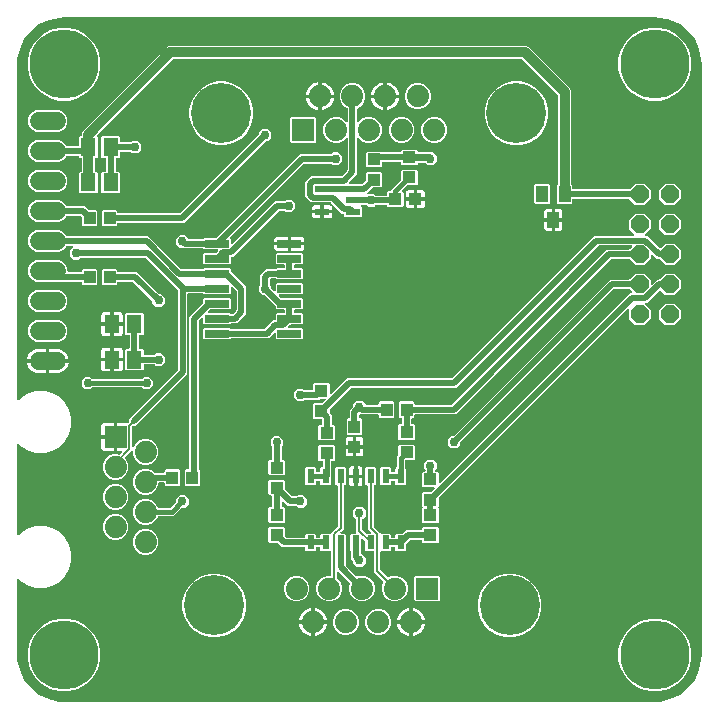
<source format=gbr>
G04 EAGLE Gerber RS-274X export*
G75*
%MOMM*%
%FSLAX34Y34*%
%LPD*%
%INTop Copper*%
%IPPOS*%
%AMOC8*
5,1,8,0,0,1.08239X$1,22.5*%
G01*
%ADD10R,1.000000X1.100000*%
%ADD11R,1.100000X1.000000*%
%ADD12R,1.000000X1.400000*%
%ADD13C,5.842000*%
%ADD14R,1.200000X0.600000*%
%ADD15R,1.879600X1.879600*%
%ADD16C,1.879600*%
%ADD17C,5.080000*%
%ADD18P,1.649562X8X292.500000*%
%ADD19R,0.600000X1.200000*%
%ADD20R,2.032000X0.660400*%
%ADD21R,1.300000X1.500000*%
%ADD22C,1.524000*%
%ADD23C,0.203200*%
%ADD24C,0.508000*%
%ADD25C,0.756400*%
%ADD26C,0.406400*%
%ADD27C,0.254000*%
%ADD28C,0.812800*%
%ADD29C,0.127000*%
%ADD30C,0.609600*%

G36*
X550016Y-589837D02*
X550016Y-589837D01*
X550043Y-589838D01*
X554418Y-589592D01*
X554450Y-589585D01*
X554545Y-589574D01*
X563076Y-587627D01*
X563077Y-587627D01*
X563079Y-587627D01*
X563237Y-587571D01*
X571121Y-583774D01*
X571122Y-583773D01*
X571124Y-583773D01*
X571265Y-583683D01*
X578107Y-578228D01*
X578108Y-578227D01*
X578109Y-578226D01*
X578227Y-578107D01*
X583683Y-571265D01*
X583684Y-571264D01*
X583685Y-571263D01*
X583699Y-571242D01*
X583704Y-571236D01*
X583709Y-571224D01*
X583774Y-571121D01*
X587571Y-563237D01*
X587571Y-563236D01*
X587572Y-563234D01*
X587627Y-563076D01*
X589574Y-554545D01*
X589576Y-554513D01*
X589592Y-554418D01*
X589838Y-550043D01*
X589836Y-550027D01*
X589839Y-550000D01*
X589839Y-50000D01*
X589837Y-49984D01*
X589838Y-49957D01*
X589592Y-45582D01*
X589585Y-45550D01*
X589574Y-45455D01*
X587627Y-36924D01*
X587627Y-36923D01*
X587627Y-36921D01*
X587571Y-36763D01*
X583774Y-28879D01*
X583773Y-28878D01*
X583773Y-28876D01*
X583683Y-28735D01*
X578227Y-21893D01*
X578227Y-21892D01*
X578226Y-21891D01*
X578107Y-21773D01*
X571265Y-16317D01*
X571264Y-16316D01*
X571263Y-16315D01*
X571121Y-16226D01*
X563237Y-12429D01*
X563236Y-12429D01*
X563234Y-12428D01*
X563076Y-12373D01*
X561745Y-12069D01*
X558410Y-11308D01*
X555075Y-10547D01*
X555075Y-10546D01*
X554545Y-10426D01*
X554513Y-10424D01*
X554418Y-10408D01*
X550043Y-10162D01*
X550026Y-10164D01*
X550000Y-10161D01*
X50000Y-10161D01*
X49984Y-10163D01*
X49957Y-10162D01*
X45582Y-10408D01*
X45550Y-10415D01*
X45455Y-10426D01*
X36924Y-12373D01*
X36923Y-12373D01*
X36921Y-12373D01*
X36763Y-12429D01*
X28879Y-16226D01*
X28878Y-16227D01*
X28876Y-16227D01*
X28735Y-16317D01*
X21893Y-21773D01*
X21892Y-21773D01*
X21891Y-21774D01*
X21773Y-21893D01*
X16317Y-28735D01*
X16316Y-28736D01*
X16315Y-28737D01*
X16226Y-28879D01*
X12429Y-36763D01*
X12429Y-36764D01*
X12428Y-36766D01*
X12373Y-36924D01*
X10426Y-45455D01*
X10424Y-45487D01*
X10408Y-45582D01*
X10162Y-49957D01*
X10164Y-49974D01*
X10161Y-50000D01*
X10161Y-333855D01*
X10172Y-333925D01*
X10174Y-333997D01*
X10192Y-334046D01*
X10200Y-334097D01*
X10234Y-334161D01*
X10259Y-334228D01*
X10291Y-334269D01*
X10316Y-334315D01*
X10368Y-334364D01*
X10412Y-334420D01*
X10456Y-334448D01*
X10494Y-334484D01*
X10559Y-334514D01*
X10619Y-334553D01*
X10670Y-334566D01*
X10717Y-334588D01*
X10788Y-334596D01*
X10858Y-334613D01*
X10910Y-334609D01*
X10961Y-334615D01*
X11032Y-334600D01*
X11103Y-334594D01*
X11151Y-334574D01*
X11202Y-334563D01*
X11263Y-334526D01*
X11329Y-334498D01*
X11385Y-334453D01*
X11413Y-334436D01*
X11428Y-334419D01*
X11460Y-334393D01*
X13937Y-331916D01*
X19902Y-328472D01*
X26556Y-326689D01*
X33444Y-326689D01*
X40098Y-328472D01*
X46063Y-331916D01*
X50934Y-336787D01*
X54378Y-342752D01*
X56161Y-349406D01*
X56161Y-356294D01*
X54378Y-362948D01*
X50934Y-368913D01*
X46063Y-373784D01*
X40098Y-377228D01*
X33444Y-379011D01*
X26556Y-379011D01*
X19902Y-377228D01*
X13937Y-373784D01*
X11460Y-371307D01*
X11402Y-371265D01*
X11350Y-371216D01*
X11303Y-371194D01*
X11261Y-371164D01*
X11192Y-371142D01*
X11127Y-371112D01*
X11075Y-371107D01*
X11025Y-371091D01*
X10954Y-371093D01*
X10883Y-371085D01*
X10832Y-371096D01*
X10780Y-371098D01*
X10712Y-371122D01*
X10642Y-371137D01*
X10597Y-371164D01*
X10549Y-371182D01*
X10493Y-371227D01*
X10431Y-371264D01*
X10397Y-371303D01*
X10357Y-371336D01*
X10318Y-371396D01*
X10271Y-371451D01*
X10252Y-371499D01*
X10224Y-371543D01*
X10206Y-371612D01*
X10179Y-371679D01*
X10171Y-371750D01*
X10163Y-371781D01*
X10165Y-371804D01*
X10161Y-371845D01*
X10161Y-448155D01*
X10172Y-448225D01*
X10174Y-448297D01*
X10192Y-448346D01*
X10200Y-448397D01*
X10234Y-448461D01*
X10259Y-448528D01*
X10291Y-448569D01*
X10316Y-448615D01*
X10368Y-448664D01*
X10412Y-448720D01*
X10456Y-448748D01*
X10494Y-448784D01*
X10559Y-448814D01*
X10619Y-448853D01*
X10670Y-448866D01*
X10717Y-448888D01*
X10788Y-448896D01*
X10858Y-448913D01*
X10910Y-448909D01*
X10961Y-448915D01*
X11032Y-448900D01*
X11103Y-448894D01*
X11151Y-448874D01*
X11202Y-448863D01*
X11263Y-448826D01*
X11329Y-448798D01*
X11385Y-448753D01*
X11413Y-448736D01*
X11428Y-448719D01*
X11460Y-448693D01*
X13937Y-446216D01*
X19902Y-442772D01*
X26556Y-440989D01*
X33444Y-440989D01*
X40098Y-442772D01*
X46063Y-446216D01*
X50934Y-451087D01*
X54378Y-457052D01*
X56161Y-463706D01*
X56161Y-470594D01*
X54378Y-477248D01*
X50934Y-483213D01*
X46063Y-488084D01*
X40098Y-491528D01*
X33444Y-493311D01*
X26556Y-493311D01*
X19902Y-491528D01*
X13937Y-488084D01*
X11460Y-485607D01*
X11402Y-485565D01*
X11350Y-485516D01*
X11303Y-485494D01*
X11261Y-485464D01*
X11192Y-485442D01*
X11127Y-485412D01*
X11075Y-485407D01*
X11025Y-485391D01*
X10954Y-485393D01*
X10883Y-485385D01*
X10832Y-485396D01*
X10780Y-485398D01*
X10712Y-485422D01*
X10642Y-485437D01*
X10597Y-485464D01*
X10549Y-485482D01*
X10493Y-485527D01*
X10431Y-485564D01*
X10397Y-485603D01*
X10357Y-485636D01*
X10318Y-485696D01*
X10271Y-485751D01*
X10252Y-485799D01*
X10224Y-485843D01*
X10206Y-485912D01*
X10179Y-485979D01*
X10171Y-486050D01*
X10163Y-486081D01*
X10165Y-486104D01*
X10161Y-486145D01*
X10161Y-550000D01*
X10163Y-550016D01*
X10162Y-550043D01*
X10408Y-554418D01*
X10415Y-554450D01*
X10426Y-554545D01*
X12373Y-563076D01*
X12373Y-563077D01*
X12373Y-563079D01*
X12429Y-563237D01*
X16226Y-571121D01*
X16227Y-571122D01*
X16227Y-571124D01*
X16317Y-571265D01*
X21773Y-578107D01*
X21773Y-578108D01*
X21774Y-578109D01*
X21893Y-578227D01*
X28735Y-583683D01*
X28736Y-583684D01*
X28737Y-583685D01*
X28879Y-583774D01*
X36763Y-587571D01*
X36764Y-587571D01*
X36766Y-587572D01*
X36924Y-587627D01*
X39864Y-588298D01*
X43199Y-589060D01*
X45455Y-589574D01*
X45487Y-589576D01*
X45582Y-589592D01*
X49957Y-589838D01*
X49974Y-589836D01*
X50000Y-589839D01*
X550000Y-589839D01*
X550016Y-589837D01*
G37*
%LPC*%
G36*
X533512Y-169345D02*
X533512Y-169345D01*
X528155Y-163988D01*
X528081Y-163935D01*
X528012Y-163875D01*
X527982Y-163863D01*
X527955Y-163844D01*
X527868Y-163817D01*
X527784Y-163783D01*
X527743Y-163779D01*
X527720Y-163772D01*
X527688Y-163773D01*
X527617Y-163765D01*
X480986Y-163765D01*
X480966Y-163768D01*
X480947Y-163766D01*
X480845Y-163788D01*
X480743Y-163804D01*
X480726Y-163814D01*
X480706Y-163818D01*
X480617Y-163871D01*
X480526Y-163920D01*
X480512Y-163934D01*
X480495Y-163944D01*
X480428Y-164023D01*
X480356Y-164098D01*
X480348Y-164116D01*
X480335Y-164131D01*
X480296Y-164227D01*
X480253Y-164321D01*
X480251Y-164341D01*
X480243Y-164359D01*
X480225Y-164526D01*
X480225Y-167332D01*
X479332Y-168225D01*
X468068Y-168225D01*
X467175Y-167332D01*
X467175Y-152068D01*
X467888Y-151355D01*
X467941Y-151281D01*
X468001Y-151212D01*
X468013Y-151182D01*
X468032Y-151156D01*
X468059Y-151069D01*
X468093Y-150984D01*
X468097Y-150943D01*
X468104Y-150921D01*
X468103Y-150888D01*
X468111Y-150817D01*
X468111Y-76330D01*
X468097Y-76240D01*
X468089Y-76149D01*
X468077Y-76119D01*
X468072Y-76088D01*
X468029Y-76007D01*
X467993Y-75923D01*
X467967Y-75891D01*
X467956Y-75870D01*
X467933Y-75848D01*
X467888Y-75792D01*
X437908Y-45812D01*
X437834Y-45759D01*
X437765Y-45699D01*
X437734Y-45687D01*
X437708Y-45668D01*
X437621Y-45641D01*
X437536Y-45607D01*
X437496Y-45603D01*
X437473Y-45596D01*
X437441Y-45597D01*
X437370Y-45589D01*
X142630Y-45589D01*
X142540Y-45603D01*
X142449Y-45611D01*
X142419Y-45623D01*
X142388Y-45628D01*
X142307Y-45671D01*
X142223Y-45707D01*
X142191Y-45733D01*
X142170Y-45744D01*
X142148Y-45767D01*
X142092Y-45812D01*
X77818Y-110085D01*
X77807Y-110102D01*
X77791Y-110114D01*
X77735Y-110201D01*
X77675Y-110285D01*
X77669Y-110304D01*
X77658Y-110321D01*
X77633Y-110421D01*
X77602Y-110520D01*
X77603Y-110540D01*
X77598Y-110559D01*
X77606Y-110662D01*
X77609Y-110766D01*
X77616Y-110785D01*
X77617Y-110805D01*
X77658Y-110900D01*
X77693Y-110997D01*
X77706Y-111013D01*
X77713Y-111031D01*
X77818Y-111162D01*
X78525Y-111868D01*
X78525Y-128132D01*
X77632Y-129025D01*
X76850Y-129025D01*
X76830Y-129028D01*
X76811Y-129026D01*
X76709Y-129048D01*
X76607Y-129064D01*
X76590Y-129074D01*
X76570Y-129078D01*
X76481Y-129131D01*
X76390Y-129180D01*
X76376Y-129194D01*
X76359Y-129204D01*
X76292Y-129283D01*
X76220Y-129358D01*
X76212Y-129376D01*
X76199Y-129391D01*
X76160Y-129487D01*
X76117Y-129581D01*
X76115Y-129601D01*
X76107Y-129619D01*
X76089Y-129786D01*
X76089Y-140214D01*
X76092Y-140234D01*
X76090Y-140253D01*
X76112Y-140355D01*
X76128Y-140457D01*
X76138Y-140474D01*
X76142Y-140494D01*
X76195Y-140583D01*
X76244Y-140674D01*
X76258Y-140688D01*
X76268Y-140705D01*
X76347Y-140772D01*
X76422Y-140844D01*
X76440Y-140852D01*
X76455Y-140865D01*
X76551Y-140904D01*
X76645Y-140947D01*
X76665Y-140949D01*
X76683Y-140957D01*
X76850Y-140975D01*
X77632Y-140975D01*
X78525Y-141868D01*
X78525Y-158132D01*
X77632Y-159025D01*
X63368Y-159025D01*
X62475Y-158132D01*
X62475Y-141868D01*
X63368Y-140975D01*
X64150Y-140975D01*
X64170Y-140972D01*
X64189Y-140974D01*
X64291Y-140952D01*
X64393Y-140936D01*
X64410Y-140926D01*
X64430Y-140922D01*
X64519Y-140869D01*
X64610Y-140820D01*
X64624Y-140806D01*
X64641Y-140796D01*
X64708Y-140717D01*
X64780Y-140642D01*
X64788Y-140624D01*
X64801Y-140609D01*
X64840Y-140513D01*
X64883Y-140419D01*
X64885Y-140399D01*
X64893Y-140381D01*
X64911Y-140214D01*
X64911Y-129786D01*
X64908Y-129766D01*
X64910Y-129747D01*
X64888Y-129645D01*
X64872Y-129543D01*
X64862Y-129526D01*
X64858Y-129506D01*
X64805Y-129417D01*
X64756Y-129326D01*
X64742Y-129312D01*
X64732Y-129295D01*
X64653Y-129228D01*
X64578Y-129156D01*
X64560Y-129148D01*
X64545Y-129135D01*
X64449Y-129096D01*
X64355Y-129053D01*
X64335Y-129051D01*
X64317Y-129043D01*
X64150Y-129025D01*
X63368Y-129025D01*
X62437Y-128094D01*
X62436Y-128083D01*
X62426Y-128066D01*
X62422Y-128046D01*
X62369Y-127957D01*
X62320Y-127866D01*
X62306Y-127852D01*
X62296Y-127835D01*
X62217Y-127768D01*
X62142Y-127696D01*
X62124Y-127688D01*
X62109Y-127675D01*
X62013Y-127636D01*
X61919Y-127593D01*
X61899Y-127591D01*
X61881Y-127583D01*
X61714Y-127565D01*
X52343Y-127565D01*
X52228Y-127584D01*
X52112Y-127601D01*
X52107Y-127603D01*
X52100Y-127604D01*
X51998Y-127659D01*
X51893Y-127712D01*
X51889Y-127717D01*
X51883Y-127720D01*
X51803Y-127804D01*
X51721Y-127888D01*
X51717Y-127894D01*
X51714Y-127898D01*
X51706Y-127915D01*
X51640Y-128035D01*
X51373Y-128680D01*
X48800Y-131253D01*
X45439Y-132645D01*
X26561Y-132645D01*
X23200Y-131253D01*
X20627Y-128680D01*
X19235Y-125319D01*
X19235Y-121681D01*
X20627Y-118320D01*
X23200Y-115747D01*
X26561Y-114355D01*
X45439Y-114355D01*
X48800Y-115747D01*
X51373Y-118320D01*
X51640Y-118965D01*
X51701Y-119065D01*
X51761Y-119165D01*
X51766Y-119169D01*
X51769Y-119174D01*
X51860Y-119249D01*
X51948Y-119325D01*
X51954Y-119327D01*
X51959Y-119331D01*
X52067Y-119373D01*
X52176Y-119417D01*
X52184Y-119418D01*
X52189Y-119419D01*
X52207Y-119420D01*
X52343Y-119435D01*
X61714Y-119435D01*
X61734Y-119432D01*
X61753Y-119434D01*
X61855Y-119412D01*
X61957Y-119396D01*
X61974Y-119386D01*
X61994Y-119382D01*
X62083Y-119329D01*
X62174Y-119280D01*
X62188Y-119266D01*
X62205Y-119256D01*
X62272Y-119177D01*
X62344Y-119102D01*
X62352Y-119084D01*
X62365Y-119069D01*
X62404Y-118973D01*
X62447Y-118879D01*
X62449Y-118859D01*
X62457Y-118841D01*
X62475Y-118674D01*
X62475Y-111868D01*
X63368Y-110975D01*
X64150Y-110975D01*
X64170Y-110972D01*
X64189Y-110974D01*
X64291Y-110952D01*
X64393Y-110936D01*
X64410Y-110926D01*
X64430Y-110922D01*
X64519Y-110869D01*
X64610Y-110820D01*
X64624Y-110806D01*
X64641Y-110796D01*
X64708Y-110717D01*
X64780Y-110642D01*
X64788Y-110624D01*
X64801Y-110609D01*
X64840Y-110513D01*
X64883Y-110419D01*
X64885Y-110399D01*
X64893Y-110381D01*
X64911Y-110214D01*
X64911Y-108388D01*
X65762Y-106334D01*
X136834Y-35262D01*
X138888Y-34411D01*
X441112Y-34411D01*
X443166Y-35262D01*
X478438Y-70534D01*
X479289Y-72588D01*
X479289Y-150817D01*
X479303Y-150907D01*
X479311Y-150998D01*
X479323Y-151028D01*
X479328Y-151060D01*
X479371Y-151141D01*
X479407Y-151224D01*
X479433Y-151257D01*
X479444Y-151277D01*
X479467Y-151299D01*
X479512Y-151355D01*
X480225Y-152068D01*
X480225Y-154874D01*
X480228Y-154894D01*
X480226Y-154913D01*
X480248Y-155015D01*
X480264Y-155117D01*
X480274Y-155134D01*
X480278Y-155154D01*
X480331Y-155243D01*
X480380Y-155334D01*
X480394Y-155348D01*
X480404Y-155365D01*
X480483Y-155432D01*
X480558Y-155504D01*
X480576Y-155512D01*
X480591Y-155525D01*
X480687Y-155564D01*
X480781Y-155607D01*
X480801Y-155609D01*
X480819Y-155617D01*
X480986Y-155635D01*
X528617Y-155635D01*
X528707Y-155621D01*
X528798Y-155613D01*
X528828Y-155601D01*
X528860Y-155596D01*
X528940Y-155553D01*
X529024Y-155517D01*
X529056Y-155491D01*
X529077Y-155480D01*
X529099Y-155457D01*
X529155Y-155412D01*
X533512Y-151055D01*
X541088Y-151055D01*
X546445Y-156412D01*
X546445Y-163988D01*
X541088Y-169345D01*
X533512Y-169345D01*
G37*
%LPD*%
%LPC*%
G36*
X152868Y-407025D02*
X152868Y-407025D01*
X151975Y-406132D01*
X151975Y-393868D01*
X152868Y-392975D01*
X155174Y-392975D01*
X155194Y-392972D01*
X155213Y-392974D01*
X155315Y-392952D01*
X155417Y-392936D01*
X155434Y-392926D01*
X155454Y-392922D01*
X155543Y-392869D01*
X155634Y-392820D01*
X155648Y-392806D01*
X155665Y-392796D01*
X155732Y-392717D01*
X155804Y-392642D01*
X155812Y-392624D01*
X155825Y-392609D01*
X155864Y-392513D01*
X155907Y-392419D01*
X155909Y-392399D01*
X155917Y-392381D01*
X155935Y-392214D01*
X155935Y-263773D01*
X167358Y-252350D01*
X167405Y-252285D01*
X167417Y-252272D01*
X167420Y-252266D01*
X167471Y-252207D01*
X167483Y-252176D01*
X167502Y-252150D01*
X167529Y-252063D01*
X167563Y-251978D01*
X167567Y-251937D01*
X167574Y-251915D01*
X167573Y-251883D01*
X167581Y-251812D01*
X167581Y-248766D01*
X168474Y-247873D01*
X190058Y-247873D01*
X190951Y-248766D01*
X190951Y-256634D01*
X190058Y-257527D01*
X173994Y-257527D01*
X173904Y-257541D01*
X173813Y-257549D01*
X173783Y-257561D01*
X173751Y-257566D01*
X173670Y-257609D01*
X173586Y-257645D01*
X173554Y-257671D01*
X173533Y-257682D01*
X173511Y-257705D01*
X173455Y-257750D01*
X171931Y-259274D01*
X171889Y-259332D01*
X171840Y-259384D01*
X171818Y-259431D01*
X171788Y-259473D01*
X171767Y-259542D01*
X171736Y-259607D01*
X171731Y-259659D01*
X171715Y-259709D01*
X171717Y-259780D01*
X171709Y-259851D01*
X171720Y-259902D01*
X171722Y-259954D01*
X171746Y-260022D01*
X171762Y-260092D01*
X171788Y-260137D01*
X171806Y-260185D01*
X171851Y-260241D01*
X171888Y-260303D01*
X171927Y-260337D01*
X171960Y-260377D01*
X172020Y-260416D01*
X172075Y-260463D01*
X172123Y-260482D01*
X172167Y-260510D01*
X172236Y-260528D01*
X172303Y-260555D01*
X172374Y-260563D01*
X172405Y-260571D01*
X172429Y-260569D01*
X172470Y-260573D01*
X190058Y-260573D01*
X190597Y-261112D01*
X190671Y-261165D01*
X190740Y-261225D01*
X190770Y-261237D01*
X190796Y-261256D01*
X190883Y-261283D01*
X190968Y-261317D01*
X191009Y-261321D01*
X191031Y-261328D01*
X191064Y-261327D01*
X191135Y-261335D01*
X192601Y-261335D01*
X192691Y-261321D01*
X192782Y-261313D01*
X192812Y-261301D01*
X192844Y-261296D01*
X192924Y-261253D01*
X193008Y-261217D01*
X193040Y-261191D01*
X193061Y-261180D01*
X193083Y-261157D01*
X193139Y-261112D01*
X195712Y-258539D01*
X195765Y-258465D01*
X195825Y-258396D01*
X195837Y-258366D01*
X195856Y-258340D01*
X195883Y-258253D01*
X195917Y-258168D01*
X195921Y-258127D01*
X195928Y-258104D01*
X195927Y-258072D01*
X195935Y-258001D01*
X195935Y-241999D01*
X195921Y-241909D01*
X195913Y-241818D01*
X195901Y-241788D01*
X195896Y-241756D01*
X195853Y-241676D01*
X195817Y-241592D01*
X195791Y-241559D01*
X195780Y-241539D01*
X195757Y-241517D01*
X195712Y-241461D01*
X192250Y-237999D01*
X192192Y-237957D01*
X192140Y-237907D01*
X192093Y-237885D01*
X192051Y-237855D01*
X191982Y-237834D01*
X191917Y-237804D01*
X191865Y-237798D01*
X191815Y-237783D01*
X191744Y-237785D01*
X191673Y-237777D01*
X191622Y-237788D01*
X191570Y-237789D01*
X191502Y-237814D01*
X191432Y-237829D01*
X191387Y-237856D01*
X191339Y-237874D01*
X191283Y-237918D01*
X191221Y-237955D01*
X191187Y-237995D01*
X191147Y-238027D01*
X191108Y-238088D01*
X191061Y-238142D01*
X191042Y-238190D01*
X191014Y-238234D01*
X190996Y-238304D01*
X190969Y-238370D01*
X190961Y-238442D01*
X190953Y-238473D01*
X190955Y-238496D01*
X190951Y-238537D01*
X190951Y-243934D01*
X190058Y-244827D01*
X168474Y-244827D01*
X167935Y-244288D01*
X167861Y-244235D01*
X167792Y-244175D01*
X167762Y-244163D01*
X167736Y-244144D01*
X167649Y-244117D01*
X167564Y-244083D01*
X167523Y-244079D01*
X167501Y-244072D01*
X167468Y-244073D01*
X167397Y-244065D01*
X155156Y-244065D01*
X155137Y-244068D01*
X155117Y-244066D01*
X155016Y-244088D01*
X154913Y-244104D01*
X154896Y-244114D01*
X154876Y-244118D01*
X154787Y-244171D01*
X154696Y-244220D01*
X154682Y-244234D01*
X154665Y-244244D01*
X154598Y-244323D01*
X154527Y-244398D01*
X154518Y-244416D01*
X154505Y-244431D01*
X154467Y-244527D01*
X154423Y-244621D01*
X154421Y-244641D01*
X154413Y-244659D01*
X154395Y-244826D01*
X154395Y-312449D01*
X110692Y-356153D01*
X108313Y-356153D01*
X108223Y-356167D01*
X108132Y-356175D01*
X108102Y-356187D01*
X108070Y-356192D01*
X107989Y-356235D01*
X107906Y-356271D01*
X107873Y-356297D01*
X107853Y-356308D01*
X107831Y-356331D01*
X107775Y-356376D01*
X107440Y-356711D01*
X107387Y-356785D01*
X107327Y-356854D01*
X107315Y-356884D01*
X107296Y-356910D01*
X107269Y-356997D01*
X107235Y-357082D01*
X107231Y-357123D01*
X107224Y-357145D01*
X107225Y-357178D01*
X107217Y-357249D01*
X107217Y-374086D01*
X107232Y-374182D01*
X107242Y-374279D01*
X107252Y-374303D01*
X107256Y-374329D01*
X107302Y-374415D01*
X107342Y-374504D01*
X107359Y-374523D01*
X107372Y-374547D01*
X107442Y-374614D01*
X107508Y-374685D01*
X107531Y-374698D01*
X107550Y-374716D01*
X107638Y-374757D01*
X107724Y-374804D01*
X107749Y-374809D01*
X107773Y-374820D01*
X107870Y-374830D01*
X107966Y-374848D01*
X107992Y-374844D01*
X108017Y-374847D01*
X108113Y-374826D01*
X108209Y-374812D01*
X108232Y-374800D01*
X108258Y-374794D01*
X108341Y-374744D01*
X108428Y-374700D01*
X108447Y-374682D01*
X108469Y-374668D01*
X108532Y-374594D01*
X108600Y-374525D01*
X108616Y-374496D01*
X108629Y-374481D01*
X108641Y-374451D01*
X108681Y-374378D01*
X109640Y-372063D01*
X112713Y-368990D01*
X116727Y-367327D01*
X121073Y-367327D01*
X125087Y-368990D01*
X128160Y-372063D01*
X129823Y-376077D01*
X129823Y-380423D01*
X128160Y-384437D01*
X125087Y-387510D01*
X121073Y-389173D01*
X116727Y-389173D01*
X112713Y-387510D01*
X109640Y-384437D01*
X107977Y-380423D01*
X107977Y-377814D01*
X107966Y-377743D01*
X107964Y-377672D01*
X107946Y-377623D01*
X107938Y-377571D01*
X107904Y-377508D01*
X107879Y-377441D01*
X107847Y-377400D01*
X107822Y-377354D01*
X107770Y-377305D01*
X107726Y-377249D01*
X107682Y-377221D01*
X107644Y-377185D01*
X107579Y-377154D01*
X107519Y-377116D01*
X107468Y-377103D01*
X107421Y-377081D01*
X107350Y-377073D01*
X107280Y-377056D01*
X107228Y-377060D01*
X107177Y-377054D01*
X107106Y-377069D01*
X107035Y-377075D01*
X106987Y-377095D01*
X106936Y-377106D01*
X106875Y-377143D01*
X106809Y-377171D01*
X106753Y-377216D01*
X106725Y-377232D01*
X106710Y-377250D01*
X106678Y-377276D01*
X101514Y-382440D01*
X101502Y-382456D01*
X101486Y-382469D01*
X101430Y-382556D01*
X101370Y-382640D01*
X101364Y-382659D01*
X101353Y-382676D01*
X101328Y-382776D01*
X101298Y-382875D01*
X101298Y-382895D01*
X101293Y-382914D01*
X101301Y-383017D01*
X101304Y-383121D01*
X101311Y-383140D01*
X101313Y-383159D01*
X101353Y-383254D01*
X101389Y-383352D01*
X101401Y-383367D01*
X101409Y-383386D01*
X101514Y-383517D01*
X102760Y-384763D01*
X104423Y-388777D01*
X104423Y-393123D01*
X102760Y-397137D01*
X99687Y-400210D01*
X95673Y-401873D01*
X91327Y-401873D01*
X87313Y-400210D01*
X84240Y-397137D01*
X82577Y-393123D01*
X82577Y-388777D01*
X84240Y-384763D01*
X87313Y-381690D01*
X91327Y-380027D01*
X95673Y-380027D01*
X96719Y-380461D01*
X96787Y-380477D01*
X96788Y-380477D01*
X96789Y-380477D01*
X96833Y-380487D01*
X96947Y-380516D01*
X96953Y-380516D01*
X96959Y-380517D01*
X97075Y-380506D01*
X97192Y-380497D01*
X97198Y-380495D01*
X97204Y-380494D01*
X97312Y-380446D01*
X97418Y-380401D01*
X97424Y-380396D01*
X97429Y-380394D01*
X97443Y-380381D01*
X97491Y-380343D01*
X97494Y-380341D01*
X97498Y-380337D01*
X97549Y-380296D01*
X99057Y-378788D01*
X99099Y-378730D01*
X99148Y-378678D01*
X99170Y-378631D01*
X99200Y-378589D01*
X99221Y-378520D01*
X99252Y-378455D01*
X99257Y-378403D01*
X99273Y-378353D01*
X99271Y-378282D01*
X99279Y-378211D01*
X99268Y-378160D01*
X99266Y-378108D01*
X99242Y-378040D01*
X99226Y-377970D01*
X99200Y-377926D01*
X99182Y-377877D01*
X99137Y-377821D01*
X99100Y-377759D01*
X99061Y-377725D01*
X99028Y-377685D01*
X98968Y-377646D01*
X98913Y-377599D01*
X98865Y-377580D01*
X98821Y-377552D01*
X98752Y-377534D01*
X98685Y-377507D01*
X98614Y-377499D01*
X98583Y-377491D01*
X98559Y-377493D01*
X98518Y-377489D01*
X95023Y-377489D01*
X95023Y-366312D01*
X95020Y-366292D01*
X95022Y-366273D01*
X95000Y-366171D01*
X94983Y-366069D01*
X94974Y-366052D01*
X94970Y-366032D01*
X94917Y-365943D01*
X94868Y-365852D01*
X94854Y-365838D01*
X94844Y-365821D01*
X94765Y-365754D01*
X94690Y-365683D01*
X94672Y-365674D01*
X94657Y-365661D01*
X94561Y-365623D01*
X94467Y-365579D01*
X94447Y-365577D01*
X94429Y-365569D01*
X94262Y-365551D01*
X93499Y-365551D01*
X93499Y-365549D01*
X94262Y-365549D01*
X94282Y-365546D01*
X94301Y-365548D01*
X94403Y-365526D01*
X94505Y-365509D01*
X94522Y-365500D01*
X94542Y-365496D01*
X94631Y-365443D01*
X94722Y-365394D01*
X94736Y-365380D01*
X94753Y-365370D01*
X94820Y-365291D01*
X94891Y-365216D01*
X94900Y-365198D01*
X94913Y-365183D01*
X94952Y-365087D01*
X94995Y-364993D01*
X94997Y-364973D01*
X95005Y-364955D01*
X95023Y-364788D01*
X95023Y-353611D01*
X103232Y-353611D01*
X103753Y-353751D01*
X103820Y-353757D01*
X103886Y-353774D01*
X103941Y-353770D01*
X103997Y-353775D01*
X104063Y-353760D01*
X104131Y-353755D01*
X104183Y-353733D01*
X104237Y-353720D01*
X104295Y-353685D01*
X104357Y-353658D01*
X104419Y-353609D01*
X104447Y-353592D01*
X104460Y-353576D01*
X104488Y-353554D01*
X104720Y-353321D01*
X104773Y-353247D01*
X104833Y-353178D01*
X104845Y-353148D01*
X104864Y-353122D01*
X104891Y-353035D01*
X104925Y-352950D01*
X104929Y-352909D01*
X104936Y-352886D01*
X104935Y-352854D01*
X104943Y-352783D01*
X104943Y-350404D01*
X146043Y-309305D01*
X146096Y-309231D01*
X146155Y-309162D01*
X146167Y-309131D01*
X146186Y-309105D01*
X146213Y-309018D01*
X146247Y-308933D01*
X146252Y-308892D01*
X146258Y-308870D01*
X146258Y-308838D01*
X146266Y-308767D01*
X146266Y-241669D01*
X146251Y-241579D01*
X146244Y-241488D01*
X146231Y-241458D01*
X146226Y-241426D01*
X146183Y-241345D01*
X146147Y-241261D01*
X146122Y-241229D01*
X146111Y-241209D01*
X146087Y-241187D01*
X146043Y-241130D01*
X119200Y-214288D01*
X119126Y-214235D01*
X119056Y-214175D01*
X119026Y-214163D01*
X119000Y-214144D01*
X118913Y-214117D01*
X118828Y-214083D01*
X118787Y-214079D01*
X118765Y-214072D01*
X118733Y-214073D01*
X118662Y-214065D01*
X63755Y-214065D01*
X63665Y-214079D01*
X63574Y-214087D01*
X63545Y-214099D01*
X63513Y-214104D01*
X63432Y-214147D01*
X63348Y-214183D01*
X63316Y-214209D01*
X63295Y-214220D01*
X63273Y-214243D01*
X63217Y-214288D01*
X62198Y-215307D01*
X57802Y-215307D01*
X54693Y-212198D01*
X54693Y-207802D01*
X57431Y-205064D01*
X57473Y-205006D01*
X57522Y-204954D01*
X57544Y-204907D01*
X57574Y-204865D01*
X57596Y-204796D01*
X57626Y-204731D01*
X57631Y-204679D01*
X57647Y-204629D01*
X57645Y-204558D01*
X57653Y-204487D01*
X57642Y-204436D01*
X57640Y-204384D01*
X57616Y-204316D01*
X57601Y-204246D01*
X57574Y-204201D01*
X57556Y-204153D01*
X57511Y-204097D01*
X57474Y-204035D01*
X57435Y-204001D01*
X57402Y-203961D01*
X57342Y-203922D01*
X57287Y-203875D01*
X57239Y-203856D01*
X57195Y-203828D01*
X57126Y-203810D01*
X57059Y-203783D01*
X56988Y-203775D01*
X56957Y-203767D01*
X56934Y-203769D01*
X56893Y-203765D01*
X52343Y-203765D01*
X52228Y-203784D01*
X52112Y-203801D01*
X52107Y-203803D01*
X52100Y-203804D01*
X51998Y-203859D01*
X51893Y-203912D01*
X51889Y-203917D01*
X51883Y-203920D01*
X51803Y-204004D01*
X51721Y-204088D01*
X51717Y-204094D01*
X51714Y-204098D01*
X51706Y-204115D01*
X51640Y-204235D01*
X51373Y-204880D01*
X48800Y-207453D01*
X45439Y-208845D01*
X26561Y-208845D01*
X23200Y-207453D01*
X20627Y-204880D01*
X19235Y-201519D01*
X19235Y-197881D01*
X20627Y-194520D01*
X23200Y-191947D01*
X26561Y-190555D01*
X45439Y-190555D01*
X48800Y-191947D01*
X51373Y-194520D01*
X51640Y-195165D01*
X51701Y-195265D01*
X51761Y-195365D01*
X51766Y-195369D01*
X51769Y-195374D01*
X51860Y-195449D01*
X51948Y-195525D01*
X51954Y-195527D01*
X51959Y-195531D01*
X52067Y-195573D01*
X52176Y-195617D01*
X52184Y-195618D01*
X52189Y-195619D01*
X52207Y-195620D01*
X52343Y-195635D01*
X121384Y-195635D01*
X148761Y-223012D01*
X148835Y-223065D01*
X148904Y-223125D01*
X148934Y-223137D01*
X148960Y-223156D01*
X149047Y-223183D01*
X149132Y-223217D01*
X149173Y-223221D01*
X149196Y-223228D01*
X149228Y-223227D01*
X149299Y-223235D01*
X167397Y-223235D01*
X167487Y-223221D01*
X167578Y-223213D01*
X167608Y-223201D01*
X167640Y-223196D01*
X167721Y-223153D01*
X167804Y-223117D01*
X167837Y-223091D01*
X167857Y-223080D01*
X167879Y-223057D01*
X167935Y-223012D01*
X168474Y-222473D01*
X190058Y-222473D01*
X190951Y-223366D01*
X190951Y-224887D01*
X190965Y-224977D01*
X190973Y-225068D01*
X190985Y-225098D01*
X190990Y-225130D01*
X191033Y-225210D01*
X191069Y-225294D01*
X191095Y-225326D01*
X191106Y-225347D01*
X191129Y-225369D01*
X191174Y-225425D01*
X204065Y-238316D01*
X204065Y-261684D01*
X196284Y-269465D01*
X191135Y-269465D01*
X191045Y-269479D01*
X190954Y-269487D01*
X190924Y-269499D01*
X190892Y-269504D01*
X190811Y-269547D01*
X190728Y-269583D01*
X190695Y-269609D01*
X190675Y-269620D01*
X190653Y-269643D01*
X190597Y-269688D01*
X190058Y-270227D01*
X168474Y-270227D01*
X167581Y-269334D01*
X167581Y-265462D01*
X167570Y-265391D01*
X167568Y-265319D01*
X167550Y-265270D01*
X167542Y-265219D01*
X167508Y-265155D01*
X167483Y-265088D01*
X167451Y-265047D01*
X167426Y-265001D01*
X167374Y-264952D01*
X167330Y-264896D01*
X167286Y-264868D01*
X167248Y-264832D01*
X167183Y-264802D01*
X167123Y-264763D01*
X167072Y-264750D01*
X167025Y-264728D01*
X166954Y-264721D01*
X166884Y-264703D01*
X166832Y-264707D01*
X166781Y-264701D01*
X166710Y-264717D01*
X166639Y-264722D01*
X166591Y-264742D01*
X166540Y-264754D01*
X166479Y-264790D01*
X166413Y-264818D01*
X166357Y-264863D01*
X166329Y-264880D01*
X166314Y-264898D01*
X166282Y-264923D01*
X164288Y-266917D01*
X164235Y-266991D01*
X164175Y-267061D01*
X164163Y-267091D01*
X164144Y-267117D01*
X164117Y-267204D01*
X164083Y-267289D01*
X164079Y-267330D01*
X164072Y-267352D01*
X164073Y-267384D01*
X164065Y-267456D01*
X164065Y-392593D01*
X164079Y-392683D01*
X164087Y-392774D01*
X164099Y-392804D01*
X164104Y-392836D01*
X164147Y-392917D01*
X164183Y-393000D01*
X164209Y-393033D01*
X164220Y-393053D01*
X164243Y-393075D01*
X164288Y-393131D01*
X165025Y-393868D01*
X165025Y-406132D01*
X164132Y-407025D01*
X152868Y-407025D01*
G37*
%LPD*%
%LPC*%
G36*
X266168Y-368525D02*
X266168Y-368525D01*
X265275Y-367632D01*
X265275Y-356368D01*
X266168Y-355475D01*
X267474Y-355475D01*
X267494Y-355472D01*
X267513Y-355474D01*
X267615Y-355452D01*
X267717Y-355436D01*
X267734Y-355426D01*
X267754Y-355422D01*
X267843Y-355369D01*
X267934Y-355320D01*
X267948Y-355306D01*
X267965Y-355296D01*
X268032Y-355217D01*
X268104Y-355142D01*
X268112Y-355124D01*
X268125Y-355109D01*
X268164Y-355013D01*
X268207Y-354919D01*
X268209Y-354899D01*
X268217Y-354881D01*
X268235Y-354714D01*
X268235Y-350986D01*
X268232Y-350966D01*
X268234Y-350947D01*
X268212Y-350845D01*
X268196Y-350743D01*
X268186Y-350726D01*
X268182Y-350706D01*
X268129Y-350617D01*
X268080Y-350526D01*
X268066Y-350512D01*
X268056Y-350495D01*
X267977Y-350428D01*
X267902Y-350356D01*
X267884Y-350348D01*
X267869Y-350335D01*
X267773Y-350296D01*
X267679Y-350253D01*
X267659Y-350251D01*
X267641Y-350243D01*
X267474Y-350225D01*
X261568Y-350225D01*
X260675Y-349332D01*
X260675Y-338068D01*
X261568Y-337175D01*
X268161Y-337175D01*
X268251Y-337161D01*
X268342Y-337153D01*
X268372Y-337141D01*
X268404Y-337136D01*
X268484Y-337093D01*
X268568Y-337057D01*
X268600Y-337031D01*
X268621Y-337020D01*
X268643Y-336997D01*
X268699Y-336952D01*
X271127Y-334524D01*
X271169Y-334466D01*
X271219Y-334414D01*
X271241Y-334367D01*
X271271Y-334325D01*
X271292Y-334256D01*
X271322Y-334191D01*
X271328Y-334139D01*
X271343Y-334089D01*
X271341Y-334018D01*
X271349Y-333947D01*
X271338Y-333896D01*
X271337Y-333844D01*
X271312Y-333776D01*
X271297Y-333706D01*
X271270Y-333662D01*
X271252Y-333613D01*
X271208Y-333557D01*
X271171Y-333495D01*
X271131Y-333461D01*
X271099Y-333421D01*
X271038Y-333382D01*
X270984Y-333335D01*
X270936Y-333316D01*
X270892Y-333288D01*
X270822Y-333270D01*
X270756Y-333243D01*
X270684Y-333235D01*
X270653Y-333227D01*
X270630Y-333229D01*
X270589Y-333225D01*
X267239Y-333225D01*
X267149Y-333239D01*
X267058Y-333247D01*
X267028Y-333259D01*
X266996Y-333264D01*
X266916Y-333307D01*
X266832Y-333343D01*
X266800Y-333369D01*
X266779Y-333380D01*
X266757Y-333403D01*
X266701Y-333448D01*
X266084Y-334065D01*
X253755Y-334065D01*
X253665Y-334079D01*
X253574Y-334087D01*
X253545Y-334099D01*
X253513Y-334104D01*
X253432Y-334147D01*
X253348Y-334183D01*
X253316Y-334209D01*
X253295Y-334220D01*
X253273Y-334243D01*
X253217Y-334288D01*
X252198Y-335307D01*
X247802Y-335307D01*
X244693Y-332198D01*
X244693Y-327802D01*
X247802Y-324693D01*
X252198Y-324693D01*
X253217Y-325712D01*
X253291Y-325765D01*
X253361Y-325825D01*
X253391Y-325837D01*
X253417Y-325856D01*
X253504Y-325883D01*
X253589Y-325917D01*
X253630Y-325921D01*
X253652Y-325928D01*
X253684Y-325927D01*
X253755Y-325935D01*
X259914Y-325935D01*
X259934Y-325932D01*
X259953Y-325934D01*
X260055Y-325912D01*
X260157Y-325896D01*
X260174Y-325886D01*
X260194Y-325882D01*
X260283Y-325829D01*
X260374Y-325780D01*
X260388Y-325766D01*
X260405Y-325756D01*
X260472Y-325677D01*
X260544Y-325602D01*
X260552Y-325584D01*
X260565Y-325569D01*
X260604Y-325473D01*
X260647Y-325379D01*
X260649Y-325359D01*
X260657Y-325341D01*
X260675Y-325174D01*
X260675Y-321068D01*
X261568Y-320175D01*
X273832Y-320175D01*
X274725Y-321068D01*
X274725Y-329089D01*
X274736Y-329160D01*
X274738Y-329232D01*
X274756Y-329280D01*
X274764Y-329332D01*
X274798Y-329395D01*
X274823Y-329463D01*
X274855Y-329503D01*
X274880Y-329549D01*
X274932Y-329599D01*
X274976Y-329655D01*
X275020Y-329683D01*
X275058Y-329719D01*
X275123Y-329749D01*
X275183Y-329788D01*
X275234Y-329800D01*
X275281Y-329822D01*
X275352Y-329830D01*
X275422Y-329848D01*
X275474Y-329844D01*
X275525Y-329849D01*
X275596Y-329834D01*
X275667Y-329828D01*
X275715Y-329808D01*
X275766Y-329797D01*
X275827Y-329760D01*
X275893Y-329732D01*
X275949Y-329687D01*
X275977Y-329671D01*
X275992Y-329653D01*
X276024Y-329627D01*
X287112Y-318539D01*
X289716Y-315935D01*
X378001Y-315935D01*
X378091Y-315921D01*
X378182Y-315913D01*
X378212Y-315901D01*
X378244Y-315896D01*
X378324Y-315853D01*
X378408Y-315817D01*
X378440Y-315791D01*
X378461Y-315780D01*
X378483Y-315757D01*
X378539Y-315712D01*
X499000Y-195251D01*
X532181Y-195251D01*
X532252Y-195240D01*
X532323Y-195238D01*
X532372Y-195220D01*
X532424Y-195212D01*
X532487Y-195178D01*
X532554Y-195153D01*
X532595Y-195121D01*
X532641Y-195096D01*
X532690Y-195044D01*
X532746Y-195000D01*
X532775Y-194956D01*
X532810Y-194918D01*
X532841Y-194853D01*
X532879Y-194793D01*
X532892Y-194742D01*
X532914Y-194695D01*
X532922Y-194624D01*
X532939Y-194554D01*
X532935Y-194502D01*
X532941Y-194451D01*
X532926Y-194380D01*
X532920Y-194309D01*
X532900Y-194261D01*
X532889Y-194210D01*
X532852Y-194149D01*
X532824Y-194083D01*
X532779Y-194027D01*
X532763Y-193999D01*
X532745Y-193984D01*
X532719Y-193952D01*
X528155Y-189388D01*
X528155Y-181812D01*
X533512Y-176455D01*
X541088Y-176455D01*
X546445Y-181812D01*
X546445Y-189388D01*
X541881Y-193952D01*
X541839Y-194010D01*
X541790Y-194062D01*
X541768Y-194109D01*
X541737Y-194151D01*
X541716Y-194220D01*
X541686Y-194285D01*
X541680Y-194337D01*
X541665Y-194387D01*
X541667Y-194458D01*
X541659Y-194529D01*
X541670Y-194580D01*
X541671Y-194632D01*
X541696Y-194700D01*
X541711Y-194770D01*
X541738Y-194815D01*
X541756Y-194863D01*
X541801Y-194919D01*
X541837Y-194981D01*
X541877Y-195015D01*
X541909Y-195055D01*
X541970Y-195094D01*
X542024Y-195141D01*
X542073Y-195160D01*
X542116Y-195188D01*
X542186Y-195206D01*
X542252Y-195233D01*
X542324Y-195241D01*
X542355Y-195249D01*
X542378Y-195247D01*
X542419Y-195251D01*
X543823Y-195251D01*
X554131Y-205559D01*
X554148Y-205571D01*
X554160Y-205587D01*
X554247Y-205643D01*
X554331Y-205703D01*
X554350Y-205709D01*
X554367Y-205720D01*
X554468Y-205745D01*
X554566Y-205775D01*
X554586Y-205775D01*
X554606Y-205780D01*
X554709Y-205772D01*
X554812Y-205769D01*
X554831Y-205762D01*
X554851Y-205761D01*
X554946Y-205720D01*
X555043Y-205684D01*
X555059Y-205672D01*
X555077Y-205664D01*
X555208Y-205559D01*
X558912Y-201855D01*
X566488Y-201855D01*
X571845Y-207212D01*
X571845Y-214788D01*
X566488Y-220145D01*
X558912Y-220145D01*
X554055Y-215288D01*
X553981Y-215235D01*
X553912Y-215175D01*
X553882Y-215163D01*
X553855Y-215144D01*
X553768Y-215117D01*
X553684Y-215083D01*
X553643Y-215079D01*
X553620Y-215072D01*
X553588Y-215073D01*
X553517Y-215065D01*
X552140Y-215065D01*
X547744Y-210669D01*
X547686Y-210627D01*
X547634Y-210578D01*
X547587Y-210556D01*
X547545Y-210525D01*
X547476Y-210504D01*
X547411Y-210474D01*
X547359Y-210468D01*
X547309Y-210453D01*
X547238Y-210455D01*
X547167Y-210447D01*
X547116Y-210458D01*
X547064Y-210459D01*
X546996Y-210484D01*
X546926Y-210499D01*
X546881Y-210526D01*
X546833Y-210544D01*
X546777Y-210589D01*
X546715Y-210625D01*
X546681Y-210665D01*
X546641Y-210698D01*
X546602Y-210758D01*
X546555Y-210812D01*
X546536Y-210861D01*
X546508Y-210904D01*
X546490Y-210974D01*
X546463Y-211041D01*
X546455Y-211112D01*
X546447Y-211143D01*
X546449Y-211166D01*
X546445Y-211207D01*
X546445Y-214788D01*
X541088Y-220145D01*
X533512Y-220145D01*
X528655Y-215288D01*
X528581Y-215235D01*
X528512Y-215175D01*
X528482Y-215163D01*
X528455Y-215144D01*
X528368Y-215117D01*
X528284Y-215083D01*
X528243Y-215079D01*
X528220Y-215072D01*
X528188Y-215073D01*
X528117Y-215065D01*
X513352Y-215065D01*
X513262Y-215079D01*
X513171Y-215087D01*
X513141Y-215099D01*
X513109Y-215104D01*
X513028Y-215147D01*
X512944Y-215183D01*
X512912Y-215209D01*
X512891Y-215220D01*
X512869Y-215243D01*
X512813Y-215288D01*
X381736Y-346365D01*
X347186Y-346365D01*
X347166Y-346368D01*
X347147Y-346366D01*
X347045Y-346388D01*
X346943Y-346404D01*
X346926Y-346414D01*
X346906Y-346418D01*
X346817Y-346471D01*
X346726Y-346520D01*
X346712Y-346534D01*
X346695Y-346544D01*
X346628Y-346623D01*
X346556Y-346698D01*
X346548Y-346716D01*
X346535Y-346731D01*
X346496Y-346827D01*
X346453Y-346921D01*
X346451Y-346941D01*
X346443Y-346959D01*
X346425Y-347126D01*
X346425Y-348432D01*
X345532Y-349325D01*
X344826Y-349325D01*
X344806Y-349328D01*
X344787Y-349326D01*
X344685Y-349348D01*
X344583Y-349364D01*
X344566Y-349374D01*
X344546Y-349378D01*
X344457Y-349431D01*
X344366Y-349480D01*
X344352Y-349494D01*
X344335Y-349504D01*
X344268Y-349583D01*
X344196Y-349658D01*
X344188Y-349676D01*
X344175Y-349691D01*
X344136Y-349787D01*
X344093Y-349881D01*
X344091Y-349901D01*
X344083Y-349919D01*
X344065Y-350086D01*
X344065Y-354214D01*
X344068Y-354234D01*
X344066Y-354253D01*
X344088Y-354355D01*
X344104Y-354457D01*
X344114Y-354474D01*
X344118Y-354494D01*
X344171Y-354583D01*
X344220Y-354674D01*
X344234Y-354688D01*
X344244Y-354705D01*
X344323Y-354772D01*
X344398Y-354844D01*
X344416Y-354852D01*
X344431Y-354865D01*
X344527Y-354904D01*
X344621Y-354947D01*
X344641Y-354949D01*
X344659Y-354957D01*
X344826Y-354975D01*
X346132Y-354975D01*
X347025Y-355868D01*
X347025Y-367132D01*
X346132Y-368025D01*
X333868Y-368025D01*
X332975Y-367132D01*
X332975Y-355868D01*
X333868Y-354975D01*
X335174Y-354975D01*
X335194Y-354972D01*
X335213Y-354974D01*
X335315Y-354952D01*
X335417Y-354936D01*
X335434Y-354926D01*
X335454Y-354922D01*
X335543Y-354869D01*
X335634Y-354820D01*
X335648Y-354806D01*
X335665Y-354796D01*
X335732Y-354717D01*
X335804Y-354642D01*
X335812Y-354624D01*
X335825Y-354609D01*
X335864Y-354513D01*
X335907Y-354419D01*
X335909Y-354399D01*
X335917Y-354381D01*
X335935Y-354214D01*
X335935Y-350086D01*
X335932Y-350066D01*
X335934Y-350047D01*
X335912Y-349945D01*
X335896Y-349843D01*
X335886Y-349826D01*
X335882Y-349806D01*
X335829Y-349717D01*
X335780Y-349626D01*
X335766Y-349612D01*
X335756Y-349595D01*
X335677Y-349528D01*
X335602Y-349456D01*
X335584Y-349448D01*
X335569Y-349435D01*
X335473Y-349396D01*
X335379Y-349353D01*
X335359Y-349351D01*
X335341Y-349343D01*
X335174Y-349325D01*
X334268Y-349325D01*
X333375Y-348432D01*
X333375Y-336168D01*
X334268Y-335275D01*
X345532Y-335275D01*
X346425Y-336168D01*
X346425Y-337474D01*
X346428Y-337494D01*
X346426Y-337513D01*
X346448Y-337615D01*
X346464Y-337717D01*
X346474Y-337734D01*
X346478Y-337754D01*
X346531Y-337843D01*
X346580Y-337934D01*
X346594Y-337948D01*
X346604Y-337965D01*
X346683Y-338032D01*
X346758Y-338104D01*
X346776Y-338112D01*
X346791Y-338125D01*
X346887Y-338164D01*
X346981Y-338207D01*
X347001Y-338209D01*
X347019Y-338217D01*
X347186Y-338235D01*
X378054Y-338235D01*
X378144Y-338221D01*
X378235Y-338213D01*
X378264Y-338201D01*
X378296Y-338196D01*
X378377Y-338153D01*
X378461Y-338117D01*
X378493Y-338091D01*
X378514Y-338080D01*
X378536Y-338057D01*
X378592Y-338012D01*
X509669Y-206935D01*
X528117Y-206935D01*
X528207Y-206921D01*
X528298Y-206913D01*
X528328Y-206901D01*
X528360Y-206896D01*
X528440Y-206853D01*
X528524Y-206817D01*
X528556Y-206791D01*
X528577Y-206780D01*
X528581Y-206776D01*
X528582Y-206776D01*
X528600Y-206756D01*
X528655Y-206712D01*
X530687Y-204680D01*
X530729Y-204622D01*
X530778Y-204570D01*
X530800Y-204523D01*
X530831Y-204481D01*
X530852Y-204412D01*
X530882Y-204347D01*
X530888Y-204295D01*
X530903Y-204245D01*
X530901Y-204174D01*
X530909Y-204103D01*
X530898Y-204052D01*
X530897Y-204000D01*
X530872Y-203932D01*
X530857Y-203862D01*
X530830Y-203818D01*
X530812Y-203769D01*
X530767Y-203713D01*
X530731Y-203651D01*
X530691Y-203617D01*
X530659Y-203577D01*
X530598Y-203538D01*
X530544Y-203491D01*
X530495Y-203472D01*
X530452Y-203444D01*
X530382Y-203426D01*
X530316Y-203399D01*
X530244Y-203391D01*
X530213Y-203383D01*
X530190Y-203385D01*
X530149Y-203381D01*
X502683Y-203381D01*
X502593Y-203395D01*
X502502Y-203403D01*
X502472Y-203415D01*
X502440Y-203420D01*
X502360Y-203463D01*
X502276Y-203499D01*
X502244Y-203525D01*
X502223Y-203536D01*
X502201Y-203559D01*
X502145Y-203604D01*
X381684Y-324065D01*
X293399Y-324065D01*
X293309Y-324079D01*
X293218Y-324087D01*
X293188Y-324099D01*
X293156Y-324104D01*
X293076Y-324147D01*
X292992Y-324183D01*
X292960Y-324209D01*
X292939Y-324220D01*
X292917Y-324243D01*
X292861Y-324288D01*
X274948Y-342201D01*
X274895Y-342275D01*
X274835Y-342344D01*
X274823Y-342374D01*
X274804Y-342400D01*
X274777Y-342487D01*
X274743Y-342572D01*
X274739Y-342613D01*
X274732Y-342635D01*
X274733Y-342668D01*
X274725Y-342739D01*
X274725Y-344661D01*
X274739Y-344751D01*
X274747Y-344842D01*
X274759Y-344872D01*
X274764Y-344904D01*
X274807Y-344984D01*
X274843Y-345068D01*
X274869Y-345101D01*
X274880Y-345121D01*
X274903Y-345143D01*
X274948Y-345199D01*
X276365Y-346616D01*
X276365Y-354714D01*
X276368Y-354734D01*
X276366Y-354753D01*
X276388Y-354855D01*
X276404Y-354957D01*
X276414Y-354974D01*
X276418Y-354994D01*
X276471Y-355083D01*
X276520Y-355174D01*
X276534Y-355188D01*
X276544Y-355205D01*
X276623Y-355272D01*
X276698Y-355344D01*
X276716Y-355352D01*
X276731Y-355365D01*
X276827Y-355404D01*
X276921Y-355447D01*
X276941Y-355449D01*
X276959Y-355457D01*
X277126Y-355475D01*
X278432Y-355475D01*
X279325Y-356368D01*
X279325Y-367632D01*
X278432Y-368525D01*
X266168Y-368525D01*
G37*
%LPD*%
%LPC*%
G36*
X353868Y-438025D02*
X353868Y-438025D01*
X352975Y-437132D01*
X352975Y-425868D01*
X353305Y-425538D01*
X353317Y-425522D01*
X353333Y-425510D01*
X353389Y-425423D01*
X353449Y-425339D01*
X353455Y-425320D01*
X353466Y-425303D01*
X353491Y-425202D01*
X353521Y-425103D01*
X353521Y-425084D01*
X353526Y-425064D01*
X353518Y-424961D01*
X353515Y-424858D01*
X353508Y-424839D01*
X353507Y-424819D01*
X353466Y-424724D01*
X353431Y-424627D01*
X353418Y-424611D01*
X353410Y-424593D01*
X353305Y-424462D01*
X352975Y-424132D01*
X352975Y-412868D01*
X353868Y-411975D01*
X360461Y-411975D01*
X360551Y-411961D01*
X360642Y-411953D01*
X360672Y-411941D01*
X360704Y-411936D01*
X360784Y-411893D01*
X360868Y-411857D01*
X360900Y-411831D01*
X360921Y-411820D01*
X360943Y-411797D01*
X360999Y-411752D01*
X363427Y-409324D01*
X363469Y-409266D01*
X363519Y-409214D01*
X363541Y-409167D01*
X363571Y-409125D01*
X363592Y-409056D01*
X363622Y-408991D01*
X363628Y-408939D01*
X363643Y-408889D01*
X363641Y-408818D01*
X363649Y-408747D01*
X363638Y-408696D01*
X363637Y-408644D01*
X363612Y-408576D01*
X363597Y-408506D01*
X363570Y-408462D01*
X363552Y-408413D01*
X363508Y-408357D01*
X363471Y-408295D01*
X363431Y-408261D01*
X363399Y-408221D01*
X363338Y-408182D01*
X363284Y-408135D01*
X363236Y-408116D01*
X363192Y-408088D01*
X363122Y-408070D01*
X363056Y-408043D01*
X362984Y-408035D01*
X362953Y-408027D01*
X362930Y-408029D01*
X362889Y-408025D01*
X353868Y-408025D01*
X352975Y-407132D01*
X352975Y-395868D01*
X353868Y-394975D01*
X355174Y-394975D01*
X355194Y-394972D01*
X355213Y-394974D01*
X355315Y-394952D01*
X355417Y-394936D01*
X355434Y-394926D01*
X355454Y-394922D01*
X355543Y-394869D01*
X355634Y-394820D01*
X355648Y-394806D01*
X355665Y-394796D01*
X355732Y-394717D01*
X355804Y-394642D01*
X355812Y-394624D01*
X355825Y-394609D01*
X355864Y-394513D01*
X355907Y-394419D01*
X355909Y-394399D01*
X355917Y-394381D01*
X355935Y-394214D01*
X355935Y-393755D01*
X355921Y-393665D01*
X355913Y-393574D01*
X355901Y-393545D01*
X355896Y-393513D01*
X355853Y-393432D01*
X355817Y-393348D01*
X355791Y-393316D01*
X355780Y-393295D01*
X355757Y-393273D01*
X355712Y-393217D01*
X354693Y-392198D01*
X354693Y-387802D01*
X357802Y-384693D01*
X362198Y-384693D01*
X365307Y-387802D01*
X365307Y-392198D01*
X364288Y-393217D01*
X364235Y-393291D01*
X364175Y-393361D01*
X364163Y-393391D01*
X364144Y-393417D01*
X364117Y-393504D01*
X364083Y-393589D01*
X364079Y-393630D01*
X364072Y-393652D01*
X364073Y-393684D01*
X364065Y-393755D01*
X364065Y-394214D01*
X364067Y-394227D01*
X364066Y-394237D01*
X364067Y-394243D01*
X364066Y-394253D01*
X364088Y-394355D01*
X364104Y-394457D01*
X364114Y-394474D01*
X364118Y-394494D01*
X364171Y-394583D01*
X364220Y-394674D01*
X364234Y-394688D01*
X364244Y-394705D01*
X364323Y-394772D01*
X364398Y-394844D01*
X364416Y-394852D01*
X364431Y-394865D01*
X364527Y-394904D01*
X364621Y-394947D01*
X364641Y-394949D01*
X364659Y-394957D01*
X364826Y-394975D01*
X366132Y-394975D01*
X367025Y-395868D01*
X367025Y-403889D01*
X367036Y-403960D01*
X367038Y-404032D01*
X367056Y-404080D01*
X367064Y-404132D01*
X367098Y-404195D01*
X367123Y-404263D01*
X367155Y-404303D01*
X367180Y-404349D01*
X367232Y-404399D01*
X367276Y-404455D01*
X367320Y-404483D01*
X367358Y-404519D01*
X367423Y-404549D01*
X367483Y-404588D01*
X367534Y-404600D01*
X367581Y-404622D01*
X367652Y-404630D01*
X367722Y-404648D01*
X367774Y-404644D01*
X367825Y-404649D01*
X367896Y-404634D01*
X367967Y-404628D01*
X368015Y-404608D01*
X368066Y-404597D01*
X368127Y-404560D01*
X368193Y-404532D01*
X368249Y-404487D01*
X368277Y-404471D01*
X368292Y-404453D01*
X368324Y-404427D01*
X526128Y-246623D01*
X528732Y-244019D01*
X530149Y-244019D01*
X530220Y-244008D01*
X530291Y-244006D01*
X530340Y-243988D01*
X530392Y-243980D01*
X530455Y-243946D01*
X530522Y-243921D01*
X530563Y-243889D01*
X530609Y-243864D01*
X530658Y-243812D01*
X530714Y-243768D01*
X530743Y-243724D01*
X530778Y-243686D01*
X530809Y-243621D01*
X530847Y-243561D01*
X530860Y-243510D01*
X530882Y-243463D01*
X530890Y-243392D01*
X530907Y-243322D01*
X530903Y-243270D01*
X530909Y-243219D01*
X530894Y-243148D01*
X530888Y-243077D01*
X530868Y-243029D01*
X530857Y-242978D01*
X530820Y-242917D01*
X530792Y-242851D01*
X530747Y-242795D01*
X530731Y-242767D01*
X530713Y-242752D01*
X530687Y-242720D01*
X528655Y-240688D01*
X528581Y-240635D01*
X528512Y-240575D01*
X528482Y-240563D01*
X528455Y-240544D01*
X528368Y-240517D01*
X528284Y-240483D01*
X528243Y-240479D01*
X528220Y-240472D01*
X528188Y-240473D01*
X528117Y-240465D01*
X515599Y-240465D01*
X515509Y-240479D01*
X515418Y-240487D01*
X515388Y-240499D01*
X515356Y-240504D01*
X515276Y-240547D01*
X515192Y-240583D01*
X515160Y-240609D01*
X515139Y-240620D01*
X515117Y-240643D01*
X515061Y-240688D01*
X385530Y-370219D01*
X385477Y-370293D01*
X385417Y-370362D01*
X385405Y-370392D01*
X385386Y-370418D01*
X385359Y-370505D01*
X385325Y-370590D01*
X385321Y-370631D01*
X385314Y-370654D01*
X385315Y-370686D01*
X385307Y-370757D01*
X385307Y-372198D01*
X382198Y-375307D01*
X377802Y-375307D01*
X374693Y-372198D01*
X374693Y-367802D01*
X377802Y-364693D01*
X379243Y-364693D01*
X379333Y-364679D01*
X379424Y-364671D01*
X379454Y-364659D01*
X379486Y-364654D01*
X379566Y-364611D01*
X379650Y-364575D01*
X379682Y-364549D01*
X379703Y-364538D01*
X379725Y-364515D01*
X379781Y-364470D01*
X511916Y-232335D01*
X528117Y-232335D01*
X528207Y-232321D01*
X528298Y-232313D01*
X528328Y-232301D01*
X528360Y-232296D01*
X528440Y-232253D01*
X528524Y-232217D01*
X528556Y-232191D01*
X528577Y-232180D01*
X528599Y-232157D01*
X528655Y-232112D01*
X533512Y-227255D01*
X541088Y-227255D01*
X546445Y-232612D01*
X546445Y-236193D01*
X546456Y-236263D01*
X546458Y-236335D01*
X546476Y-236384D01*
X546484Y-236436D01*
X546518Y-236499D01*
X546543Y-236566D01*
X546575Y-236607D01*
X546600Y-236653D01*
X546652Y-236702D01*
X546696Y-236758D01*
X546740Y-236786D01*
X546778Y-236822D01*
X546843Y-236852D01*
X546903Y-236891D01*
X546954Y-236904D01*
X547001Y-236926D01*
X547072Y-236934D01*
X547142Y-236951D01*
X547194Y-236947D01*
X547245Y-236953D01*
X547316Y-236938D01*
X547387Y-236932D01*
X547435Y-236912D01*
X547486Y-236901D01*
X547547Y-236864D01*
X547613Y-236836D01*
X547669Y-236791D01*
X547697Y-236775D01*
X547712Y-236757D01*
X547744Y-236731D01*
X552140Y-232335D01*
X553517Y-232335D01*
X553607Y-232321D01*
X553698Y-232313D01*
X553728Y-232301D01*
X553760Y-232296D01*
X553840Y-232253D01*
X553924Y-232217D01*
X553956Y-232191D01*
X553977Y-232180D01*
X553999Y-232157D01*
X554055Y-232112D01*
X558912Y-227255D01*
X566488Y-227255D01*
X571845Y-232612D01*
X571845Y-240188D01*
X566488Y-245545D01*
X558912Y-245545D01*
X555208Y-241841D01*
X555192Y-241829D01*
X555179Y-241813D01*
X555092Y-241757D01*
X555008Y-241697D01*
X554989Y-241691D01*
X554973Y-241680D01*
X554872Y-241655D01*
X554773Y-241625D01*
X554753Y-241625D01*
X554734Y-241620D01*
X554631Y-241628D01*
X554527Y-241631D01*
X554509Y-241638D01*
X554489Y-241639D01*
X554394Y-241680D01*
X554296Y-241716D01*
X554281Y-241728D01*
X554262Y-241736D01*
X554131Y-241841D01*
X543823Y-252149D01*
X542419Y-252149D01*
X542348Y-252160D01*
X542277Y-252162D01*
X542228Y-252180D01*
X542176Y-252188D01*
X542113Y-252222D01*
X542046Y-252247D01*
X542005Y-252279D01*
X541959Y-252304D01*
X541910Y-252356D01*
X541854Y-252400D01*
X541825Y-252444D01*
X541790Y-252482D01*
X541759Y-252547D01*
X541721Y-252607D01*
X541708Y-252658D01*
X541686Y-252705D01*
X541678Y-252776D01*
X541661Y-252846D01*
X541665Y-252898D01*
X541659Y-252949D01*
X541674Y-253020D01*
X541680Y-253091D01*
X541700Y-253139D01*
X541711Y-253190D01*
X541748Y-253251D01*
X541776Y-253317D01*
X541821Y-253373D01*
X541837Y-253401D01*
X541855Y-253416D01*
X541881Y-253448D01*
X546445Y-258012D01*
X546445Y-265588D01*
X541088Y-270945D01*
X533512Y-270945D01*
X528155Y-265588D01*
X528155Y-257931D01*
X528152Y-257913D01*
X528154Y-257895D01*
X528143Y-257844D01*
X528142Y-257788D01*
X528124Y-257739D01*
X528116Y-257688D01*
X528105Y-257668D01*
X528102Y-257654D01*
X528078Y-257615D01*
X528057Y-257557D01*
X528025Y-257517D01*
X528000Y-257471D01*
X527981Y-257453D01*
X527976Y-257443D01*
X527945Y-257417D01*
X527904Y-257365D01*
X527860Y-257337D01*
X527822Y-257301D01*
X527795Y-257289D01*
X527789Y-257283D01*
X527754Y-257270D01*
X527697Y-257232D01*
X527646Y-257220D01*
X527599Y-257198D01*
X527568Y-257194D01*
X527561Y-257191D01*
X527513Y-257186D01*
X527458Y-257172D01*
X527417Y-257176D01*
X527394Y-257173D01*
X527391Y-257173D01*
X527385Y-257174D01*
X527355Y-257171D01*
X527284Y-257186D01*
X527213Y-257192D01*
X527173Y-257209D01*
X527148Y-257213D01*
X527139Y-257218D01*
X527114Y-257223D01*
X527053Y-257260D01*
X526987Y-257288D01*
X526949Y-257318D01*
X526931Y-257328D01*
X526920Y-257339D01*
X526903Y-257349D01*
X526888Y-257367D01*
X526856Y-257393D01*
X367248Y-417001D01*
X367195Y-417075D01*
X367135Y-417144D01*
X367123Y-417174D01*
X367104Y-417200D01*
X367077Y-417287D01*
X367043Y-417372D01*
X367039Y-417413D01*
X367032Y-417435D01*
X367033Y-417468D01*
X367025Y-417539D01*
X367025Y-424132D01*
X366695Y-424462D01*
X366683Y-424478D01*
X366667Y-424490D01*
X366611Y-424577D01*
X366551Y-424661D01*
X366545Y-424680D01*
X366534Y-424697D01*
X366509Y-424798D01*
X366479Y-424897D01*
X366479Y-424916D01*
X366474Y-424936D01*
X366482Y-425039D01*
X366485Y-425142D01*
X366492Y-425161D01*
X366493Y-425181D01*
X366534Y-425276D01*
X366569Y-425373D01*
X366582Y-425389D01*
X366590Y-425407D01*
X366695Y-425538D01*
X367025Y-425868D01*
X367025Y-437132D01*
X366132Y-438025D01*
X353868Y-438025D01*
G37*
%LPD*%
%LPC*%
G36*
X287828Y-179325D02*
X287828Y-179325D01*
X286935Y-178432D01*
X286935Y-177190D01*
X286932Y-177170D01*
X286934Y-177151D01*
X286912Y-177049D01*
X286896Y-176947D01*
X286886Y-176930D01*
X286882Y-176910D01*
X286829Y-176821D01*
X286780Y-176730D01*
X286766Y-176716D01*
X286756Y-176699D01*
X286677Y-176632D01*
X286602Y-176560D01*
X286584Y-176552D01*
X286569Y-176539D01*
X286473Y-176500D01*
X286379Y-176457D01*
X286359Y-176455D01*
X286341Y-176447D01*
X286174Y-176429D01*
X285093Y-176429D01*
X275816Y-167152D01*
X275742Y-167099D01*
X275673Y-167039D01*
X275642Y-167027D01*
X275616Y-167008D01*
X275529Y-166981D01*
X275444Y-166947D01*
X275403Y-166943D01*
X275381Y-166936D01*
X275349Y-166937D01*
X275278Y-166929D01*
X258973Y-166929D01*
X254211Y-162167D01*
X254211Y-149433D01*
X258973Y-144671D01*
X284778Y-144671D01*
X284868Y-144657D01*
X284959Y-144649D01*
X284988Y-144637D01*
X285020Y-144632D01*
X285101Y-144589D01*
X285185Y-144553D01*
X285217Y-144527D01*
X285238Y-144516D01*
X285260Y-144493D01*
X285316Y-144448D01*
X289812Y-139952D01*
X289865Y-139878D01*
X289925Y-139809D01*
X289937Y-139778D01*
X289956Y-139752D01*
X289983Y-139665D01*
X290017Y-139580D01*
X290021Y-139539D01*
X290028Y-139517D01*
X290027Y-139485D01*
X290035Y-139414D01*
X290035Y-113050D01*
X290024Y-112979D01*
X290022Y-112907D01*
X290004Y-112858D01*
X289996Y-112807D01*
X289962Y-112744D01*
X289937Y-112676D01*
X289905Y-112636D01*
X289880Y-112589D01*
X289828Y-112540D01*
X289784Y-112484D01*
X289740Y-112456D01*
X289702Y-112420D01*
X289637Y-112390D01*
X289577Y-112351D01*
X289526Y-112338D01*
X289479Y-112316D01*
X289408Y-112309D01*
X289338Y-112291D01*
X289286Y-112295D01*
X289235Y-112289D01*
X289164Y-112305D01*
X289093Y-112310D01*
X289045Y-112331D01*
X288994Y-112342D01*
X288933Y-112378D01*
X288867Y-112407D01*
X288811Y-112451D01*
X288783Y-112468D01*
X288768Y-112486D01*
X288736Y-112511D01*
X286387Y-114860D01*
X282373Y-116523D01*
X278027Y-116523D01*
X274013Y-114860D01*
X270940Y-111787D01*
X269277Y-107773D01*
X269277Y-103427D01*
X270940Y-99413D01*
X274013Y-96340D01*
X278027Y-94677D01*
X282373Y-94677D01*
X286387Y-96340D01*
X288736Y-98689D01*
X288794Y-98731D01*
X288846Y-98780D01*
X288893Y-98802D01*
X288935Y-98832D01*
X289004Y-98853D01*
X289069Y-98884D01*
X289121Y-98889D01*
X289171Y-98905D01*
X289242Y-98903D01*
X289313Y-98911D01*
X289364Y-98900D01*
X289416Y-98898D01*
X289484Y-98874D01*
X289554Y-98858D01*
X289599Y-98832D01*
X289647Y-98814D01*
X289703Y-98769D01*
X289765Y-98732D01*
X289799Y-98693D01*
X289839Y-98660D01*
X289878Y-98600D01*
X289925Y-98545D01*
X289944Y-98497D01*
X289972Y-98453D01*
X289990Y-98384D01*
X290017Y-98317D01*
X290025Y-98246D01*
X290033Y-98215D01*
X290031Y-98191D01*
X290035Y-98150D01*
X290035Y-87848D01*
X290016Y-87733D01*
X289999Y-87617D01*
X289997Y-87611D01*
X289996Y-87605D01*
X289941Y-87502D01*
X289888Y-87397D01*
X289883Y-87393D01*
X289880Y-87388D01*
X289796Y-87308D01*
X289712Y-87225D01*
X289706Y-87222D01*
X289702Y-87218D01*
X289685Y-87210D01*
X289565Y-87144D01*
X287913Y-86460D01*
X284840Y-83387D01*
X283177Y-79373D01*
X283177Y-75027D01*
X284840Y-71013D01*
X287913Y-67940D01*
X291927Y-66277D01*
X296273Y-66277D01*
X300287Y-67940D01*
X303360Y-71013D01*
X305023Y-75027D01*
X305023Y-79373D01*
X303360Y-83387D01*
X300287Y-86460D01*
X298635Y-87144D01*
X298535Y-87206D01*
X298435Y-87266D01*
X298431Y-87271D01*
X298426Y-87274D01*
X298351Y-87364D01*
X298275Y-87453D01*
X298273Y-87459D01*
X298269Y-87463D01*
X298227Y-87572D01*
X298183Y-87681D01*
X298182Y-87689D01*
X298181Y-87693D01*
X298180Y-87711D01*
X298165Y-87848D01*
X298165Y-98050D01*
X298176Y-98121D01*
X298178Y-98193D01*
X298196Y-98242D01*
X298204Y-98293D01*
X298238Y-98356D01*
X298263Y-98424D01*
X298295Y-98464D01*
X298320Y-98511D01*
X298372Y-98560D01*
X298416Y-98616D01*
X298460Y-98644D01*
X298498Y-98680D01*
X298563Y-98710D01*
X298623Y-98749D01*
X298674Y-98762D01*
X298721Y-98784D01*
X298792Y-98791D01*
X298862Y-98809D01*
X298914Y-98805D01*
X298965Y-98811D01*
X299036Y-98795D01*
X299107Y-98790D01*
X299155Y-98769D01*
X299206Y-98758D01*
X299267Y-98722D01*
X299333Y-98693D01*
X299389Y-98649D01*
X299417Y-98632D01*
X299432Y-98614D01*
X299464Y-98589D01*
X301713Y-96340D01*
X305727Y-94677D01*
X310073Y-94677D01*
X314087Y-96340D01*
X317160Y-99413D01*
X318823Y-103427D01*
X318823Y-107773D01*
X317160Y-111787D01*
X314087Y-114860D01*
X310073Y-116523D01*
X305727Y-116523D01*
X301713Y-114860D01*
X299464Y-112611D01*
X299406Y-112569D01*
X299354Y-112520D01*
X299307Y-112498D01*
X299265Y-112468D01*
X299196Y-112447D01*
X299131Y-112416D01*
X299079Y-112411D01*
X299029Y-112395D01*
X298958Y-112397D01*
X298887Y-112389D01*
X298836Y-112400D01*
X298784Y-112402D01*
X298716Y-112426D01*
X298646Y-112442D01*
X298601Y-112468D01*
X298553Y-112486D01*
X298497Y-112531D01*
X298435Y-112568D01*
X298401Y-112607D01*
X298361Y-112640D01*
X298322Y-112700D01*
X298275Y-112755D01*
X298256Y-112803D01*
X298228Y-112847D01*
X298210Y-112916D01*
X298183Y-112983D01*
X298175Y-113054D01*
X298167Y-113085D01*
X298169Y-113109D01*
X298165Y-113150D01*
X298165Y-143096D01*
X291285Y-149976D01*
X291243Y-150034D01*
X291194Y-150086D01*
X291172Y-150133D01*
X291142Y-150175D01*
X291121Y-150244D01*
X291090Y-150309D01*
X291085Y-150361D01*
X291069Y-150411D01*
X291071Y-150482D01*
X291063Y-150553D01*
X291074Y-150604D01*
X291076Y-150656D01*
X291100Y-150724D01*
X291116Y-150794D01*
X291142Y-150839D01*
X291160Y-150887D01*
X291205Y-150943D01*
X291242Y-151005D01*
X291281Y-151039D01*
X291314Y-151079D01*
X291374Y-151118D01*
X291429Y-151165D01*
X291477Y-151184D01*
X291521Y-151212D01*
X291590Y-151230D01*
X291657Y-151257D01*
X291728Y-151265D01*
X291759Y-151273D01*
X291783Y-151271D01*
X291824Y-151275D01*
X301092Y-151275D01*
X301329Y-151512D01*
X301403Y-151566D01*
X301472Y-151625D01*
X301502Y-151637D01*
X301528Y-151656D01*
X301615Y-151683D01*
X301700Y-151717D01*
X301741Y-151721D01*
X301763Y-151728D01*
X301796Y-151727D01*
X301867Y-151735D01*
X302101Y-151735D01*
X302191Y-151721D01*
X302282Y-151713D01*
X302312Y-151701D01*
X302344Y-151696D01*
X302424Y-151653D01*
X302508Y-151617D01*
X302541Y-151591D01*
X302561Y-151580D01*
X302583Y-151557D01*
X302639Y-151512D01*
X305052Y-149099D01*
X305105Y-149025D01*
X305165Y-148956D01*
X305177Y-148926D01*
X305196Y-148900D01*
X305223Y-148813D01*
X305257Y-148728D01*
X305261Y-148687D01*
X305268Y-148665D01*
X305267Y-148632D01*
X305275Y-148561D01*
X305275Y-141968D01*
X306168Y-141075D01*
X318432Y-141075D01*
X319325Y-141968D01*
X319325Y-153232D01*
X318432Y-154125D01*
X311839Y-154125D01*
X311749Y-154139D01*
X311658Y-154147D01*
X311628Y-154159D01*
X311596Y-154164D01*
X311516Y-154207D01*
X311432Y-154243D01*
X311399Y-154269D01*
X311379Y-154280D01*
X311357Y-154303D01*
X311301Y-154348D01*
X308388Y-157261D01*
X306955Y-158694D01*
X306913Y-158752D01*
X306863Y-158804D01*
X306841Y-158851D01*
X306811Y-158893D01*
X306790Y-158962D01*
X306760Y-159027D01*
X306754Y-159079D01*
X306739Y-159129D01*
X306741Y-159200D01*
X306733Y-159271D01*
X306744Y-159322D01*
X306745Y-159374D01*
X306770Y-159442D01*
X306785Y-159512D01*
X306812Y-159557D01*
X306830Y-159605D01*
X306874Y-159661D01*
X306911Y-159723D01*
X306951Y-159757D01*
X306983Y-159797D01*
X307044Y-159836D01*
X307098Y-159883D01*
X307146Y-159902D01*
X307190Y-159930D01*
X307260Y-159948D01*
X307326Y-159975D01*
X307398Y-159983D01*
X307429Y-159991D01*
X307452Y-159989D01*
X307493Y-159993D01*
X312198Y-159993D01*
X313217Y-161012D01*
X313291Y-161065D01*
X313361Y-161125D01*
X313391Y-161137D01*
X313417Y-161156D01*
X313504Y-161183D01*
X313589Y-161217D01*
X313630Y-161221D01*
X313652Y-161228D01*
X313684Y-161227D01*
X313755Y-161235D01*
X322514Y-161235D01*
X322534Y-161232D01*
X322553Y-161234D01*
X322655Y-161212D01*
X322757Y-161196D01*
X322774Y-161186D01*
X322794Y-161182D01*
X322883Y-161129D01*
X322974Y-161080D01*
X322988Y-161066D01*
X323005Y-161056D01*
X323072Y-160977D01*
X323144Y-160902D01*
X323152Y-160884D01*
X323165Y-160869D01*
X323204Y-160773D01*
X323247Y-160679D01*
X323249Y-160659D01*
X323257Y-160641D01*
X323275Y-160474D01*
X323275Y-158568D01*
X324168Y-157675D01*
X325982Y-157675D01*
X326002Y-157672D01*
X326021Y-157674D01*
X326123Y-157652D01*
X326225Y-157636D01*
X326242Y-157626D01*
X326262Y-157622D01*
X326351Y-157569D01*
X326442Y-157520D01*
X326456Y-157506D01*
X326473Y-157496D01*
X326540Y-157417D01*
X326612Y-157342D01*
X326620Y-157324D01*
X326633Y-157309D01*
X326672Y-157213D01*
X326715Y-157119D01*
X326717Y-157099D01*
X326725Y-157081D01*
X326743Y-156914D01*
X326743Y-156227D01*
X335052Y-147918D01*
X335105Y-147844D01*
X335165Y-147774D01*
X335177Y-147744D01*
X335196Y-147718D01*
X335223Y-147631D01*
X335257Y-147546D01*
X335261Y-147505D01*
X335268Y-147483D01*
X335267Y-147451D01*
X335275Y-147379D01*
X335275Y-140068D01*
X336168Y-139175D01*
X348432Y-139175D01*
X349325Y-140068D01*
X349325Y-151332D01*
X348432Y-152225D01*
X341121Y-152225D01*
X341030Y-152239D01*
X340940Y-152247D01*
X340910Y-152259D01*
X340878Y-152264D01*
X340797Y-152307D01*
X340713Y-152343D01*
X340681Y-152369D01*
X340660Y-152380D01*
X340638Y-152403D01*
X340582Y-152448D01*
X336431Y-156599D01*
X336420Y-156615D01*
X336404Y-156627D01*
X336348Y-156714D01*
X336288Y-156798D01*
X336282Y-156817D01*
X336271Y-156834D01*
X336246Y-156935D01*
X336216Y-157033D01*
X336216Y-157053D01*
X336211Y-157073D01*
X336219Y-157176D01*
X336222Y-157279D01*
X336229Y-157298D01*
X336230Y-157318D01*
X336271Y-157413D01*
X336306Y-157510D01*
X336319Y-157526D01*
X336327Y-157544D01*
X336431Y-157675D01*
X337325Y-158568D01*
X337325Y-169832D01*
X336432Y-170725D01*
X324168Y-170725D01*
X323133Y-169689D01*
X323120Y-169666D01*
X323106Y-169652D01*
X323096Y-169635D01*
X323017Y-169568D01*
X322942Y-169496D01*
X322924Y-169488D01*
X322909Y-169475D01*
X322813Y-169436D01*
X322719Y-169393D01*
X322699Y-169391D01*
X322681Y-169383D01*
X322514Y-169365D01*
X313755Y-169365D01*
X313665Y-169379D01*
X313574Y-169387D01*
X313545Y-169399D01*
X313513Y-169404D01*
X313432Y-169447D01*
X313348Y-169483D01*
X313316Y-169509D01*
X313295Y-169520D01*
X313273Y-169543D01*
X313217Y-169588D01*
X312198Y-170607D01*
X307802Y-170607D01*
X306783Y-169588D01*
X306709Y-169535D01*
X306639Y-169475D01*
X306609Y-169463D01*
X306583Y-169444D01*
X306496Y-169417D01*
X306411Y-169383D01*
X306370Y-169379D01*
X306348Y-169372D01*
X306316Y-169373D01*
X306245Y-169365D01*
X302019Y-169365D01*
X301948Y-169376D01*
X301876Y-169378D01*
X301827Y-169396D01*
X301776Y-169404D01*
X301713Y-169438D01*
X301645Y-169463D01*
X301605Y-169495D01*
X301559Y-169520D01*
X301509Y-169572D01*
X301453Y-169616D01*
X301425Y-169660D01*
X301389Y-169698D01*
X301359Y-169763D01*
X301320Y-169823D01*
X301308Y-169874D01*
X301286Y-169921D01*
X301278Y-169992D01*
X301260Y-170062D01*
X301264Y-170114D01*
X301259Y-170165D01*
X301274Y-170236D01*
X301279Y-170307D01*
X301300Y-170355D01*
X301311Y-170406D01*
X301348Y-170467D01*
X301376Y-170533D01*
X301421Y-170589D01*
X301437Y-170617D01*
X301455Y-170632D01*
X301481Y-170664D01*
X301985Y-171168D01*
X301985Y-178432D01*
X301092Y-179325D01*
X287828Y-179325D01*
G37*
%LPD*%
%LPC*%
G36*
X545954Y-80735D02*
X545954Y-80735D01*
X538137Y-78640D01*
X531128Y-74594D01*
X525406Y-68872D01*
X521360Y-61863D01*
X519265Y-54046D01*
X519265Y-45954D01*
X521360Y-38137D01*
X525406Y-31128D01*
X531128Y-25406D01*
X538137Y-21360D01*
X545954Y-19265D01*
X554046Y-19265D01*
X561863Y-21360D01*
X568872Y-25406D01*
X574594Y-31128D01*
X578640Y-38137D01*
X580735Y-45954D01*
X580735Y-54046D01*
X578640Y-61863D01*
X574594Y-68872D01*
X568872Y-74594D01*
X561863Y-78640D01*
X554046Y-80735D01*
X545954Y-80735D01*
G37*
%LPD*%
%LPC*%
G36*
X545954Y-580735D02*
X545954Y-580735D01*
X538137Y-578640D01*
X531128Y-574594D01*
X525406Y-568872D01*
X521360Y-561863D01*
X519265Y-554046D01*
X519265Y-545954D01*
X521360Y-538137D01*
X525406Y-531128D01*
X531128Y-525406D01*
X538137Y-521360D01*
X545954Y-519265D01*
X554046Y-519265D01*
X561863Y-521360D01*
X568872Y-525406D01*
X574594Y-531128D01*
X578640Y-538137D01*
X580735Y-545954D01*
X580735Y-554046D01*
X578640Y-561863D01*
X574594Y-568872D01*
X568872Y-574594D01*
X561863Y-578640D01*
X554046Y-580735D01*
X545954Y-580735D01*
G37*
%LPD*%
%LPC*%
G36*
X45954Y-580735D02*
X45954Y-580735D01*
X38137Y-578640D01*
X31128Y-574594D01*
X25406Y-568872D01*
X21360Y-561863D01*
X19265Y-554046D01*
X19265Y-545954D01*
X21360Y-538137D01*
X25406Y-531128D01*
X31128Y-525406D01*
X38137Y-521360D01*
X45954Y-519265D01*
X54046Y-519265D01*
X61863Y-521360D01*
X68872Y-525406D01*
X74594Y-531128D01*
X78640Y-538137D01*
X80735Y-545954D01*
X80735Y-554046D01*
X78640Y-561863D01*
X74594Y-568872D01*
X68872Y-574594D01*
X61863Y-578640D01*
X54046Y-580735D01*
X45954Y-580735D01*
G37*
%LPD*%
%LPC*%
G36*
X45954Y-80735D02*
X45954Y-80735D01*
X38137Y-78640D01*
X31128Y-74594D01*
X25406Y-68872D01*
X21360Y-61863D01*
X19265Y-54046D01*
X19265Y-45954D01*
X21360Y-38137D01*
X25406Y-31128D01*
X31128Y-25406D01*
X38137Y-21360D01*
X45954Y-19265D01*
X54046Y-19265D01*
X61863Y-21360D01*
X68872Y-25406D01*
X74594Y-31128D01*
X78640Y-38137D01*
X80735Y-45954D01*
X80735Y-54046D01*
X78640Y-61863D01*
X74594Y-68872D01*
X68872Y-74594D01*
X61863Y-78640D01*
X54046Y-80735D01*
X45954Y-80735D01*
G37*
%LPD*%
%LPC*%
G36*
X168474Y-219427D02*
X168474Y-219427D01*
X167581Y-218534D01*
X167581Y-210666D01*
X168474Y-209773D01*
X178029Y-209773D01*
X178119Y-209759D01*
X178210Y-209751D01*
X178240Y-209739D01*
X178272Y-209734D01*
X178352Y-209691D01*
X178436Y-209655D01*
X178469Y-209629D01*
X178489Y-209618D01*
X178511Y-209595D01*
X178567Y-209550D01*
X180091Y-208026D01*
X180133Y-207968D01*
X180183Y-207916D01*
X180205Y-207869D01*
X180235Y-207827D01*
X180256Y-207758D01*
X180286Y-207693D01*
X180292Y-207641D01*
X180307Y-207591D01*
X180305Y-207520D01*
X180313Y-207449D01*
X180302Y-207398D01*
X180301Y-207346D01*
X180276Y-207278D01*
X180261Y-207208D01*
X180234Y-207163D01*
X180216Y-207115D01*
X180172Y-207059D01*
X180135Y-206997D01*
X180095Y-206963D01*
X180063Y-206923D01*
X180002Y-206884D01*
X179948Y-206837D01*
X179900Y-206818D01*
X179856Y-206790D01*
X179786Y-206772D01*
X179720Y-206745D01*
X179648Y-206737D01*
X179617Y-206729D01*
X179594Y-206731D01*
X179553Y-206727D01*
X168474Y-206727D01*
X167935Y-206188D01*
X167861Y-206135D01*
X167792Y-206075D01*
X167762Y-206063D01*
X167736Y-206044D01*
X167649Y-206017D01*
X167564Y-205983D01*
X167523Y-205979D01*
X167501Y-205972D01*
X167468Y-205973D01*
X167397Y-205965D01*
X150216Y-205965D01*
X149781Y-205530D01*
X149707Y-205477D01*
X149638Y-205417D01*
X149608Y-205405D01*
X149582Y-205386D01*
X149495Y-205359D01*
X149410Y-205325D01*
X149369Y-205321D01*
X149346Y-205314D01*
X149314Y-205315D01*
X149243Y-205307D01*
X147802Y-205307D01*
X144693Y-202198D01*
X144693Y-197802D01*
X147802Y-194693D01*
X152198Y-194693D01*
X155117Y-197612D01*
X155191Y-197665D01*
X155261Y-197725D01*
X155291Y-197737D01*
X155317Y-197756D01*
X155404Y-197783D01*
X155489Y-197817D01*
X155530Y-197821D01*
X155552Y-197828D01*
X155584Y-197827D01*
X155655Y-197835D01*
X167397Y-197835D01*
X167487Y-197821D01*
X167578Y-197813D01*
X167608Y-197801D01*
X167640Y-197796D01*
X167721Y-197753D01*
X167804Y-197717D01*
X167837Y-197691D01*
X167857Y-197680D01*
X167879Y-197657D01*
X167935Y-197612D01*
X168474Y-197073D01*
X178029Y-197073D01*
X178119Y-197059D01*
X178210Y-197051D01*
X178240Y-197039D01*
X178272Y-197034D01*
X178352Y-196991D01*
X178436Y-196955D01*
X178468Y-196929D01*
X178489Y-196918D01*
X178511Y-196895D01*
X178567Y-196850D01*
X246878Y-128539D01*
X249482Y-125935D01*
X276245Y-125935D01*
X276335Y-125921D01*
X276426Y-125913D01*
X276455Y-125901D01*
X276487Y-125896D01*
X276568Y-125853D01*
X276652Y-125817D01*
X276684Y-125791D01*
X276705Y-125780D01*
X276727Y-125757D01*
X276783Y-125712D01*
X277802Y-124693D01*
X282198Y-124693D01*
X285307Y-127802D01*
X285307Y-132198D01*
X282198Y-135307D01*
X277802Y-135307D01*
X276783Y-134288D01*
X276709Y-134235D01*
X276639Y-134175D01*
X276609Y-134163D01*
X276583Y-134144D01*
X276496Y-134117D01*
X276411Y-134083D01*
X276370Y-134079D01*
X276348Y-134072D01*
X276316Y-134073D01*
X276245Y-134065D01*
X253165Y-134065D01*
X253075Y-134079D01*
X252984Y-134087D01*
X252954Y-134099D01*
X252922Y-134104D01*
X252842Y-134147D01*
X252758Y-134183D01*
X252726Y-134209D01*
X252705Y-134220D01*
X252683Y-134243D01*
X252627Y-134288D01*
X190488Y-196427D01*
X190476Y-196443D01*
X190460Y-196455D01*
X190404Y-196543D01*
X190344Y-196627D01*
X190338Y-196646D01*
X190327Y-196662D01*
X190302Y-196763D01*
X190272Y-196862D01*
X190272Y-196882D01*
X190267Y-196901D01*
X190275Y-197004D01*
X190278Y-197107D01*
X190285Y-197126D01*
X190286Y-197146D01*
X190327Y-197241D01*
X190363Y-197338D01*
X190375Y-197354D01*
X190383Y-197372D01*
X190488Y-197503D01*
X190951Y-197966D01*
X190951Y-201838D01*
X190962Y-201909D01*
X190964Y-201981D01*
X190982Y-202030D01*
X190990Y-202081D01*
X191024Y-202145D01*
X191049Y-202212D01*
X191081Y-202253D01*
X191106Y-202299D01*
X191158Y-202348D01*
X191202Y-202404D01*
X191246Y-202432D01*
X191284Y-202468D01*
X191349Y-202498D01*
X191409Y-202537D01*
X191460Y-202550D01*
X191507Y-202572D01*
X191578Y-202579D01*
X191648Y-202597D01*
X191700Y-202593D01*
X191751Y-202599D01*
X191822Y-202583D01*
X191893Y-202578D01*
X191941Y-202558D01*
X191992Y-202546D01*
X192053Y-202510D01*
X192119Y-202482D01*
X192175Y-202437D01*
X192203Y-202420D01*
X192218Y-202402D01*
X192250Y-202377D01*
X228692Y-165935D01*
X236245Y-165935D01*
X236335Y-165921D01*
X236426Y-165913D01*
X236455Y-165901D01*
X236487Y-165896D01*
X236568Y-165853D01*
X236652Y-165817D01*
X236684Y-165791D01*
X236705Y-165780D01*
X236727Y-165757D01*
X236783Y-165712D01*
X237802Y-164693D01*
X242198Y-164693D01*
X245307Y-167802D01*
X245307Y-172198D01*
X242198Y-175307D01*
X237802Y-175307D01*
X236783Y-174288D01*
X236709Y-174235D01*
X236639Y-174175D01*
X236609Y-174163D01*
X236583Y-174144D01*
X236496Y-174117D01*
X236411Y-174083D01*
X236370Y-174079D01*
X236348Y-174072D01*
X236316Y-174073D01*
X236245Y-174065D01*
X232374Y-174065D01*
X232284Y-174079D01*
X232193Y-174087D01*
X232164Y-174099D01*
X232132Y-174104D01*
X232051Y-174147D01*
X231967Y-174183D01*
X231935Y-174209D01*
X231914Y-174220D01*
X231892Y-174243D01*
X231836Y-174288D01*
X192793Y-213331D01*
X191712Y-213331D01*
X191692Y-213334D01*
X191673Y-213332D01*
X191571Y-213354D01*
X191469Y-213370D01*
X191452Y-213380D01*
X191432Y-213384D01*
X191343Y-213437D01*
X191252Y-213486D01*
X191238Y-213500D01*
X191221Y-213510D01*
X191154Y-213589D01*
X191082Y-213664D01*
X191074Y-213682D01*
X191061Y-213697D01*
X191022Y-213793D01*
X190979Y-213887D01*
X190977Y-213907D01*
X190969Y-213925D01*
X190951Y-214092D01*
X190951Y-218534D01*
X190058Y-219427D01*
X168474Y-219427D01*
G37*
%LPD*%
%LPC*%
G36*
X173555Y-535025D02*
X173555Y-535025D01*
X166707Y-533190D01*
X160568Y-529645D01*
X155555Y-524632D01*
X152010Y-518493D01*
X150175Y-511645D01*
X150175Y-504555D01*
X152010Y-497707D01*
X155555Y-491568D01*
X160568Y-486555D01*
X166707Y-483010D01*
X173555Y-481175D01*
X180645Y-481175D01*
X187493Y-483010D01*
X193632Y-486555D01*
X198645Y-491568D01*
X202190Y-497707D01*
X204025Y-504555D01*
X204025Y-511645D01*
X202190Y-518493D01*
X198645Y-524632D01*
X193632Y-529645D01*
X187493Y-533190D01*
X180645Y-535025D01*
X173555Y-535025D01*
G37*
%LPD*%
%LPC*%
G36*
X429355Y-118325D02*
X429355Y-118325D01*
X422507Y-116490D01*
X416368Y-112945D01*
X411355Y-107932D01*
X407810Y-101793D01*
X405975Y-94945D01*
X405975Y-87855D01*
X407810Y-81007D01*
X411355Y-74868D01*
X416368Y-69855D01*
X422507Y-66310D01*
X429355Y-64475D01*
X436445Y-64475D01*
X443293Y-66310D01*
X449432Y-69855D01*
X454445Y-74868D01*
X457990Y-81007D01*
X459825Y-87855D01*
X459825Y-94945D01*
X457990Y-101793D01*
X454445Y-107932D01*
X449432Y-112945D01*
X443293Y-116490D01*
X436445Y-118325D01*
X429355Y-118325D01*
G37*
%LPD*%
%LPC*%
G36*
X423555Y-535025D02*
X423555Y-535025D01*
X416707Y-533190D01*
X410568Y-529645D01*
X405555Y-524632D01*
X402010Y-518493D01*
X400175Y-511645D01*
X400175Y-504555D01*
X402010Y-497707D01*
X405555Y-491568D01*
X410568Y-486555D01*
X416707Y-483010D01*
X423555Y-481175D01*
X430645Y-481175D01*
X437493Y-483010D01*
X443632Y-486555D01*
X448645Y-491568D01*
X452190Y-497707D01*
X454025Y-504555D01*
X454025Y-511645D01*
X452190Y-518493D01*
X448645Y-524632D01*
X443632Y-529645D01*
X437493Y-533190D01*
X430645Y-535025D01*
X423555Y-535025D01*
G37*
%LPD*%
%LPC*%
G36*
X179355Y-118325D02*
X179355Y-118325D01*
X172507Y-116490D01*
X166368Y-112945D01*
X161355Y-107932D01*
X157810Y-101793D01*
X155975Y-94945D01*
X155975Y-87855D01*
X157810Y-81007D01*
X161355Y-74868D01*
X166368Y-69855D01*
X172507Y-66310D01*
X179355Y-64475D01*
X186445Y-64475D01*
X193293Y-66310D01*
X199432Y-69855D01*
X204445Y-74868D01*
X207990Y-81007D01*
X209825Y-87855D01*
X209825Y-94945D01*
X207990Y-101793D01*
X204445Y-107932D01*
X199432Y-112945D01*
X193293Y-116490D01*
X186445Y-118325D01*
X179355Y-118325D01*
G37*
%LPD*%
%LPC*%
G36*
X168474Y-282927D02*
X168474Y-282927D01*
X167581Y-282034D01*
X167581Y-274166D01*
X168474Y-273273D01*
X190058Y-273273D01*
X190597Y-273812D01*
X190671Y-273865D01*
X190740Y-273925D01*
X190770Y-273937D01*
X190796Y-273956D01*
X190883Y-273983D01*
X190968Y-274017D01*
X191009Y-274021D01*
X191031Y-274028D01*
X191064Y-274027D01*
X191135Y-274035D01*
X219526Y-274035D01*
X219616Y-274021D01*
X219707Y-274013D01*
X219736Y-274001D01*
X219768Y-273996D01*
X219849Y-273953D01*
X219933Y-273917D01*
X219965Y-273891D01*
X219986Y-273880D01*
X220008Y-273857D01*
X220064Y-273812D01*
X227207Y-266669D01*
X228288Y-266669D01*
X228308Y-266666D01*
X228327Y-266668D01*
X228429Y-266646D01*
X228531Y-266630D01*
X228548Y-266620D01*
X228568Y-266616D01*
X228657Y-266563D01*
X228748Y-266514D01*
X228762Y-266500D01*
X228779Y-266490D01*
X228846Y-266411D01*
X228918Y-266336D01*
X228926Y-266318D01*
X228939Y-266303D01*
X228978Y-266207D01*
X229021Y-266113D01*
X229023Y-266093D01*
X229031Y-266075D01*
X229049Y-265908D01*
X229049Y-261466D01*
X229942Y-260573D01*
X235908Y-260573D01*
X235928Y-260570D01*
X235947Y-260572D01*
X236049Y-260550D01*
X236151Y-260534D01*
X236168Y-260524D01*
X236188Y-260520D01*
X236277Y-260467D01*
X236368Y-260418D01*
X236382Y-260404D01*
X236399Y-260394D01*
X236466Y-260315D01*
X236538Y-260240D01*
X236546Y-260222D01*
X236559Y-260207D01*
X236598Y-260111D01*
X236641Y-260017D01*
X236643Y-259997D01*
X236651Y-259979D01*
X236669Y-259812D01*
X236669Y-258288D01*
X236666Y-258268D01*
X236668Y-258249D01*
X236646Y-258147D01*
X236630Y-258045D01*
X236620Y-258028D01*
X236616Y-258008D01*
X236563Y-257919D01*
X236514Y-257828D01*
X236500Y-257814D01*
X236490Y-257797D01*
X236411Y-257730D01*
X236336Y-257658D01*
X236318Y-257650D01*
X236303Y-257637D01*
X236207Y-257598D01*
X236113Y-257555D01*
X236093Y-257553D01*
X236075Y-257545D01*
X235908Y-257527D01*
X229942Y-257527D01*
X229049Y-256634D01*
X229049Y-255113D01*
X229035Y-255023D01*
X229027Y-254932D01*
X229015Y-254902D01*
X229010Y-254870D01*
X228967Y-254790D01*
X228931Y-254706D01*
X228905Y-254674D01*
X228894Y-254653D01*
X228871Y-254631D01*
X228826Y-254575D01*
X219781Y-245530D01*
X219707Y-245477D01*
X219638Y-245417D01*
X219608Y-245405D01*
X219582Y-245386D01*
X219495Y-245359D01*
X219410Y-245325D01*
X219369Y-245321D01*
X219346Y-245314D01*
X219314Y-245315D01*
X219243Y-245307D01*
X217802Y-245307D01*
X214693Y-242198D01*
X214693Y-237802D01*
X215712Y-236783D01*
X215765Y-236709D01*
X215825Y-236639D01*
X215837Y-236609D01*
X215856Y-236583D01*
X215883Y-236496D01*
X215917Y-236411D01*
X215921Y-236370D01*
X215928Y-236348D01*
X215927Y-236316D01*
X215935Y-236245D01*
X215935Y-228316D01*
X221016Y-223235D01*
X228865Y-223235D01*
X228955Y-223221D01*
X229046Y-223213D01*
X229076Y-223201D01*
X229108Y-223196D01*
X229189Y-223153D01*
X229272Y-223117D01*
X229305Y-223091D01*
X229325Y-223080D01*
X229347Y-223057D01*
X229403Y-223012D01*
X229942Y-222473D01*
X235908Y-222473D01*
X235928Y-222470D01*
X235947Y-222472D01*
X236049Y-222450D01*
X236151Y-222434D01*
X236168Y-222424D01*
X236188Y-222420D01*
X236277Y-222367D01*
X236368Y-222318D01*
X236382Y-222304D01*
X236399Y-222294D01*
X236466Y-222215D01*
X236538Y-222140D01*
X236546Y-222122D01*
X236559Y-222107D01*
X236598Y-222011D01*
X236641Y-221917D01*
X236643Y-221897D01*
X236651Y-221879D01*
X236669Y-221712D01*
X236669Y-220188D01*
X236666Y-220168D01*
X236668Y-220149D01*
X236646Y-220047D01*
X236630Y-219945D01*
X236620Y-219928D01*
X236616Y-219908D01*
X236563Y-219819D01*
X236514Y-219728D01*
X236500Y-219714D01*
X236490Y-219697D01*
X236411Y-219630D01*
X236336Y-219558D01*
X236318Y-219550D01*
X236303Y-219537D01*
X236207Y-219498D01*
X236113Y-219455D01*
X236093Y-219453D01*
X236075Y-219445D01*
X235908Y-219427D01*
X229942Y-219427D01*
X229049Y-218534D01*
X229049Y-210666D01*
X229942Y-209773D01*
X251526Y-209773D01*
X252419Y-210666D01*
X252419Y-218534D01*
X251526Y-219427D01*
X245560Y-219427D01*
X245540Y-219430D01*
X245521Y-219428D01*
X245419Y-219450D01*
X245317Y-219466D01*
X245300Y-219476D01*
X245280Y-219480D01*
X245191Y-219533D01*
X245100Y-219582D01*
X245086Y-219596D01*
X245069Y-219606D01*
X245002Y-219685D01*
X244930Y-219760D01*
X244922Y-219778D01*
X244909Y-219793D01*
X244870Y-219889D01*
X244827Y-219983D01*
X244825Y-220003D01*
X244817Y-220021D01*
X244799Y-220188D01*
X244799Y-221712D01*
X244802Y-221732D01*
X244800Y-221751D01*
X244822Y-221853D01*
X244838Y-221955D01*
X244848Y-221972D01*
X244852Y-221992D01*
X244905Y-222081D01*
X244954Y-222172D01*
X244968Y-222186D01*
X244978Y-222203D01*
X245057Y-222270D01*
X245132Y-222342D01*
X245150Y-222350D01*
X245165Y-222363D01*
X245261Y-222402D01*
X245355Y-222445D01*
X245375Y-222447D01*
X245393Y-222455D01*
X245560Y-222473D01*
X251526Y-222473D01*
X252419Y-223366D01*
X252419Y-231234D01*
X251526Y-232127D01*
X229942Y-232127D01*
X229403Y-231588D01*
X229329Y-231535D01*
X229260Y-231475D01*
X229230Y-231463D01*
X229204Y-231444D01*
X229117Y-231417D01*
X229032Y-231383D01*
X228991Y-231379D01*
X228969Y-231372D01*
X228936Y-231373D01*
X228865Y-231365D01*
X224826Y-231365D01*
X224806Y-231368D01*
X224787Y-231366D01*
X224685Y-231388D01*
X224583Y-231404D01*
X224566Y-231414D01*
X224546Y-231418D01*
X224457Y-231471D01*
X224366Y-231520D01*
X224352Y-231534D01*
X224335Y-231544D01*
X224268Y-231623D01*
X224196Y-231698D01*
X224188Y-231716D01*
X224175Y-231731D01*
X224136Y-231827D01*
X224093Y-231921D01*
X224091Y-231941D01*
X224083Y-231959D01*
X224065Y-232126D01*
X224065Y-236245D01*
X224079Y-236335D01*
X224087Y-236426D01*
X224099Y-236455D01*
X224104Y-236487D01*
X224147Y-236568D01*
X224183Y-236652D01*
X224209Y-236684D01*
X224220Y-236705D01*
X224243Y-236727D01*
X224288Y-236783D01*
X225307Y-237802D01*
X225307Y-239243D01*
X225321Y-239333D01*
X225329Y-239424D01*
X225341Y-239454D01*
X225346Y-239486D01*
X225389Y-239566D01*
X225425Y-239650D01*
X225451Y-239683D01*
X225462Y-239703D01*
X225485Y-239725D01*
X225530Y-239781D01*
X227750Y-242001D01*
X227808Y-242043D01*
X227860Y-242093D01*
X227907Y-242115D01*
X227949Y-242145D01*
X228018Y-242166D01*
X228083Y-242196D01*
X228135Y-242202D01*
X228185Y-242217D01*
X228256Y-242215D01*
X228327Y-242223D01*
X228378Y-242212D01*
X228430Y-242211D01*
X228498Y-242186D01*
X228568Y-242171D01*
X228613Y-242144D01*
X228661Y-242126D01*
X228717Y-242082D01*
X228779Y-242045D01*
X228813Y-242005D01*
X228853Y-241973D01*
X228892Y-241912D01*
X228939Y-241858D01*
X228958Y-241810D01*
X228986Y-241766D01*
X229004Y-241696D01*
X229031Y-241630D01*
X229039Y-241558D01*
X229047Y-241527D01*
X229045Y-241504D01*
X229049Y-241463D01*
X229049Y-236066D01*
X229942Y-235173D01*
X251526Y-235173D01*
X252419Y-236066D01*
X252419Y-243934D01*
X251526Y-244827D01*
X232413Y-244827D01*
X232342Y-244838D01*
X232270Y-244840D01*
X232221Y-244858D01*
X232170Y-244866D01*
X232107Y-244900D01*
X232039Y-244925D01*
X231999Y-244957D01*
X231953Y-244982D01*
X231903Y-245033D01*
X231847Y-245078D01*
X231819Y-245122D01*
X231783Y-245160D01*
X231753Y-245225D01*
X231714Y-245285D01*
X231702Y-245336D01*
X231680Y-245383D01*
X231672Y-245454D01*
X231654Y-245524D01*
X231658Y-245576D01*
X231653Y-245627D01*
X231668Y-245698D01*
X231674Y-245769D01*
X231694Y-245817D01*
X231705Y-245868D01*
X231742Y-245929D01*
X231770Y-245995D01*
X231815Y-246051D01*
X231831Y-246079D01*
X231849Y-246094D01*
X231875Y-246126D01*
X233399Y-247650D01*
X233473Y-247703D01*
X233542Y-247763D01*
X233572Y-247775D01*
X233598Y-247794D01*
X233685Y-247821D01*
X233770Y-247855D01*
X233811Y-247859D01*
X233833Y-247866D01*
X233866Y-247865D01*
X233937Y-247873D01*
X251526Y-247873D01*
X252419Y-248766D01*
X252419Y-256634D01*
X251526Y-257527D01*
X245560Y-257527D01*
X245540Y-257530D01*
X245521Y-257528D01*
X245419Y-257550D01*
X245317Y-257566D01*
X245300Y-257576D01*
X245280Y-257580D01*
X245191Y-257633D01*
X245100Y-257682D01*
X245086Y-257696D01*
X245069Y-257706D01*
X245002Y-257785D01*
X244930Y-257860D01*
X244922Y-257878D01*
X244909Y-257893D01*
X244870Y-257989D01*
X244827Y-258083D01*
X244825Y-258103D01*
X244817Y-258121D01*
X244799Y-258288D01*
X244799Y-259812D01*
X244802Y-259832D01*
X244800Y-259851D01*
X244822Y-259953D01*
X244838Y-260055D01*
X244848Y-260072D01*
X244852Y-260092D01*
X244905Y-260181D01*
X244954Y-260272D01*
X244968Y-260286D01*
X244978Y-260303D01*
X245057Y-260370D01*
X245132Y-260442D01*
X245150Y-260450D01*
X245165Y-260463D01*
X245261Y-260502D01*
X245355Y-260545D01*
X245375Y-260547D01*
X245393Y-260555D01*
X245560Y-260573D01*
X251526Y-260573D01*
X252419Y-261466D01*
X252419Y-269334D01*
X251526Y-270227D01*
X241971Y-270227D01*
X241881Y-270241D01*
X241790Y-270249D01*
X241760Y-270261D01*
X241728Y-270266D01*
X241648Y-270309D01*
X241564Y-270345D01*
X241532Y-270371D01*
X241511Y-270382D01*
X241489Y-270405D01*
X241433Y-270450D01*
X239909Y-271974D01*
X239867Y-272032D01*
X239817Y-272084D01*
X239795Y-272131D01*
X239765Y-272173D01*
X239744Y-272242D01*
X239714Y-272307D01*
X239708Y-272359D01*
X239693Y-272409D01*
X239695Y-272480D01*
X239687Y-272551D01*
X239698Y-272602D01*
X239699Y-272654D01*
X239724Y-272722D01*
X239739Y-272792D01*
X239766Y-272836D01*
X239784Y-272885D01*
X239828Y-272941D01*
X239865Y-273003D01*
X239905Y-273037D01*
X239937Y-273077D01*
X239998Y-273116D01*
X240052Y-273163D01*
X240100Y-273182D01*
X240144Y-273210D01*
X240214Y-273228D01*
X240280Y-273255D01*
X240352Y-273263D01*
X240383Y-273271D01*
X240406Y-273269D01*
X240447Y-273273D01*
X251526Y-273273D01*
X252419Y-274166D01*
X252419Y-282034D01*
X251526Y-282927D01*
X229942Y-282927D01*
X229049Y-282034D01*
X229049Y-278162D01*
X229038Y-278091D01*
X229036Y-278019D01*
X229018Y-277970D01*
X229010Y-277919D01*
X228976Y-277855D01*
X228951Y-277788D01*
X228919Y-277747D01*
X228894Y-277701D01*
X228842Y-277652D01*
X228798Y-277596D01*
X228754Y-277568D01*
X228716Y-277532D01*
X228651Y-277502D01*
X228591Y-277463D01*
X228540Y-277450D01*
X228493Y-277428D01*
X228422Y-277421D01*
X228352Y-277403D01*
X228300Y-277407D01*
X228249Y-277401D01*
X228178Y-277417D01*
X228107Y-277422D01*
X228059Y-277442D01*
X228008Y-277454D01*
X227947Y-277490D01*
X227881Y-277518D01*
X227825Y-277563D01*
X227797Y-277580D01*
X227782Y-277598D01*
X227750Y-277623D01*
X223208Y-282165D01*
X191135Y-282165D01*
X191045Y-282179D01*
X190954Y-282187D01*
X190924Y-282199D01*
X190892Y-282204D01*
X190811Y-282247D01*
X190728Y-282283D01*
X190695Y-282309D01*
X190675Y-282320D01*
X190653Y-282343D01*
X190597Y-282388D01*
X190058Y-282927D01*
X168474Y-282927D01*
G37*
%LPD*%
%LPC*%
G36*
X272227Y-504823D02*
X272227Y-504823D01*
X268213Y-503160D01*
X265140Y-500087D01*
X263477Y-496073D01*
X263477Y-491727D01*
X265140Y-487713D01*
X268213Y-484640D01*
X272227Y-482977D01*
X275308Y-482977D01*
X275328Y-482974D01*
X275347Y-482976D01*
X275449Y-482954D01*
X275551Y-482938D01*
X275568Y-482928D01*
X275588Y-482924D01*
X275677Y-482871D01*
X275768Y-482822D01*
X275782Y-482808D01*
X275799Y-482798D01*
X275866Y-482719D01*
X275938Y-482644D01*
X275946Y-482626D01*
X275959Y-482611D01*
X275998Y-482515D01*
X276041Y-482421D01*
X276043Y-482401D01*
X276051Y-482383D01*
X276069Y-482216D01*
X276069Y-463186D01*
X276066Y-463166D01*
X276068Y-463147D01*
X276046Y-463045D01*
X276030Y-462943D01*
X276020Y-462926D01*
X276016Y-462906D01*
X275963Y-462817D01*
X275914Y-462726D01*
X275900Y-462712D01*
X275890Y-462695D01*
X275811Y-462628D01*
X275736Y-462556D01*
X275718Y-462548D01*
X275703Y-462535D01*
X275607Y-462496D01*
X275513Y-462453D01*
X275493Y-462451D01*
X275475Y-462443D01*
X275308Y-462425D01*
X267818Y-462425D01*
X266925Y-461532D01*
X266925Y-459726D01*
X266922Y-459706D01*
X266924Y-459687D01*
X266902Y-459585D01*
X266886Y-459483D01*
X266876Y-459466D01*
X266872Y-459446D01*
X266819Y-459357D01*
X266770Y-459266D01*
X266756Y-459252D01*
X266746Y-459235D01*
X266667Y-459168D01*
X266592Y-459096D01*
X266574Y-459088D01*
X266559Y-459075D01*
X266463Y-459036D01*
X266369Y-458993D01*
X266349Y-458991D01*
X266331Y-458983D01*
X266164Y-458965D01*
X264036Y-458965D01*
X264016Y-458968D01*
X263997Y-458966D01*
X263895Y-458988D01*
X263793Y-459004D01*
X263776Y-459014D01*
X263756Y-459018D01*
X263667Y-459071D01*
X263576Y-459120D01*
X263562Y-459134D01*
X263545Y-459144D01*
X263478Y-459223D01*
X263406Y-459298D01*
X263398Y-459316D01*
X263385Y-459331D01*
X263346Y-459427D01*
X263303Y-459521D01*
X263301Y-459541D01*
X263293Y-459559D01*
X263275Y-459726D01*
X263275Y-461532D01*
X262382Y-462425D01*
X255118Y-462425D01*
X254225Y-461532D01*
X254225Y-459726D01*
X254222Y-459706D01*
X254224Y-459687D01*
X254202Y-459585D01*
X254186Y-459483D01*
X254176Y-459466D01*
X254172Y-459446D01*
X254119Y-459357D01*
X254070Y-459266D01*
X254056Y-459252D01*
X254046Y-459235D01*
X253967Y-459168D01*
X253892Y-459096D01*
X253874Y-459088D01*
X253859Y-459075D01*
X253763Y-459036D01*
X253669Y-458993D01*
X253649Y-458991D01*
X253631Y-458983D01*
X253464Y-458965D01*
X234716Y-458965D01*
X230999Y-455248D01*
X230925Y-455195D01*
X230856Y-455135D01*
X230826Y-455123D01*
X230800Y-455104D01*
X230713Y-455077D01*
X230628Y-455043D01*
X230587Y-455039D01*
X230564Y-455032D01*
X230532Y-455033D01*
X230461Y-455025D01*
X223868Y-455025D01*
X222975Y-454132D01*
X222975Y-442868D01*
X223868Y-441975D01*
X236132Y-441975D01*
X237025Y-442868D01*
X237025Y-449461D01*
X237039Y-449551D01*
X237047Y-449642D01*
X237059Y-449672D01*
X237064Y-449704D01*
X237107Y-449784D01*
X237143Y-449868D01*
X237169Y-449900D01*
X237180Y-449921D01*
X237203Y-449943D01*
X237248Y-449999D01*
X237861Y-450612D01*
X237935Y-450665D01*
X238004Y-450725D01*
X238034Y-450737D01*
X238060Y-450756D01*
X238147Y-450783D01*
X238232Y-450817D01*
X238273Y-450821D01*
X238296Y-450828D01*
X238328Y-450827D01*
X238399Y-450835D01*
X253464Y-450835D01*
X253484Y-450832D01*
X253503Y-450834D01*
X253605Y-450812D01*
X253707Y-450796D01*
X253724Y-450786D01*
X253744Y-450782D01*
X253833Y-450729D01*
X253924Y-450680D01*
X253938Y-450666D01*
X253955Y-450656D01*
X254022Y-450577D01*
X254094Y-450502D01*
X254102Y-450484D01*
X254115Y-450469D01*
X254154Y-450373D01*
X254197Y-450279D01*
X254199Y-450259D01*
X254207Y-450241D01*
X254225Y-450074D01*
X254225Y-448268D01*
X255118Y-447375D01*
X262382Y-447375D01*
X263275Y-448268D01*
X263275Y-450074D01*
X263278Y-450094D01*
X263276Y-450113D01*
X263298Y-450215D01*
X263314Y-450317D01*
X263324Y-450334D01*
X263328Y-450354D01*
X263381Y-450443D01*
X263430Y-450534D01*
X263444Y-450548D01*
X263454Y-450565D01*
X263533Y-450632D01*
X263608Y-450704D01*
X263626Y-450712D01*
X263641Y-450725D01*
X263737Y-450764D01*
X263831Y-450807D01*
X263851Y-450809D01*
X263869Y-450817D01*
X264036Y-450835D01*
X266164Y-450835D01*
X266184Y-450832D01*
X266203Y-450834D01*
X266305Y-450812D01*
X266407Y-450796D01*
X266424Y-450786D01*
X266444Y-450782D01*
X266533Y-450729D01*
X266624Y-450680D01*
X266638Y-450666D01*
X266655Y-450656D01*
X266722Y-450577D01*
X266794Y-450502D01*
X266802Y-450484D01*
X266815Y-450469D01*
X266854Y-450373D01*
X266897Y-450279D01*
X266899Y-450259D01*
X266907Y-450241D01*
X266925Y-450074D01*
X266925Y-448268D01*
X267818Y-447375D01*
X275308Y-447375D01*
X275328Y-447372D01*
X275347Y-447374D01*
X275449Y-447352D01*
X275551Y-447336D01*
X275568Y-447326D01*
X275588Y-447322D01*
X275677Y-447269D01*
X275768Y-447220D01*
X275782Y-447206D01*
X275799Y-447196D01*
X275866Y-447117D01*
X275938Y-447042D01*
X275946Y-447024D01*
X275959Y-447009D01*
X275998Y-446913D01*
X276037Y-446828D01*
X281386Y-441478D01*
X281439Y-441404D01*
X281499Y-441335D01*
X281511Y-441305D01*
X281530Y-441279D01*
X281557Y-441192D01*
X281591Y-441107D01*
X281595Y-441066D01*
X281602Y-441044D01*
X281601Y-441011D01*
X281609Y-440940D01*
X281609Y-407186D01*
X281606Y-407166D01*
X281608Y-407147D01*
X281586Y-407045D01*
X281570Y-406943D01*
X281560Y-406926D01*
X281556Y-406906D01*
X281503Y-406817D01*
X281454Y-406726D01*
X281440Y-406712D01*
X281430Y-406695D01*
X281351Y-406628D01*
X281276Y-406556D01*
X281258Y-406548D01*
X281243Y-406535D01*
X281147Y-406496D01*
X281053Y-406453D01*
X281033Y-406451D01*
X281015Y-406443D01*
X280848Y-406425D01*
X280518Y-406425D01*
X279625Y-405532D01*
X279625Y-392268D01*
X280518Y-391375D01*
X287782Y-391375D01*
X288675Y-392268D01*
X288675Y-405532D01*
X287782Y-406425D01*
X287452Y-406425D01*
X287432Y-406428D01*
X287413Y-406426D01*
X287311Y-406448D01*
X287209Y-406464D01*
X287192Y-406474D01*
X287172Y-406478D01*
X287083Y-406531D01*
X286992Y-406580D01*
X286978Y-406594D01*
X286961Y-406604D01*
X286894Y-406683D01*
X286822Y-406758D01*
X286814Y-406776D01*
X286801Y-406791D01*
X286762Y-406887D01*
X286719Y-406981D01*
X286717Y-407001D01*
X286709Y-407019D01*
X286691Y-407186D01*
X286691Y-443360D01*
X283975Y-446076D01*
X283933Y-446134D01*
X283884Y-446186D01*
X283862Y-446233D01*
X283832Y-446275D01*
X283811Y-446344D01*
X283780Y-446409D01*
X283775Y-446461D01*
X283759Y-446511D01*
X283761Y-446582D01*
X283753Y-446653D01*
X283764Y-446704D01*
X283766Y-446756D01*
X283790Y-446824D01*
X283806Y-446894D01*
X283832Y-446939D01*
X283850Y-446987D01*
X283895Y-447043D01*
X283932Y-447105D01*
X283971Y-447139D01*
X284004Y-447179D01*
X284064Y-447218D01*
X284119Y-447265D01*
X284167Y-447284D01*
X284211Y-447312D01*
X284280Y-447330D01*
X284347Y-447357D01*
X284418Y-447365D01*
X284449Y-447373D01*
X284473Y-447371D01*
X284514Y-447375D01*
X287782Y-447375D01*
X288675Y-448268D01*
X288675Y-461532D01*
X288438Y-461769D01*
X288384Y-461843D01*
X288325Y-461912D01*
X288313Y-461942D01*
X288294Y-461968D01*
X288267Y-462055D01*
X288233Y-462140D01*
X288229Y-462181D01*
X288222Y-462203D01*
X288223Y-462236D01*
X288215Y-462307D01*
X288215Y-473951D01*
X288229Y-474041D01*
X288237Y-474132D01*
X288249Y-474162D01*
X288254Y-474194D01*
X288297Y-474274D01*
X288333Y-474358D01*
X288359Y-474390D01*
X288370Y-474411D01*
X288393Y-474433D01*
X288438Y-474489D01*
X297445Y-483497D01*
X297540Y-483565D01*
X297634Y-483635D01*
X297640Y-483637D01*
X297645Y-483640D01*
X297756Y-483674D01*
X297868Y-483711D01*
X297874Y-483711D01*
X297880Y-483713D01*
X297997Y-483710D01*
X298114Y-483709D01*
X298121Y-483706D01*
X298126Y-483706D01*
X298143Y-483700D01*
X298275Y-483662D01*
X299927Y-482977D01*
X304273Y-482977D01*
X308287Y-484640D01*
X311360Y-487713D01*
X313023Y-491727D01*
X313023Y-496073D01*
X311360Y-500087D01*
X308287Y-503160D01*
X304273Y-504823D01*
X299927Y-504823D01*
X295913Y-503160D01*
X292840Y-500087D01*
X291177Y-496073D01*
X291177Y-491727D01*
X291862Y-490075D01*
X291888Y-489961D01*
X291917Y-489848D01*
X291917Y-489841D01*
X291918Y-489835D01*
X291907Y-489719D01*
X291898Y-489602D01*
X291895Y-489597D01*
X291895Y-489590D01*
X291847Y-489483D01*
X291802Y-489376D01*
X291797Y-489370D01*
X291795Y-489366D01*
X291782Y-489352D01*
X291697Y-489245D01*
X282450Y-479999D01*
X282392Y-479957D01*
X282340Y-479907D01*
X282293Y-479885D01*
X282251Y-479855D01*
X282182Y-479834D01*
X282117Y-479804D01*
X282065Y-479798D01*
X282015Y-479783D01*
X281944Y-479785D01*
X281873Y-479777D01*
X281822Y-479788D01*
X281770Y-479789D01*
X281702Y-479814D01*
X281632Y-479829D01*
X281587Y-479856D01*
X281539Y-479874D01*
X281483Y-479918D01*
X281421Y-479955D01*
X281387Y-479995D01*
X281347Y-480027D01*
X281308Y-480088D01*
X281261Y-480142D01*
X281242Y-480190D01*
X281214Y-480234D01*
X281196Y-480304D01*
X281169Y-480370D01*
X281161Y-480442D01*
X281153Y-480473D01*
X281155Y-480496D01*
X281151Y-480537D01*
X281151Y-484888D01*
X281165Y-484978D01*
X281173Y-485069D01*
X281185Y-485099D01*
X281190Y-485131D01*
X281233Y-485212D01*
X281269Y-485296D01*
X281295Y-485328D01*
X281306Y-485348D01*
X281329Y-485371D01*
X281374Y-485427D01*
X283660Y-487713D01*
X285323Y-491727D01*
X285323Y-496073D01*
X283660Y-500087D01*
X280587Y-503160D01*
X276573Y-504823D01*
X272227Y-504823D01*
G37*
%LPD*%
%LPC*%
G36*
X327627Y-504823D02*
X327627Y-504823D01*
X323613Y-503160D01*
X320540Y-500087D01*
X318877Y-496073D01*
X318877Y-491727D01*
X320193Y-488551D01*
X320220Y-488437D01*
X320248Y-488324D01*
X320248Y-488317D01*
X320249Y-488311D01*
X320238Y-488195D01*
X320229Y-488078D01*
X320227Y-488073D01*
X320226Y-488066D01*
X320178Y-487959D01*
X320133Y-487852D01*
X320128Y-487846D01*
X320126Y-487842D01*
X320113Y-487828D01*
X320028Y-487721D01*
X314261Y-481954D01*
X312549Y-480242D01*
X312549Y-463186D01*
X312546Y-463166D01*
X312548Y-463147D01*
X312526Y-463045D01*
X312510Y-462943D01*
X312500Y-462926D01*
X312496Y-462906D01*
X312443Y-462817D01*
X312394Y-462726D01*
X312380Y-462712D01*
X312370Y-462695D01*
X312291Y-462628D01*
X312216Y-462556D01*
X312198Y-462548D01*
X312183Y-462535D01*
X312087Y-462496D01*
X311993Y-462453D01*
X311973Y-462451D01*
X311955Y-462443D01*
X311788Y-462425D01*
X305918Y-462425D01*
X305025Y-461532D01*
X305025Y-454284D01*
X305011Y-454194D01*
X305003Y-454103D01*
X304991Y-454073D01*
X304986Y-454041D01*
X304943Y-453960D01*
X304907Y-453876D01*
X304881Y-453844D01*
X304870Y-453824D01*
X304847Y-453801D01*
X304802Y-453745D01*
X302674Y-451617D01*
X302616Y-451576D01*
X302564Y-451526D01*
X302517Y-451504D01*
X302475Y-451474D01*
X302406Y-451453D01*
X302341Y-451423D01*
X302289Y-451417D01*
X302239Y-451401D01*
X302168Y-451403D01*
X302097Y-451395D01*
X302046Y-451407D01*
X301994Y-451408D01*
X301926Y-451432D01*
X301856Y-451448D01*
X301812Y-451474D01*
X301763Y-451492D01*
X301707Y-451537D01*
X301645Y-451574D01*
X301611Y-451613D01*
X301571Y-451646D01*
X301532Y-451706D01*
X301485Y-451761D01*
X301466Y-451809D01*
X301438Y-451853D01*
X301420Y-451922D01*
X301393Y-451989D01*
X301385Y-452060D01*
X301377Y-452091D01*
X301379Y-452115D01*
X301375Y-452156D01*
X301375Y-461532D01*
X301138Y-461769D01*
X301084Y-461843D01*
X301025Y-461912D01*
X301013Y-461942D01*
X300994Y-461968D01*
X300967Y-462055D01*
X300933Y-462140D01*
X300929Y-462181D01*
X300922Y-462203D01*
X300923Y-462236D01*
X300915Y-462307D01*
X300915Y-463932D01*
X300918Y-463952D01*
X300916Y-463971D01*
X300938Y-464073D01*
X300954Y-464175D01*
X300964Y-464192D01*
X300968Y-464212D01*
X301021Y-464301D01*
X301070Y-464392D01*
X301084Y-464406D01*
X301094Y-464423D01*
X301173Y-464490D01*
X301248Y-464562D01*
X301266Y-464570D01*
X301281Y-464583D01*
X301377Y-464622D01*
X301471Y-464665D01*
X301491Y-464667D01*
X301509Y-464675D01*
X301676Y-464693D01*
X302198Y-464693D01*
X305307Y-467802D01*
X305307Y-472198D01*
X302198Y-475307D01*
X297802Y-475307D01*
X294693Y-472198D01*
X294693Y-470757D01*
X294679Y-470667D01*
X294671Y-470576D01*
X294659Y-470546D01*
X294654Y-470514D01*
X294611Y-470434D01*
X294575Y-470350D01*
X294549Y-470318D01*
X294538Y-470297D01*
X294515Y-470275D01*
X294470Y-470219D01*
X292785Y-468534D01*
X292785Y-462307D01*
X292771Y-462217D01*
X292763Y-462126D01*
X292751Y-462096D01*
X292746Y-462064D01*
X292703Y-461984D01*
X292667Y-461900D01*
X292641Y-461867D01*
X292630Y-461847D01*
X292607Y-461825D01*
X292562Y-461769D01*
X292325Y-461532D01*
X292325Y-448268D01*
X293218Y-447375D01*
X296698Y-447375D01*
X296718Y-447372D01*
X296737Y-447374D01*
X296839Y-447352D01*
X296941Y-447336D01*
X296958Y-447326D01*
X296978Y-447322D01*
X297067Y-447269D01*
X297158Y-447220D01*
X297172Y-447206D01*
X297189Y-447196D01*
X297256Y-447117D01*
X297328Y-447042D01*
X297336Y-447024D01*
X297349Y-447009D01*
X297388Y-446913D01*
X297431Y-446819D01*
X297433Y-446799D01*
X297441Y-446781D01*
X297459Y-446614D01*
X297459Y-435279D01*
X297458Y-435270D01*
X297458Y-435266D01*
X297454Y-435244D01*
X297445Y-435189D01*
X297437Y-435098D01*
X297425Y-435069D01*
X297420Y-435037D01*
X297377Y-434956D01*
X297341Y-434872D01*
X297315Y-434840D01*
X297304Y-434819D01*
X297281Y-434797D01*
X297236Y-434741D01*
X294693Y-432198D01*
X294693Y-427802D01*
X297802Y-424693D01*
X302198Y-424693D01*
X305307Y-427802D01*
X305307Y-432198D01*
X302764Y-434741D01*
X302711Y-434815D01*
X302651Y-434885D01*
X302639Y-434915D01*
X302620Y-434941D01*
X302593Y-435028D01*
X302559Y-435113D01*
X302555Y-435154D01*
X302548Y-435176D01*
X302549Y-435208D01*
X302541Y-435279D01*
X302541Y-443982D01*
X302555Y-444072D01*
X302563Y-444163D01*
X302575Y-444193D01*
X302580Y-444225D01*
X302623Y-444306D01*
X302659Y-444390D01*
X302685Y-444422D01*
X302696Y-444442D01*
X302719Y-444465D01*
X302764Y-444521D01*
X305395Y-447152D01*
X305469Y-447205D01*
X305539Y-447265D01*
X305569Y-447277D01*
X305595Y-447296D01*
X305682Y-447323D01*
X305767Y-447357D01*
X305808Y-447361D01*
X305830Y-447368D01*
X305862Y-447367D01*
X305934Y-447375D01*
X309186Y-447375D01*
X309257Y-447364D01*
X309329Y-447362D01*
X309378Y-447344D01*
X309429Y-447336D01*
X309493Y-447302D01*
X309560Y-447277D01*
X309601Y-447245D01*
X309647Y-447220D01*
X309696Y-447168D01*
X309752Y-447124D01*
X309780Y-447080D01*
X309816Y-447042D01*
X309846Y-446977D01*
X309885Y-446917D01*
X309898Y-446866D01*
X309920Y-446819D01*
X309927Y-446748D01*
X309945Y-446678D01*
X309941Y-446626D01*
X309947Y-446575D01*
X309931Y-446504D01*
X309926Y-446433D01*
X309906Y-446385D01*
X309894Y-446334D01*
X309858Y-446273D01*
X309830Y-446207D01*
X309785Y-446151D01*
X309768Y-446123D01*
X309750Y-446108D01*
X309725Y-446076D01*
X307009Y-443360D01*
X307009Y-407186D01*
X307006Y-407166D01*
X307008Y-407147D01*
X306986Y-407045D01*
X306970Y-406943D01*
X306960Y-406926D01*
X306956Y-406906D01*
X306903Y-406817D01*
X306854Y-406726D01*
X306840Y-406712D01*
X306830Y-406695D01*
X306751Y-406628D01*
X306676Y-406556D01*
X306658Y-406548D01*
X306643Y-406535D01*
X306547Y-406496D01*
X306453Y-406453D01*
X306433Y-406451D01*
X306415Y-406443D01*
X306248Y-406425D01*
X305918Y-406425D01*
X305025Y-405532D01*
X305025Y-392268D01*
X305918Y-391375D01*
X313182Y-391375D01*
X314075Y-392268D01*
X314075Y-405532D01*
X313182Y-406425D01*
X312852Y-406425D01*
X312832Y-406428D01*
X312813Y-406426D01*
X312711Y-406448D01*
X312609Y-406464D01*
X312592Y-406474D01*
X312572Y-406478D01*
X312483Y-406531D01*
X312392Y-406580D01*
X312378Y-406594D01*
X312361Y-406604D01*
X312294Y-406683D01*
X312222Y-406758D01*
X312214Y-406776D01*
X312201Y-406791D01*
X312162Y-406887D01*
X312119Y-406981D01*
X312117Y-407001D01*
X312109Y-407019D01*
X312091Y-407186D01*
X312091Y-440940D01*
X312105Y-441030D01*
X312113Y-441121D01*
X312125Y-441151D01*
X312130Y-441183D01*
X312173Y-441264D01*
X312209Y-441347D01*
X312235Y-441380D01*
X312246Y-441400D01*
X312269Y-441422D01*
X312314Y-441478D01*
X317666Y-446831D01*
X317670Y-446857D01*
X317680Y-446874D01*
X317684Y-446894D01*
X317737Y-446983D01*
X317786Y-447074D01*
X317800Y-447088D01*
X317810Y-447105D01*
X317889Y-447172D01*
X317964Y-447244D01*
X317982Y-447252D01*
X317997Y-447265D01*
X318093Y-447304D01*
X318187Y-447347D01*
X318207Y-447349D01*
X318225Y-447357D01*
X318392Y-447375D01*
X325882Y-447375D01*
X326775Y-448268D01*
X326775Y-450074D01*
X326778Y-450094D01*
X326776Y-450113D01*
X326798Y-450215D01*
X326814Y-450317D01*
X326824Y-450334D01*
X326828Y-450354D01*
X326881Y-450443D01*
X326930Y-450534D01*
X326944Y-450548D01*
X326954Y-450565D01*
X327033Y-450632D01*
X327108Y-450704D01*
X327126Y-450712D01*
X327141Y-450725D01*
X327237Y-450764D01*
X327331Y-450807D01*
X327351Y-450809D01*
X327369Y-450817D01*
X327536Y-450835D01*
X329664Y-450835D01*
X329684Y-450832D01*
X329703Y-450834D01*
X329805Y-450812D01*
X329907Y-450796D01*
X329924Y-450786D01*
X329944Y-450782D01*
X330033Y-450729D01*
X330124Y-450680D01*
X330138Y-450666D01*
X330155Y-450656D01*
X330222Y-450577D01*
X330294Y-450502D01*
X330302Y-450484D01*
X330315Y-450469D01*
X330354Y-450373D01*
X330397Y-450279D01*
X330399Y-450259D01*
X330407Y-450241D01*
X330425Y-450074D01*
X330425Y-448268D01*
X331318Y-447375D01*
X336411Y-447375D01*
X336501Y-447361D01*
X336592Y-447353D01*
X336622Y-447341D01*
X336654Y-447336D01*
X336734Y-447293D01*
X336818Y-447257D01*
X336850Y-447231D01*
X336871Y-447220D01*
X336893Y-447197D01*
X336949Y-447152D01*
X339666Y-444435D01*
X352214Y-444435D01*
X352234Y-444432D01*
X352253Y-444434D01*
X352355Y-444412D01*
X352457Y-444396D01*
X352474Y-444386D01*
X352494Y-444382D01*
X352583Y-444329D01*
X352674Y-444280D01*
X352688Y-444266D01*
X352705Y-444256D01*
X352772Y-444177D01*
X352844Y-444102D01*
X352852Y-444084D01*
X352865Y-444069D01*
X352904Y-443973D01*
X352947Y-443879D01*
X352949Y-443859D01*
X352957Y-443841D01*
X352975Y-443674D01*
X352975Y-442868D01*
X353868Y-441975D01*
X366132Y-441975D01*
X367025Y-442868D01*
X367025Y-454132D01*
X366132Y-455025D01*
X353868Y-455025D01*
X352975Y-454132D01*
X352975Y-453326D01*
X352972Y-453306D01*
X352974Y-453287D01*
X352952Y-453185D01*
X352936Y-453083D01*
X352926Y-453066D01*
X352922Y-453046D01*
X352869Y-452957D01*
X352820Y-452866D01*
X352806Y-452852D01*
X352796Y-452835D01*
X352717Y-452768D01*
X352642Y-452696D01*
X352624Y-452688D01*
X352609Y-452675D01*
X352513Y-452636D01*
X352419Y-452593D01*
X352399Y-452591D01*
X352381Y-452583D01*
X352214Y-452565D01*
X343349Y-452565D01*
X343259Y-452579D01*
X343168Y-452587D01*
X343138Y-452599D01*
X343106Y-452604D01*
X343026Y-452647D01*
X342942Y-452683D01*
X342910Y-452709D01*
X342889Y-452720D01*
X342867Y-452743D01*
X342811Y-452788D01*
X339698Y-455901D01*
X339645Y-455975D01*
X339585Y-456044D01*
X339573Y-456074D01*
X339554Y-456100D01*
X339527Y-456187D01*
X339493Y-456272D01*
X339489Y-456313D01*
X339482Y-456336D01*
X339483Y-456368D01*
X339475Y-456439D01*
X339475Y-461532D01*
X338582Y-462425D01*
X331318Y-462425D01*
X330425Y-461532D01*
X330425Y-459726D01*
X330422Y-459706D01*
X330424Y-459687D01*
X330402Y-459585D01*
X330386Y-459483D01*
X330376Y-459466D01*
X330372Y-459446D01*
X330319Y-459357D01*
X330270Y-459266D01*
X330256Y-459252D01*
X330246Y-459235D01*
X330167Y-459168D01*
X330092Y-459096D01*
X330074Y-459088D01*
X330059Y-459075D01*
X329963Y-459036D01*
X329869Y-458993D01*
X329849Y-458991D01*
X329831Y-458983D01*
X329664Y-458965D01*
X327536Y-458965D01*
X327516Y-458968D01*
X327497Y-458966D01*
X327395Y-458988D01*
X327293Y-459004D01*
X327276Y-459014D01*
X327256Y-459018D01*
X327167Y-459071D01*
X327076Y-459120D01*
X327062Y-459134D01*
X327045Y-459144D01*
X326978Y-459223D01*
X326906Y-459298D01*
X326898Y-459316D01*
X326885Y-459331D01*
X326846Y-459427D01*
X326803Y-459521D01*
X326801Y-459541D01*
X326793Y-459559D01*
X326775Y-459726D01*
X326775Y-461532D01*
X325882Y-462425D01*
X318392Y-462425D01*
X318372Y-462428D01*
X318353Y-462426D01*
X318251Y-462448D01*
X318149Y-462464D01*
X318132Y-462474D01*
X318112Y-462478D01*
X318023Y-462531D01*
X317932Y-462580D01*
X317918Y-462594D01*
X317901Y-462604D01*
X317834Y-462683D01*
X317762Y-462758D01*
X317754Y-462776D01*
X317741Y-462791D01*
X317702Y-462887D01*
X317659Y-462981D01*
X317657Y-463001D01*
X317649Y-463019D01*
X317631Y-463186D01*
X317631Y-477822D01*
X317645Y-477912D01*
X317653Y-478003D01*
X317665Y-478033D01*
X317670Y-478065D01*
X317713Y-478146D01*
X317749Y-478230D01*
X317775Y-478262D01*
X317786Y-478282D01*
X317809Y-478305D01*
X317854Y-478361D01*
X323621Y-484128D01*
X323716Y-484197D01*
X323810Y-484266D01*
X323816Y-484268D01*
X323821Y-484272D01*
X323932Y-484306D01*
X324044Y-484342D01*
X324050Y-484342D01*
X324056Y-484344D01*
X324173Y-484341D01*
X324290Y-484340D01*
X324297Y-484338D01*
X324302Y-484338D01*
X324319Y-484331D01*
X324451Y-484293D01*
X327627Y-482977D01*
X331973Y-482977D01*
X335987Y-484640D01*
X339060Y-487713D01*
X340723Y-491727D01*
X340723Y-496073D01*
X339060Y-500087D01*
X335987Y-503160D01*
X331973Y-504823D01*
X327627Y-504823D01*
G37*
%LPD*%
%LPC*%
G36*
X82868Y-187025D02*
X82868Y-187025D01*
X81975Y-186132D01*
X81975Y-173868D01*
X82868Y-172975D01*
X94132Y-172975D01*
X95025Y-173868D01*
X95025Y-175174D01*
X95028Y-175194D01*
X95026Y-175213D01*
X95048Y-175315D01*
X95064Y-175417D01*
X95074Y-175434D01*
X95078Y-175454D01*
X95131Y-175543D01*
X95180Y-175634D01*
X95194Y-175648D01*
X95204Y-175665D01*
X95283Y-175732D01*
X95358Y-175804D01*
X95376Y-175812D01*
X95391Y-175825D01*
X95487Y-175864D01*
X95581Y-175907D01*
X95601Y-175909D01*
X95619Y-175917D01*
X95786Y-175935D01*
X148001Y-175935D01*
X148091Y-175921D01*
X148182Y-175913D01*
X148212Y-175901D01*
X148244Y-175896D01*
X148324Y-175853D01*
X148408Y-175817D01*
X148440Y-175791D01*
X148461Y-175780D01*
X148483Y-175757D01*
X148539Y-175712D01*
X214470Y-109781D01*
X214523Y-109707D01*
X214583Y-109638D01*
X214595Y-109608D01*
X214614Y-109582D01*
X214641Y-109495D01*
X214675Y-109410D01*
X214679Y-109369D01*
X214686Y-109346D01*
X214685Y-109314D01*
X214693Y-109243D01*
X214693Y-107802D01*
X217802Y-104693D01*
X222198Y-104693D01*
X225307Y-107802D01*
X225307Y-112198D01*
X222198Y-115307D01*
X220757Y-115307D01*
X220667Y-115321D01*
X220576Y-115329D01*
X220546Y-115341D01*
X220514Y-115346D01*
X220434Y-115389D01*
X220350Y-115425D01*
X220318Y-115451D01*
X220297Y-115462D01*
X220275Y-115485D01*
X220219Y-115530D01*
X151684Y-184065D01*
X95786Y-184065D01*
X95766Y-184068D01*
X95747Y-184066D01*
X95645Y-184088D01*
X95543Y-184104D01*
X95526Y-184114D01*
X95506Y-184118D01*
X95417Y-184171D01*
X95326Y-184220D01*
X95312Y-184234D01*
X95295Y-184244D01*
X95228Y-184323D01*
X95156Y-184398D01*
X95148Y-184416D01*
X95135Y-184431D01*
X95096Y-184527D01*
X95053Y-184621D01*
X95051Y-184641D01*
X95043Y-184659D01*
X95025Y-184826D01*
X95025Y-186132D01*
X94132Y-187025D01*
X82868Y-187025D01*
G37*
%LPD*%
%LPC*%
G36*
X65868Y-237025D02*
X65868Y-237025D01*
X64975Y-236132D01*
X64975Y-234826D01*
X64972Y-234806D01*
X64974Y-234787D01*
X64952Y-234685D01*
X64936Y-234583D01*
X64926Y-234566D01*
X64922Y-234546D01*
X64869Y-234457D01*
X64820Y-234366D01*
X64806Y-234352D01*
X64796Y-234335D01*
X64717Y-234268D01*
X64642Y-234196D01*
X64624Y-234188D01*
X64609Y-234175D01*
X64513Y-234136D01*
X64419Y-234093D01*
X64399Y-234091D01*
X64381Y-234083D01*
X64214Y-234065D01*
X46025Y-234065D01*
X45960Y-234075D01*
X45895Y-234076D01*
X45815Y-234099D01*
X45782Y-234104D01*
X45765Y-234114D01*
X45734Y-234123D01*
X45439Y-234245D01*
X26561Y-234245D01*
X23200Y-232853D01*
X20627Y-230280D01*
X19235Y-226919D01*
X19235Y-223281D01*
X20627Y-219920D01*
X23200Y-217347D01*
X26561Y-215955D01*
X45439Y-215955D01*
X48800Y-217347D01*
X51373Y-219920D01*
X52765Y-223281D01*
X52765Y-225174D01*
X52768Y-225194D01*
X52766Y-225213D01*
X52788Y-225315D01*
X52804Y-225417D01*
X52814Y-225434D01*
X52818Y-225454D01*
X52871Y-225543D01*
X52920Y-225634D01*
X52934Y-225648D01*
X52944Y-225665D01*
X53023Y-225732D01*
X53098Y-225804D01*
X53116Y-225812D01*
X53131Y-225825D01*
X53227Y-225864D01*
X53321Y-225907D01*
X53341Y-225909D01*
X53359Y-225917D01*
X53526Y-225935D01*
X64214Y-225935D01*
X64234Y-225932D01*
X64253Y-225934D01*
X64355Y-225912D01*
X64457Y-225896D01*
X64474Y-225886D01*
X64494Y-225882D01*
X64583Y-225829D01*
X64674Y-225780D01*
X64688Y-225766D01*
X64705Y-225756D01*
X64772Y-225677D01*
X64844Y-225602D01*
X64852Y-225584D01*
X64865Y-225569D01*
X64904Y-225473D01*
X64947Y-225379D01*
X64949Y-225359D01*
X64957Y-225341D01*
X64975Y-225174D01*
X64975Y-223868D01*
X65868Y-222975D01*
X77132Y-222975D01*
X78025Y-223868D01*
X78025Y-236132D01*
X77132Y-237025D01*
X65868Y-237025D01*
G37*
%LPD*%
%LPC*%
G36*
X65868Y-187025D02*
X65868Y-187025D01*
X64975Y-186132D01*
X64975Y-179539D01*
X64961Y-179449D01*
X64953Y-179358D01*
X64941Y-179328D01*
X64936Y-179296D01*
X64893Y-179216D01*
X64857Y-179132D01*
X64831Y-179099D01*
X64820Y-179079D01*
X64797Y-179057D01*
X64791Y-179049D01*
X64782Y-179035D01*
X64773Y-179027D01*
X64752Y-179001D01*
X64339Y-178588D01*
X64265Y-178534D01*
X64196Y-178475D01*
X64166Y-178463D01*
X64140Y-178444D01*
X64052Y-178417D01*
X63968Y-178383D01*
X63927Y-178379D01*
X63904Y-178372D01*
X63872Y-178373D01*
X63801Y-178365D01*
X52343Y-178365D01*
X52228Y-178384D01*
X52112Y-178401D01*
X52107Y-178403D01*
X52100Y-178404D01*
X51998Y-178459D01*
X51893Y-178512D01*
X51889Y-178517D01*
X51883Y-178520D01*
X51803Y-178604D01*
X51721Y-178688D01*
X51717Y-178694D01*
X51714Y-178698D01*
X51706Y-178715D01*
X51640Y-178835D01*
X51373Y-179480D01*
X48800Y-182053D01*
X45439Y-183445D01*
X26561Y-183445D01*
X23200Y-182053D01*
X20627Y-179480D01*
X19235Y-176119D01*
X19235Y-172481D01*
X20627Y-169120D01*
X23200Y-166547D01*
X26561Y-165155D01*
X45439Y-165155D01*
X48800Y-166547D01*
X51373Y-169120D01*
X51640Y-169765D01*
X51701Y-169865D01*
X51761Y-169965D01*
X51766Y-169969D01*
X51769Y-169974D01*
X51860Y-170049D01*
X51948Y-170125D01*
X51954Y-170127D01*
X51959Y-170131D01*
X52067Y-170173D01*
X52176Y-170217D01*
X52184Y-170218D01*
X52189Y-170219D01*
X52207Y-170220D01*
X52343Y-170235D01*
X67484Y-170235D01*
X70001Y-172752D01*
X70075Y-172805D01*
X70144Y-172865D01*
X70174Y-172877D01*
X70200Y-172896D01*
X70287Y-172923D01*
X70372Y-172957D01*
X70413Y-172961D01*
X70435Y-172968D01*
X70468Y-172967D01*
X70539Y-172975D01*
X77132Y-172975D01*
X78025Y-173868D01*
X78025Y-186132D01*
X77132Y-187025D01*
X65868Y-187025D01*
G37*
%LPD*%
%LPC*%
G36*
X102368Y-309025D02*
X102368Y-309025D01*
X101475Y-308132D01*
X101475Y-291868D01*
X102368Y-290975D01*
X104674Y-290975D01*
X104694Y-290972D01*
X104713Y-290974D01*
X104815Y-290952D01*
X104917Y-290936D01*
X104934Y-290926D01*
X104954Y-290922D01*
X105043Y-290869D01*
X105134Y-290820D01*
X105148Y-290806D01*
X105165Y-290796D01*
X105232Y-290717D01*
X105304Y-290642D01*
X105312Y-290624D01*
X105325Y-290609D01*
X105364Y-290513D01*
X105407Y-290419D01*
X105409Y-290399D01*
X105417Y-290381D01*
X105435Y-290214D01*
X105435Y-279786D01*
X105432Y-279766D01*
X105434Y-279747D01*
X105412Y-279645D01*
X105396Y-279543D01*
X105386Y-279526D01*
X105382Y-279506D01*
X105329Y-279417D01*
X105280Y-279326D01*
X105266Y-279312D01*
X105256Y-279295D01*
X105177Y-279228D01*
X105102Y-279156D01*
X105084Y-279148D01*
X105069Y-279135D01*
X104973Y-279096D01*
X104879Y-279053D01*
X104859Y-279051D01*
X104841Y-279043D01*
X104674Y-279025D01*
X102368Y-279025D01*
X101475Y-278132D01*
X101475Y-261868D01*
X102368Y-260975D01*
X116632Y-260975D01*
X117525Y-261868D01*
X117525Y-278132D01*
X116632Y-279025D01*
X114326Y-279025D01*
X114306Y-279028D01*
X114287Y-279026D01*
X114185Y-279048D01*
X114083Y-279064D01*
X114066Y-279074D01*
X114046Y-279078D01*
X113957Y-279131D01*
X113866Y-279180D01*
X113852Y-279194D01*
X113835Y-279204D01*
X113768Y-279283D01*
X113696Y-279358D01*
X113688Y-279376D01*
X113675Y-279391D01*
X113636Y-279487D01*
X113593Y-279581D01*
X113591Y-279601D01*
X113583Y-279619D01*
X113565Y-279786D01*
X113565Y-290214D01*
X113568Y-290234D01*
X113566Y-290253D01*
X113588Y-290355D01*
X113604Y-290457D01*
X113614Y-290474D01*
X113618Y-290494D01*
X113671Y-290583D01*
X113720Y-290674D01*
X113734Y-290688D01*
X113744Y-290705D01*
X113823Y-290772D01*
X113898Y-290844D01*
X113916Y-290852D01*
X113931Y-290865D01*
X114027Y-290904D01*
X114121Y-290947D01*
X114141Y-290949D01*
X114159Y-290957D01*
X114326Y-290975D01*
X116632Y-290975D01*
X117525Y-291868D01*
X117525Y-295174D01*
X117528Y-295194D01*
X117526Y-295213D01*
X117548Y-295315D01*
X117564Y-295417D01*
X117574Y-295434D01*
X117578Y-295454D01*
X117631Y-295543D01*
X117680Y-295634D01*
X117694Y-295648D01*
X117704Y-295665D01*
X117783Y-295732D01*
X117858Y-295804D01*
X117876Y-295812D01*
X117891Y-295825D01*
X117987Y-295864D01*
X118081Y-295907D01*
X118101Y-295909D01*
X118119Y-295917D01*
X118286Y-295935D01*
X126245Y-295935D01*
X126335Y-295921D01*
X126426Y-295913D01*
X126455Y-295901D01*
X126487Y-295896D01*
X126568Y-295853D01*
X126652Y-295817D01*
X126684Y-295791D01*
X126705Y-295780D01*
X126727Y-295757D01*
X126783Y-295712D01*
X127802Y-294693D01*
X132198Y-294693D01*
X135307Y-297802D01*
X135307Y-302198D01*
X132198Y-305307D01*
X127802Y-305307D01*
X126783Y-304288D01*
X126709Y-304235D01*
X126639Y-304175D01*
X126609Y-304163D01*
X126583Y-304144D01*
X126496Y-304117D01*
X126411Y-304083D01*
X126370Y-304079D01*
X126348Y-304072D01*
X126316Y-304073D01*
X126245Y-304065D01*
X118286Y-304065D01*
X118266Y-304068D01*
X118247Y-304066D01*
X118145Y-304088D01*
X118043Y-304104D01*
X118026Y-304114D01*
X118006Y-304118D01*
X117917Y-304171D01*
X117826Y-304220D01*
X117812Y-304234D01*
X117795Y-304244D01*
X117728Y-304323D01*
X117656Y-304398D01*
X117648Y-304416D01*
X117635Y-304431D01*
X117596Y-304527D01*
X117553Y-304621D01*
X117551Y-304641D01*
X117543Y-304659D01*
X117525Y-304826D01*
X117525Y-308132D01*
X116632Y-309025D01*
X102368Y-309025D01*
G37*
%LPD*%
%LPC*%
G36*
X82368Y-159025D02*
X82368Y-159025D01*
X81475Y-158132D01*
X81475Y-141868D01*
X82368Y-140975D01*
X84674Y-140975D01*
X84694Y-140972D01*
X84713Y-140974D01*
X84815Y-140952D01*
X84917Y-140936D01*
X84934Y-140926D01*
X84954Y-140922D01*
X85043Y-140869D01*
X85134Y-140820D01*
X85148Y-140806D01*
X85165Y-140796D01*
X85232Y-140717D01*
X85304Y-140642D01*
X85312Y-140624D01*
X85325Y-140609D01*
X85364Y-140513D01*
X85407Y-140419D01*
X85409Y-140399D01*
X85417Y-140381D01*
X85435Y-140214D01*
X85435Y-129786D01*
X85432Y-129766D01*
X85434Y-129747D01*
X85412Y-129645D01*
X85396Y-129543D01*
X85386Y-129526D01*
X85382Y-129506D01*
X85329Y-129417D01*
X85280Y-129326D01*
X85266Y-129312D01*
X85256Y-129295D01*
X85177Y-129228D01*
X85102Y-129156D01*
X85084Y-129148D01*
X85069Y-129135D01*
X84973Y-129096D01*
X84879Y-129053D01*
X84859Y-129051D01*
X84841Y-129043D01*
X84674Y-129025D01*
X82368Y-129025D01*
X81475Y-128132D01*
X81475Y-111868D01*
X82368Y-110975D01*
X96632Y-110975D01*
X97525Y-111868D01*
X97525Y-115174D01*
X97528Y-115194D01*
X97526Y-115213D01*
X97548Y-115315D01*
X97564Y-115417D01*
X97574Y-115434D01*
X97578Y-115454D01*
X97631Y-115543D01*
X97680Y-115634D01*
X97694Y-115648D01*
X97704Y-115665D01*
X97783Y-115732D01*
X97858Y-115804D01*
X97876Y-115812D01*
X97891Y-115825D01*
X97987Y-115864D01*
X98081Y-115907D01*
X98101Y-115909D01*
X98119Y-115917D01*
X98286Y-115935D01*
X106245Y-115935D01*
X106335Y-115921D01*
X106426Y-115913D01*
X106455Y-115901D01*
X106487Y-115896D01*
X106568Y-115853D01*
X106652Y-115817D01*
X106684Y-115791D01*
X106705Y-115780D01*
X106727Y-115757D01*
X106783Y-115712D01*
X107802Y-114693D01*
X112198Y-114693D01*
X115307Y-117802D01*
X115307Y-122198D01*
X112198Y-125307D01*
X107802Y-125307D01*
X106783Y-124288D01*
X106709Y-124235D01*
X106639Y-124175D01*
X106609Y-124163D01*
X106583Y-124144D01*
X106496Y-124117D01*
X106411Y-124083D01*
X106370Y-124079D01*
X106348Y-124072D01*
X106316Y-124073D01*
X106245Y-124065D01*
X98286Y-124065D01*
X98266Y-124068D01*
X98247Y-124066D01*
X98145Y-124088D01*
X98043Y-124104D01*
X98026Y-124114D01*
X98006Y-124118D01*
X97917Y-124171D01*
X97826Y-124220D01*
X97812Y-124234D01*
X97795Y-124244D01*
X97728Y-124323D01*
X97656Y-124398D01*
X97648Y-124416D01*
X97635Y-124431D01*
X97596Y-124527D01*
X97553Y-124621D01*
X97551Y-124641D01*
X97543Y-124659D01*
X97525Y-124826D01*
X97525Y-128132D01*
X96632Y-129025D01*
X94326Y-129025D01*
X94306Y-129028D01*
X94287Y-129026D01*
X94185Y-129048D01*
X94083Y-129064D01*
X94066Y-129074D01*
X94046Y-129078D01*
X93957Y-129131D01*
X93866Y-129180D01*
X93852Y-129194D01*
X93835Y-129204D01*
X93768Y-129283D01*
X93696Y-129358D01*
X93688Y-129376D01*
X93675Y-129391D01*
X93636Y-129487D01*
X93593Y-129581D01*
X93591Y-129601D01*
X93583Y-129619D01*
X93565Y-129786D01*
X93565Y-140214D01*
X93568Y-140234D01*
X93566Y-140253D01*
X93588Y-140355D01*
X93604Y-140457D01*
X93614Y-140474D01*
X93618Y-140494D01*
X93671Y-140583D01*
X93720Y-140674D01*
X93734Y-140688D01*
X93744Y-140705D01*
X93823Y-140772D01*
X93898Y-140844D01*
X93916Y-140852D01*
X93931Y-140865D01*
X94027Y-140904D01*
X94121Y-140947D01*
X94141Y-140949D01*
X94159Y-140957D01*
X94326Y-140975D01*
X96632Y-140975D01*
X97525Y-141868D01*
X97525Y-158132D01*
X96632Y-159025D01*
X82368Y-159025D01*
G37*
%LPD*%
%LPC*%
G36*
X306168Y-137125D02*
X306168Y-137125D01*
X305275Y-136232D01*
X305275Y-124968D01*
X306168Y-124075D01*
X318432Y-124075D01*
X318769Y-124412D01*
X318843Y-124465D01*
X318912Y-124525D01*
X318942Y-124537D01*
X318968Y-124556D01*
X319055Y-124583D01*
X319140Y-124617D01*
X319181Y-124621D01*
X319203Y-124628D01*
X319236Y-124627D01*
X319307Y-124635D01*
X334514Y-124635D01*
X334534Y-124632D01*
X334553Y-124634D01*
X334655Y-124612D01*
X334757Y-124596D01*
X334774Y-124586D01*
X334794Y-124582D01*
X334883Y-124529D01*
X334974Y-124480D01*
X334988Y-124466D01*
X335005Y-124456D01*
X335072Y-124377D01*
X335144Y-124302D01*
X335152Y-124284D01*
X335165Y-124269D01*
X335204Y-124173D01*
X335247Y-124079D01*
X335249Y-124059D01*
X335257Y-124041D01*
X335275Y-123874D01*
X335275Y-123068D01*
X336168Y-122175D01*
X348432Y-122175D01*
X349325Y-123068D01*
X349325Y-123366D01*
X349328Y-123386D01*
X349326Y-123405D01*
X349348Y-123507D01*
X349364Y-123609D01*
X349374Y-123626D01*
X349378Y-123646D01*
X349431Y-123735D01*
X349480Y-123826D01*
X349494Y-123840D01*
X349504Y-123857D01*
X349583Y-123924D01*
X349658Y-123996D01*
X349676Y-124004D01*
X349691Y-124017D01*
X349787Y-124056D01*
X349881Y-124099D01*
X349901Y-124101D01*
X349919Y-124109D01*
X350086Y-124127D01*
X360594Y-124127D01*
X360937Y-124470D01*
X361011Y-124523D01*
X361081Y-124583D01*
X361111Y-124595D01*
X361137Y-124614D01*
X361224Y-124641D01*
X361309Y-124675D01*
X361350Y-124679D01*
X361372Y-124686D01*
X361404Y-124685D01*
X361475Y-124693D01*
X362198Y-124693D01*
X365307Y-127802D01*
X365307Y-132198D01*
X362198Y-135307D01*
X357802Y-135307D01*
X355991Y-133496D01*
X355917Y-133443D01*
X355847Y-133383D01*
X355817Y-133371D01*
X355791Y-133352D01*
X355704Y-133325D01*
X355619Y-133291D01*
X355578Y-133287D01*
X355556Y-133280D01*
X355524Y-133281D01*
X355453Y-133273D01*
X350086Y-133273D01*
X350066Y-133276D01*
X350047Y-133274D01*
X349945Y-133296D01*
X349843Y-133312D01*
X349826Y-133322D01*
X349806Y-133326D01*
X349717Y-133379D01*
X349626Y-133428D01*
X349612Y-133442D01*
X349595Y-133452D01*
X349528Y-133531D01*
X349456Y-133606D01*
X349448Y-133624D01*
X349435Y-133639D01*
X349396Y-133735D01*
X349353Y-133829D01*
X349351Y-133849D01*
X349343Y-133867D01*
X349325Y-134034D01*
X349325Y-134332D01*
X348432Y-135225D01*
X336168Y-135225D01*
X335275Y-134332D01*
X335275Y-133526D01*
X335272Y-133506D01*
X335274Y-133487D01*
X335252Y-133385D01*
X335236Y-133283D01*
X335226Y-133266D01*
X335222Y-133246D01*
X335169Y-133157D01*
X335120Y-133066D01*
X335106Y-133052D01*
X335096Y-133035D01*
X335017Y-132968D01*
X334942Y-132896D01*
X334924Y-132888D01*
X334909Y-132875D01*
X334813Y-132836D01*
X334719Y-132793D01*
X334699Y-132791D01*
X334681Y-132783D01*
X334514Y-132765D01*
X320086Y-132765D01*
X320066Y-132768D01*
X320047Y-132766D01*
X319945Y-132788D01*
X319843Y-132804D01*
X319826Y-132814D01*
X319806Y-132818D01*
X319717Y-132871D01*
X319626Y-132920D01*
X319612Y-132934D01*
X319595Y-132944D01*
X319528Y-133023D01*
X319456Y-133098D01*
X319448Y-133116D01*
X319435Y-133131D01*
X319396Y-133227D01*
X319353Y-133321D01*
X319351Y-133341D01*
X319343Y-133359D01*
X319325Y-133526D01*
X319325Y-136232D01*
X318432Y-137125D01*
X306168Y-137125D01*
G37*
%LPD*%
%LPC*%
G36*
X223868Y-438025D02*
X223868Y-438025D01*
X222975Y-437132D01*
X222975Y-425868D01*
X223868Y-424975D01*
X225174Y-424975D01*
X225194Y-424972D01*
X225213Y-424974D01*
X225315Y-424952D01*
X225417Y-424936D01*
X225434Y-424926D01*
X225454Y-424922D01*
X225543Y-424869D01*
X225634Y-424820D01*
X225648Y-424806D01*
X225665Y-424796D01*
X225732Y-424717D01*
X225804Y-424642D01*
X225812Y-424624D01*
X225825Y-424609D01*
X225864Y-424513D01*
X225907Y-424419D01*
X225909Y-424399D01*
X225917Y-424381D01*
X225935Y-424214D01*
X225935Y-415786D01*
X225932Y-415766D01*
X225934Y-415747D01*
X225912Y-415645D01*
X225896Y-415543D01*
X225886Y-415526D01*
X225882Y-415506D01*
X225829Y-415417D01*
X225780Y-415326D01*
X225766Y-415312D01*
X225756Y-415295D01*
X225677Y-415228D01*
X225602Y-415156D01*
X225584Y-415148D01*
X225569Y-415135D01*
X225473Y-415096D01*
X225379Y-415053D01*
X225359Y-415051D01*
X225341Y-415043D01*
X225174Y-415025D01*
X223868Y-415025D01*
X222975Y-414132D01*
X222975Y-402868D01*
X223868Y-401975D01*
X236132Y-401975D01*
X237025Y-402868D01*
X237025Y-409461D01*
X237039Y-409551D01*
X237047Y-409642D01*
X237059Y-409672D01*
X237064Y-409704D01*
X237107Y-409784D01*
X237143Y-409868D01*
X237169Y-409900D01*
X237180Y-409921D01*
X237203Y-409943D01*
X237248Y-409999D01*
X242961Y-415712D01*
X243035Y-415765D01*
X243104Y-415825D01*
X243134Y-415837D01*
X243160Y-415856D01*
X243247Y-415883D01*
X243332Y-415917D01*
X243373Y-415921D01*
X243395Y-415928D01*
X243428Y-415927D01*
X243499Y-415935D01*
X246245Y-415935D01*
X246335Y-415921D01*
X246426Y-415913D01*
X246455Y-415901D01*
X246487Y-415896D01*
X246568Y-415853D01*
X246652Y-415817D01*
X246684Y-415791D01*
X246705Y-415780D01*
X246727Y-415757D01*
X246783Y-415712D01*
X247802Y-414693D01*
X252198Y-414693D01*
X255307Y-417802D01*
X255307Y-422198D01*
X252198Y-425307D01*
X247802Y-425307D01*
X246783Y-424288D01*
X246709Y-424235D01*
X246639Y-424175D01*
X246609Y-424163D01*
X246583Y-424144D01*
X246496Y-424117D01*
X246411Y-424083D01*
X246370Y-424079D01*
X246348Y-424072D01*
X246316Y-424073D01*
X246245Y-424065D01*
X239816Y-424065D01*
X237212Y-421461D01*
X235364Y-419613D01*
X235306Y-419571D01*
X235254Y-419521D01*
X235207Y-419499D01*
X235165Y-419469D01*
X235096Y-419448D01*
X235031Y-419418D01*
X234979Y-419412D01*
X234929Y-419397D01*
X234858Y-419399D01*
X234787Y-419391D01*
X234736Y-419402D01*
X234684Y-419403D01*
X234616Y-419428D01*
X234546Y-419443D01*
X234502Y-419470D01*
X234453Y-419488D01*
X234397Y-419532D01*
X234335Y-419569D01*
X234301Y-419609D01*
X234261Y-419641D01*
X234222Y-419702D01*
X234175Y-419756D01*
X234156Y-419804D01*
X234128Y-419848D01*
X234110Y-419918D01*
X234083Y-419984D01*
X234075Y-420056D01*
X234067Y-420087D01*
X234069Y-420110D01*
X234065Y-420151D01*
X234065Y-424214D01*
X234068Y-424234D01*
X234066Y-424253D01*
X234088Y-424355D01*
X234104Y-424457D01*
X234114Y-424474D01*
X234118Y-424494D01*
X234171Y-424583D01*
X234220Y-424674D01*
X234234Y-424688D01*
X234244Y-424705D01*
X234323Y-424772D01*
X234398Y-424844D01*
X234416Y-424852D01*
X234431Y-424865D01*
X234527Y-424904D01*
X234621Y-424947D01*
X234641Y-424949D01*
X234659Y-424957D01*
X234826Y-424975D01*
X236132Y-424975D01*
X237025Y-425868D01*
X237025Y-437132D01*
X236132Y-438025D01*
X223868Y-438025D01*
G37*
%LPD*%
%LPC*%
G36*
X290168Y-363825D02*
X290168Y-363825D01*
X289275Y-362932D01*
X289275Y-350668D01*
X290168Y-349775D01*
X290974Y-349775D01*
X290994Y-349772D01*
X291013Y-349774D01*
X291115Y-349752D01*
X291217Y-349736D01*
X291234Y-349726D01*
X291254Y-349722D01*
X291343Y-349669D01*
X291434Y-349620D01*
X291448Y-349606D01*
X291465Y-349596D01*
X291532Y-349517D01*
X291604Y-349442D01*
X291612Y-349424D01*
X291625Y-349409D01*
X291664Y-349313D01*
X291707Y-349219D01*
X291709Y-349199D01*
X291717Y-349181D01*
X291735Y-349014D01*
X291735Y-342516D01*
X294470Y-339781D01*
X294523Y-339707D01*
X294583Y-339638D01*
X294595Y-339608D01*
X294614Y-339582D01*
X294641Y-339495D01*
X294675Y-339410D01*
X294679Y-339369D01*
X294686Y-339346D01*
X294685Y-339314D01*
X294693Y-339243D01*
X294693Y-337802D01*
X297802Y-334693D01*
X302198Y-334693D01*
X305517Y-338012D01*
X305591Y-338065D01*
X305661Y-338125D01*
X305691Y-338137D01*
X305717Y-338156D01*
X305804Y-338183D01*
X305889Y-338217D01*
X305930Y-338221D01*
X305952Y-338228D01*
X305984Y-338227D01*
X306055Y-338235D01*
X315614Y-338235D01*
X315634Y-338232D01*
X315653Y-338234D01*
X315755Y-338212D01*
X315857Y-338196D01*
X315874Y-338186D01*
X315894Y-338182D01*
X315983Y-338129D01*
X316074Y-338080D01*
X316088Y-338066D01*
X316105Y-338056D01*
X316172Y-337977D01*
X316244Y-337902D01*
X316252Y-337884D01*
X316265Y-337869D01*
X316304Y-337773D01*
X316347Y-337679D01*
X316349Y-337659D01*
X316357Y-337641D01*
X316375Y-337474D01*
X316375Y-336168D01*
X317268Y-335275D01*
X328532Y-335275D01*
X329425Y-336168D01*
X329425Y-348432D01*
X328532Y-349325D01*
X317268Y-349325D01*
X316375Y-348432D01*
X316375Y-347126D01*
X316372Y-347106D01*
X316374Y-347087D01*
X316352Y-346985D01*
X316336Y-346883D01*
X316326Y-346866D01*
X316322Y-346846D01*
X316269Y-346757D01*
X316220Y-346666D01*
X316206Y-346652D01*
X316196Y-346635D01*
X316117Y-346568D01*
X316042Y-346496D01*
X316024Y-346488D01*
X316009Y-346475D01*
X315913Y-346436D01*
X315819Y-346393D01*
X315799Y-346391D01*
X315781Y-346383D01*
X315614Y-346365D01*
X300626Y-346365D01*
X300606Y-346368D01*
X300587Y-346366D01*
X300485Y-346388D01*
X300383Y-346404D01*
X300366Y-346414D01*
X300346Y-346418D01*
X300257Y-346471D01*
X300166Y-346520D01*
X300152Y-346534D01*
X300135Y-346544D01*
X300068Y-346623D01*
X299996Y-346698D01*
X299988Y-346716D01*
X299975Y-346731D01*
X299936Y-346827D01*
X299893Y-346921D01*
X299891Y-346941D01*
X299883Y-346959D01*
X299865Y-347126D01*
X299865Y-349014D01*
X299868Y-349034D01*
X299866Y-349053D01*
X299888Y-349155D01*
X299904Y-349257D01*
X299914Y-349274D01*
X299918Y-349294D01*
X299971Y-349383D01*
X300020Y-349474D01*
X300034Y-349488D01*
X300044Y-349505D01*
X300123Y-349572D01*
X300198Y-349644D01*
X300216Y-349652D01*
X300231Y-349665D01*
X300327Y-349704D01*
X300421Y-349747D01*
X300441Y-349749D01*
X300459Y-349757D01*
X300626Y-349775D01*
X301432Y-349775D01*
X302325Y-350668D01*
X302325Y-362932D01*
X301432Y-363825D01*
X290168Y-363825D01*
G37*
%LPD*%
%LPC*%
G36*
X116727Y-414573D02*
X116727Y-414573D01*
X112713Y-412910D01*
X109640Y-409837D01*
X107977Y-405823D01*
X107977Y-401477D01*
X109640Y-397463D01*
X112713Y-394390D01*
X116727Y-392727D01*
X121073Y-392727D01*
X125087Y-394390D01*
X126409Y-395712D01*
X126483Y-395765D01*
X126553Y-395825D01*
X126583Y-395837D01*
X126609Y-395856D01*
X126696Y-395883D01*
X126781Y-395917D01*
X126822Y-395921D01*
X126844Y-395928D01*
X126876Y-395927D01*
X126948Y-395935D01*
X134214Y-395935D01*
X134234Y-395932D01*
X134253Y-395934D01*
X134355Y-395912D01*
X134457Y-395896D01*
X134474Y-395886D01*
X134494Y-395882D01*
X134583Y-395829D01*
X134674Y-395780D01*
X134688Y-395766D01*
X134705Y-395756D01*
X134772Y-395677D01*
X134844Y-395602D01*
X134852Y-395584D01*
X134865Y-395569D01*
X134904Y-395473D01*
X134947Y-395379D01*
X134949Y-395359D01*
X134957Y-395341D01*
X134975Y-395174D01*
X134975Y-393868D01*
X135868Y-392975D01*
X147132Y-392975D01*
X148025Y-393868D01*
X148025Y-406132D01*
X147132Y-407025D01*
X135868Y-407025D01*
X134975Y-406132D01*
X134975Y-404826D01*
X134974Y-404818D01*
X134974Y-404816D01*
X134972Y-404806D01*
X134974Y-404787D01*
X134952Y-404685D01*
X134936Y-404583D01*
X134926Y-404566D01*
X134922Y-404546D01*
X134869Y-404457D01*
X134820Y-404366D01*
X134806Y-404352D01*
X134796Y-404335D01*
X134717Y-404268D01*
X134642Y-404196D01*
X134624Y-404188D01*
X134609Y-404175D01*
X134513Y-404136D01*
X134419Y-404093D01*
X134399Y-404091D01*
X134381Y-404083D01*
X134214Y-404065D01*
X130584Y-404065D01*
X130564Y-404068D01*
X130545Y-404066D01*
X130443Y-404088D01*
X130341Y-404104D01*
X130324Y-404114D01*
X130304Y-404118D01*
X130215Y-404171D01*
X130124Y-404220D01*
X130110Y-404234D01*
X130093Y-404244D01*
X130026Y-404323D01*
X129954Y-404398D01*
X129946Y-404416D01*
X129933Y-404431D01*
X129894Y-404527D01*
X129851Y-404621D01*
X129849Y-404641D01*
X129841Y-404659D01*
X129823Y-404826D01*
X129823Y-405823D01*
X128160Y-409837D01*
X125087Y-412910D01*
X121073Y-414573D01*
X116727Y-414573D01*
G37*
%LPD*%
%LPC*%
G36*
X116727Y-439973D02*
X116727Y-439973D01*
X112713Y-438310D01*
X109640Y-435237D01*
X107977Y-431223D01*
X107977Y-426877D01*
X109640Y-422863D01*
X112713Y-419790D01*
X116727Y-418127D01*
X121073Y-418127D01*
X125087Y-419790D01*
X128160Y-422863D01*
X129055Y-425023D01*
X129116Y-425123D01*
X129176Y-425223D01*
X129181Y-425227D01*
X129184Y-425232D01*
X129274Y-425307D01*
X129363Y-425383D01*
X129369Y-425385D01*
X129374Y-425389D01*
X129482Y-425431D01*
X129591Y-425475D01*
X129599Y-425476D01*
X129603Y-425477D01*
X129622Y-425478D01*
X129758Y-425493D01*
X139161Y-425493D01*
X139252Y-425479D01*
X139342Y-425471D01*
X139372Y-425459D01*
X139404Y-425454D01*
X139485Y-425411D01*
X139569Y-425375D01*
X139601Y-425349D01*
X139622Y-425338D01*
X139644Y-425315D01*
X139700Y-425270D01*
X144470Y-420500D01*
X144523Y-420426D01*
X144583Y-420356D01*
X144595Y-420326D01*
X144614Y-420300D01*
X144641Y-420213D01*
X144675Y-420128D01*
X144679Y-420087D01*
X144686Y-420065D01*
X144685Y-420033D01*
X144693Y-419961D01*
X144693Y-417802D01*
X147802Y-414693D01*
X152198Y-414693D01*
X155307Y-417802D01*
X155307Y-422198D01*
X152198Y-425307D01*
X150039Y-425307D01*
X149948Y-425321D01*
X149858Y-425329D01*
X149828Y-425341D01*
X149796Y-425346D01*
X149715Y-425389D01*
X149631Y-425425D01*
X149599Y-425451D01*
X149578Y-425462D01*
X149556Y-425485D01*
X149500Y-425530D01*
X142423Y-432607D01*
X129758Y-432607D01*
X129643Y-432626D01*
X129527Y-432643D01*
X129522Y-432645D01*
X129515Y-432646D01*
X129413Y-432701D01*
X129308Y-432754D01*
X129303Y-432759D01*
X129298Y-432762D01*
X129218Y-432846D01*
X129136Y-432930D01*
X129132Y-432936D01*
X129129Y-432940D01*
X129121Y-432957D01*
X129055Y-433077D01*
X128160Y-435237D01*
X125087Y-438310D01*
X121073Y-439973D01*
X116727Y-439973D01*
G37*
%LPD*%
%LPC*%
G36*
X127802Y-255307D02*
X127802Y-255307D01*
X124693Y-252198D01*
X124693Y-250757D01*
X124679Y-250667D01*
X124671Y-250576D01*
X124659Y-250546D01*
X124654Y-250514D01*
X124611Y-250434D01*
X124575Y-250350D01*
X124549Y-250318D01*
X124538Y-250297D01*
X124515Y-250275D01*
X124470Y-250219D01*
X108539Y-234288D01*
X108465Y-234235D01*
X108396Y-234175D01*
X108366Y-234163D01*
X108340Y-234144D01*
X108253Y-234117D01*
X108168Y-234083D01*
X108127Y-234079D01*
X108104Y-234072D01*
X108072Y-234073D01*
X108001Y-234065D01*
X95786Y-234065D01*
X95766Y-234068D01*
X95747Y-234066D01*
X95645Y-234088D01*
X95543Y-234104D01*
X95526Y-234114D01*
X95506Y-234118D01*
X95417Y-234171D01*
X95326Y-234220D01*
X95312Y-234234D01*
X95295Y-234244D01*
X95228Y-234323D01*
X95156Y-234398D01*
X95148Y-234416D01*
X95135Y-234431D01*
X95096Y-234527D01*
X95053Y-234621D01*
X95051Y-234641D01*
X95043Y-234659D01*
X95025Y-234826D01*
X95025Y-236132D01*
X94132Y-237025D01*
X82868Y-237025D01*
X81975Y-236132D01*
X81975Y-223868D01*
X82868Y-222975D01*
X94132Y-222975D01*
X95025Y-223868D01*
X95025Y-225174D01*
X95028Y-225194D01*
X95026Y-225213D01*
X95048Y-225315D01*
X95064Y-225417D01*
X95074Y-225434D01*
X95078Y-225454D01*
X95131Y-225543D01*
X95180Y-225634D01*
X95194Y-225648D01*
X95204Y-225665D01*
X95283Y-225732D01*
X95358Y-225804D01*
X95376Y-225812D01*
X95391Y-225825D01*
X95487Y-225864D01*
X95581Y-225907D01*
X95601Y-225909D01*
X95619Y-225917D01*
X95786Y-225935D01*
X111684Y-225935D01*
X130219Y-244470D01*
X130293Y-244523D01*
X130362Y-244583D01*
X130392Y-244595D01*
X130418Y-244614D01*
X130505Y-244641D01*
X130590Y-244675D01*
X130631Y-244679D01*
X130654Y-244686D01*
X130686Y-244685D01*
X130757Y-244693D01*
X132198Y-244693D01*
X135307Y-247802D01*
X135307Y-252198D01*
X132198Y-255307D01*
X127802Y-255307D01*
G37*
%LPD*%
%LPC*%
G36*
X26561Y-158045D02*
X26561Y-158045D01*
X23200Y-156653D01*
X20627Y-154080D01*
X19235Y-150719D01*
X19235Y-147081D01*
X20627Y-143720D01*
X23200Y-141147D01*
X26561Y-139755D01*
X45439Y-139755D01*
X48800Y-141147D01*
X51373Y-143720D01*
X52765Y-147081D01*
X52765Y-150719D01*
X51373Y-154080D01*
X48800Y-156653D01*
X45439Y-158045D01*
X26561Y-158045D01*
G37*
%LPD*%
%LPC*%
G36*
X26561Y-285045D02*
X26561Y-285045D01*
X23200Y-283653D01*
X20627Y-281080D01*
X19235Y-277719D01*
X19235Y-274081D01*
X20627Y-270720D01*
X23200Y-268147D01*
X26561Y-266755D01*
X45439Y-266755D01*
X48800Y-268147D01*
X51373Y-270720D01*
X52765Y-274081D01*
X52765Y-277719D01*
X51373Y-281080D01*
X48800Y-283653D01*
X45439Y-285045D01*
X26561Y-285045D01*
G37*
%LPD*%
%LPC*%
G36*
X26561Y-259645D02*
X26561Y-259645D01*
X23200Y-258253D01*
X20627Y-255680D01*
X19235Y-252319D01*
X19235Y-248681D01*
X20627Y-245320D01*
X23200Y-242747D01*
X26561Y-241355D01*
X45439Y-241355D01*
X48800Y-242747D01*
X51373Y-245320D01*
X52765Y-248681D01*
X52765Y-252319D01*
X51373Y-255680D01*
X48800Y-258253D01*
X45439Y-259645D01*
X26561Y-259645D01*
G37*
%LPD*%
%LPC*%
G36*
X26561Y-107245D02*
X26561Y-107245D01*
X23200Y-105853D01*
X20627Y-103280D01*
X19235Y-99919D01*
X19235Y-96281D01*
X20627Y-92920D01*
X23200Y-90347D01*
X26561Y-88955D01*
X45439Y-88955D01*
X48800Y-90347D01*
X51373Y-92920D01*
X52765Y-96281D01*
X52765Y-99919D01*
X51373Y-103280D01*
X48800Y-105853D01*
X45439Y-107245D01*
X26561Y-107245D01*
G37*
%LPD*%
%LPC*%
G36*
X318618Y-406425D02*
X318618Y-406425D01*
X317725Y-405532D01*
X317725Y-392268D01*
X318618Y-391375D01*
X325882Y-391375D01*
X326775Y-392268D01*
X326775Y-394582D01*
X326778Y-394602D01*
X326776Y-394621D01*
X326798Y-394723D01*
X326814Y-394825D01*
X326824Y-394842D01*
X326828Y-394862D01*
X326881Y-394951D01*
X326930Y-395042D01*
X326944Y-395056D01*
X326954Y-395073D01*
X327033Y-395140D01*
X327108Y-395212D01*
X327126Y-395220D01*
X327141Y-395233D01*
X327237Y-395272D01*
X327331Y-395315D01*
X327351Y-395317D01*
X327369Y-395325D01*
X327536Y-395343D01*
X329664Y-395343D01*
X329684Y-395340D01*
X329703Y-395342D01*
X329805Y-395320D01*
X329907Y-395304D01*
X329924Y-395294D01*
X329944Y-395290D01*
X330033Y-395237D01*
X330124Y-395188D01*
X330138Y-395174D01*
X330155Y-395164D01*
X330222Y-395085D01*
X330294Y-395010D01*
X330302Y-394992D01*
X330315Y-394977D01*
X330354Y-394881D01*
X330397Y-394787D01*
X330399Y-394767D01*
X330407Y-394749D01*
X330425Y-394582D01*
X330425Y-392268D01*
X331170Y-391523D01*
X331223Y-391449D01*
X331283Y-391380D01*
X331295Y-391350D01*
X331314Y-391324D01*
X331341Y-391237D01*
X331375Y-391152D01*
X331379Y-391111D01*
X331386Y-391089D01*
X331385Y-391056D01*
X331393Y-390985D01*
X331393Y-382077D01*
X332752Y-380718D01*
X332805Y-380644D01*
X332865Y-380574D01*
X332877Y-380544D01*
X332896Y-380518D01*
X332923Y-380431D01*
X332957Y-380346D01*
X332961Y-380305D01*
X332968Y-380283D01*
X332967Y-380251D01*
X332975Y-380179D01*
X332975Y-372868D01*
X333868Y-371975D01*
X346132Y-371975D01*
X347025Y-372868D01*
X347025Y-384132D01*
X346132Y-385025D01*
X339268Y-385025D01*
X339248Y-385028D01*
X339229Y-385026D01*
X339127Y-385048D01*
X339025Y-385064D01*
X339008Y-385074D01*
X338988Y-385078D01*
X338899Y-385131D01*
X338808Y-385180D01*
X338794Y-385194D01*
X338777Y-385204D01*
X338710Y-385283D01*
X338638Y-385358D01*
X338630Y-385376D01*
X338617Y-385391D01*
X338578Y-385487D01*
X338535Y-385581D01*
X338533Y-385601D01*
X338525Y-385619D01*
X338507Y-385786D01*
X338507Y-390985D01*
X338521Y-391075D01*
X338529Y-391166D01*
X338541Y-391196D01*
X338546Y-391228D01*
X338589Y-391309D01*
X338625Y-391392D01*
X338651Y-391425D01*
X338662Y-391445D01*
X338685Y-391467D01*
X338730Y-391523D01*
X339475Y-392268D01*
X339475Y-405532D01*
X338582Y-406425D01*
X331318Y-406425D01*
X330425Y-405532D01*
X330425Y-403218D01*
X330422Y-403198D01*
X330424Y-403179D01*
X330402Y-403077D01*
X330386Y-402975D01*
X330376Y-402958D01*
X330372Y-402938D01*
X330319Y-402849D01*
X330270Y-402758D01*
X330256Y-402744D01*
X330246Y-402727D01*
X330167Y-402660D01*
X330092Y-402588D01*
X330074Y-402580D01*
X330059Y-402567D01*
X329963Y-402528D01*
X329869Y-402485D01*
X329849Y-402483D01*
X329831Y-402475D01*
X329664Y-402457D01*
X327536Y-402457D01*
X327516Y-402460D01*
X327497Y-402458D01*
X327395Y-402480D01*
X327293Y-402496D01*
X327276Y-402506D01*
X327256Y-402510D01*
X327167Y-402563D01*
X327076Y-402612D01*
X327062Y-402626D01*
X327045Y-402636D01*
X326978Y-402715D01*
X326906Y-402790D01*
X326898Y-402808D01*
X326885Y-402823D01*
X326846Y-402919D01*
X326803Y-403013D01*
X326801Y-403033D01*
X326793Y-403051D01*
X326775Y-403218D01*
X326775Y-405532D01*
X325882Y-406425D01*
X318618Y-406425D01*
G37*
%LPD*%
%LPC*%
G36*
X255118Y-406425D02*
X255118Y-406425D01*
X254225Y-405532D01*
X254225Y-392268D01*
X255118Y-391375D01*
X262382Y-391375D01*
X263275Y-392268D01*
X263275Y-394582D01*
X263278Y-394602D01*
X263276Y-394621D01*
X263298Y-394723D01*
X263314Y-394825D01*
X263324Y-394842D01*
X263328Y-394862D01*
X263381Y-394951D01*
X263430Y-395042D01*
X263444Y-395056D01*
X263454Y-395073D01*
X263533Y-395140D01*
X263608Y-395212D01*
X263626Y-395220D01*
X263641Y-395233D01*
X263737Y-395272D01*
X263831Y-395315D01*
X263851Y-395317D01*
X263869Y-395325D01*
X264036Y-395343D01*
X266164Y-395343D01*
X266184Y-395340D01*
X266203Y-395342D01*
X266305Y-395320D01*
X266407Y-395304D01*
X266424Y-395294D01*
X266444Y-395290D01*
X266533Y-395237D01*
X266624Y-395188D01*
X266638Y-395174D01*
X266655Y-395164D01*
X266722Y-395085D01*
X266794Y-395010D01*
X266802Y-394992D01*
X266815Y-394977D01*
X266854Y-394881D01*
X266897Y-394787D01*
X266899Y-394767D01*
X266907Y-394749D01*
X266925Y-394582D01*
X266925Y-392268D01*
X267818Y-391375D01*
X267982Y-391375D01*
X268002Y-391372D01*
X268021Y-391374D01*
X268123Y-391352D01*
X268225Y-391336D01*
X268242Y-391326D01*
X268262Y-391322D01*
X268351Y-391269D01*
X268442Y-391220D01*
X268456Y-391206D01*
X268473Y-391196D01*
X268540Y-391117D01*
X268612Y-391042D01*
X268620Y-391024D01*
X268633Y-391009D01*
X268672Y-390913D01*
X268715Y-390819D01*
X268717Y-390799D01*
X268725Y-390781D01*
X268743Y-390614D01*
X268743Y-386286D01*
X268740Y-386266D01*
X268742Y-386247D01*
X268720Y-386145D01*
X268704Y-386043D01*
X268694Y-386026D01*
X268690Y-386006D01*
X268637Y-385917D01*
X268588Y-385826D01*
X268574Y-385812D01*
X268564Y-385795D01*
X268485Y-385728D01*
X268410Y-385656D01*
X268392Y-385648D01*
X268377Y-385635D01*
X268281Y-385596D01*
X268187Y-385553D01*
X268167Y-385551D01*
X268149Y-385543D01*
X267982Y-385525D01*
X266168Y-385525D01*
X265275Y-384632D01*
X265275Y-373368D01*
X266168Y-372475D01*
X278432Y-372475D01*
X279325Y-373368D01*
X279325Y-384632D01*
X278432Y-385525D01*
X276618Y-385525D01*
X276598Y-385528D01*
X276579Y-385526D01*
X276477Y-385548D01*
X276375Y-385564D01*
X276358Y-385574D01*
X276338Y-385578D01*
X276249Y-385631D01*
X276158Y-385680D01*
X276144Y-385694D01*
X276127Y-385704D01*
X276060Y-385783D01*
X275988Y-385858D01*
X275980Y-385876D01*
X275967Y-385891D01*
X275928Y-385987D01*
X275885Y-386081D01*
X275883Y-386101D01*
X275875Y-386119D01*
X275857Y-386286D01*
X275857Y-391835D01*
X275871Y-391925D01*
X275879Y-392016D01*
X275891Y-392046D01*
X275896Y-392078D01*
X275939Y-392158D01*
X275975Y-392242D01*
X275975Y-405532D01*
X275082Y-406425D01*
X267818Y-406425D01*
X266925Y-405532D01*
X266925Y-403218D01*
X266922Y-403198D01*
X266924Y-403179D01*
X266902Y-403077D01*
X266886Y-402975D01*
X266876Y-402958D01*
X266872Y-402938D01*
X266819Y-402849D01*
X266770Y-402758D01*
X266756Y-402744D01*
X266746Y-402727D01*
X266667Y-402660D01*
X266592Y-402588D01*
X266574Y-402580D01*
X266559Y-402567D01*
X266463Y-402528D01*
X266369Y-402485D01*
X266349Y-402483D01*
X266331Y-402475D01*
X266164Y-402457D01*
X264036Y-402457D01*
X264016Y-402460D01*
X263997Y-402458D01*
X263895Y-402480D01*
X263793Y-402496D01*
X263776Y-402506D01*
X263756Y-402510D01*
X263667Y-402563D01*
X263576Y-402612D01*
X263562Y-402626D01*
X263545Y-402636D01*
X263478Y-402715D01*
X263406Y-402790D01*
X263398Y-402808D01*
X263385Y-402823D01*
X263346Y-402919D01*
X263303Y-403013D01*
X263301Y-403033D01*
X263293Y-403051D01*
X263275Y-403218D01*
X263275Y-405532D01*
X262382Y-406425D01*
X255118Y-406425D01*
G37*
%LPD*%
%LPC*%
G36*
X347470Y-504823D02*
X347470Y-504823D01*
X346577Y-503930D01*
X346577Y-483870D01*
X347470Y-482977D01*
X367530Y-482977D01*
X368423Y-483870D01*
X368423Y-503930D01*
X367530Y-504823D01*
X347470Y-504823D01*
G37*
%LPD*%
%LPC*%
G36*
X242470Y-116523D02*
X242470Y-116523D01*
X241577Y-115630D01*
X241577Y-95570D01*
X242470Y-94677D01*
X262530Y-94677D01*
X263423Y-95570D01*
X263423Y-115630D01*
X262530Y-116523D01*
X242470Y-116523D01*
G37*
%LPD*%
%LPC*%
G36*
X67802Y-325307D02*
X67802Y-325307D01*
X64693Y-322198D01*
X64693Y-317802D01*
X67802Y-314693D01*
X72198Y-314693D01*
X73725Y-316220D01*
X73799Y-316273D01*
X73869Y-316333D01*
X73899Y-316345D01*
X73925Y-316364D01*
X74012Y-316391D01*
X74097Y-316425D01*
X74138Y-316429D01*
X74160Y-316436D01*
X74192Y-316435D01*
X74263Y-316443D01*
X115737Y-316443D01*
X115827Y-316429D01*
X115918Y-316421D01*
X115947Y-316409D01*
X115979Y-316404D01*
X116060Y-316361D01*
X116144Y-316325D01*
X116176Y-316299D01*
X116197Y-316288D01*
X116219Y-316265D01*
X116275Y-316220D01*
X117802Y-314693D01*
X122198Y-314693D01*
X125307Y-317802D01*
X125307Y-322198D01*
X122198Y-325307D01*
X117802Y-325307D01*
X116275Y-323780D01*
X116201Y-323727D01*
X116131Y-323667D01*
X116101Y-323655D01*
X116075Y-323636D01*
X115988Y-323609D01*
X115903Y-323575D01*
X115862Y-323571D01*
X115840Y-323564D01*
X115808Y-323565D01*
X115737Y-323557D01*
X74263Y-323557D01*
X74173Y-323571D01*
X74082Y-323579D01*
X74053Y-323591D01*
X74021Y-323596D01*
X73940Y-323639D01*
X73856Y-323675D01*
X73824Y-323701D01*
X73803Y-323712D01*
X73781Y-323735D01*
X73725Y-323780D01*
X72198Y-325307D01*
X67802Y-325307D01*
G37*
%LPD*%
%LPC*%
G36*
X333427Y-116523D02*
X333427Y-116523D01*
X329413Y-114860D01*
X326340Y-111787D01*
X324677Y-107773D01*
X324677Y-103427D01*
X326340Y-99413D01*
X329413Y-96340D01*
X333427Y-94677D01*
X337773Y-94677D01*
X341787Y-96340D01*
X344860Y-99413D01*
X346523Y-103427D01*
X346523Y-107773D01*
X344860Y-111787D01*
X341787Y-114860D01*
X337773Y-116523D01*
X333427Y-116523D01*
G37*
%LPD*%
%LPC*%
G36*
X116727Y-465373D02*
X116727Y-465373D01*
X112713Y-463710D01*
X109640Y-460637D01*
X107977Y-456623D01*
X107977Y-452277D01*
X109640Y-448263D01*
X112713Y-445190D01*
X116727Y-443527D01*
X121073Y-443527D01*
X125087Y-445190D01*
X128160Y-448263D01*
X129823Y-452277D01*
X129823Y-456623D01*
X128160Y-460637D01*
X125087Y-463710D01*
X121073Y-465373D01*
X116727Y-465373D01*
G37*
%LPD*%
%LPC*%
G36*
X361127Y-116523D02*
X361127Y-116523D01*
X357113Y-114860D01*
X354040Y-111787D01*
X352377Y-107773D01*
X352377Y-103427D01*
X354040Y-99413D01*
X357113Y-96340D01*
X361127Y-94677D01*
X365473Y-94677D01*
X369487Y-96340D01*
X372560Y-99413D01*
X374223Y-103427D01*
X374223Y-107773D01*
X372560Y-111787D01*
X369487Y-114860D01*
X365473Y-116523D01*
X361127Y-116523D01*
G37*
%LPD*%
%LPC*%
G36*
X313727Y-533223D02*
X313727Y-533223D01*
X309713Y-531560D01*
X306640Y-528487D01*
X304977Y-524473D01*
X304977Y-520127D01*
X306640Y-516113D01*
X309713Y-513040D01*
X313727Y-511377D01*
X318073Y-511377D01*
X322087Y-513040D01*
X325160Y-516113D01*
X326823Y-520127D01*
X326823Y-524473D01*
X325160Y-528487D01*
X322087Y-531560D01*
X318073Y-533223D01*
X313727Y-533223D01*
G37*
%LPD*%
%LPC*%
G36*
X91327Y-427273D02*
X91327Y-427273D01*
X87313Y-425610D01*
X84240Y-422537D01*
X82577Y-418523D01*
X82577Y-414177D01*
X84240Y-410163D01*
X87313Y-407090D01*
X91327Y-405427D01*
X95673Y-405427D01*
X99687Y-407090D01*
X102760Y-410163D01*
X104423Y-414177D01*
X104423Y-418523D01*
X102760Y-422537D01*
X99687Y-425610D01*
X95673Y-427273D01*
X91327Y-427273D01*
G37*
%LPD*%
%LPC*%
G36*
X91327Y-452673D02*
X91327Y-452673D01*
X87313Y-451010D01*
X84240Y-447937D01*
X82577Y-443923D01*
X82577Y-439577D01*
X84240Y-435563D01*
X87313Y-432490D01*
X91327Y-430827D01*
X95673Y-430827D01*
X99687Y-432490D01*
X102760Y-435563D01*
X104423Y-439577D01*
X104423Y-443923D01*
X102760Y-447937D01*
X99687Y-451010D01*
X95673Y-452673D01*
X91327Y-452673D01*
G37*
%LPD*%
%LPC*%
G36*
X347227Y-88123D02*
X347227Y-88123D01*
X343213Y-86460D01*
X340140Y-83387D01*
X338477Y-79373D01*
X338477Y-75027D01*
X340140Y-71013D01*
X343213Y-67940D01*
X347227Y-66277D01*
X351573Y-66277D01*
X355587Y-67940D01*
X358660Y-71013D01*
X360323Y-75027D01*
X360323Y-79373D01*
X358660Y-83387D01*
X355587Y-86460D01*
X351573Y-88123D01*
X347227Y-88123D01*
G37*
%LPD*%
%LPC*%
G36*
X244527Y-504823D02*
X244527Y-504823D01*
X240513Y-503160D01*
X237440Y-500087D01*
X235777Y-496073D01*
X235777Y-491727D01*
X237440Y-487713D01*
X240513Y-484640D01*
X244527Y-482977D01*
X248873Y-482977D01*
X252887Y-484640D01*
X255960Y-487713D01*
X257623Y-491727D01*
X257623Y-496073D01*
X255960Y-500087D01*
X252887Y-503160D01*
X248873Y-504823D01*
X244527Y-504823D01*
G37*
%LPD*%
%LPC*%
G36*
X286127Y-533223D02*
X286127Y-533223D01*
X282113Y-531560D01*
X279040Y-528487D01*
X277377Y-524473D01*
X277377Y-520127D01*
X279040Y-516113D01*
X282113Y-513040D01*
X286127Y-511377D01*
X290473Y-511377D01*
X294487Y-513040D01*
X297560Y-516113D01*
X299223Y-520127D01*
X299223Y-524473D01*
X297560Y-528487D01*
X294487Y-531560D01*
X290473Y-533223D01*
X286127Y-533223D01*
G37*
%LPD*%
%LPC*%
G36*
X223868Y-398025D02*
X223868Y-398025D01*
X222975Y-397132D01*
X222975Y-385868D01*
X223868Y-384975D01*
X225174Y-384975D01*
X225194Y-384972D01*
X225213Y-384974D01*
X225315Y-384952D01*
X225417Y-384936D01*
X225434Y-384926D01*
X225454Y-384922D01*
X225543Y-384869D01*
X225634Y-384820D01*
X225648Y-384806D01*
X225665Y-384796D01*
X225732Y-384717D01*
X225804Y-384642D01*
X225812Y-384624D01*
X225825Y-384609D01*
X225864Y-384513D01*
X225907Y-384419D01*
X225909Y-384399D01*
X225917Y-384381D01*
X225935Y-384214D01*
X225935Y-373755D01*
X225921Y-373665D01*
X225913Y-373574D01*
X225901Y-373545D01*
X225896Y-373513D01*
X225853Y-373432D01*
X225817Y-373348D01*
X225791Y-373316D01*
X225780Y-373295D01*
X225757Y-373273D01*
X225712Y-373217D01*
X224693Y-372198D01*
X224693Y-367802D01*
X227802Y-364693D01*
X232198Y-364693D01*
X235307Y-367802D01*
X235307Y-372198D01*
X234288Y-373217D01*
X234235Y-373291D01*
X234175Y-373361D01*
X234163Y-373391D01*
X234144Y-373417D01*
X234117Y-373504D01*
X234083Y-373589D01*
X234079Y-373630D01*
X234072Y-373652D01*
X234073Y-373684D01*
X234065Y-373755D01*
X234065Y-384214D01*
X234068Y-384234D01*
X234066Y-384253D01*
X234088Y-384355D01*
X234104Y-384457D01*
X234114Y-384474D01*
X234118Y-384494D01*
X234171Y-384583D01*
X234220Y-384674D01*
X234234Y-384688D01*
X234244Y-384705D01*
X234323Y-384772D01*
X234398Y-384844D01*
X234416Y-384852D01*
X234431Y-384865D01*
X234527Y-384904D01*
X234621Y-384947D01*
X234641Y-384949D01*
X234659Y-384957D01*
X234826Y-384975D01*
X236132Y-384975D01*
X237025Y-385868D01*
X237025Y-397132D01*
X236132Y-398025D01*
X223868Y-398025D01*
G37*
%LPD*%
%LPC*%
G36*
X558912Y-270945D02*
X558912Y-270945D01*
X553555Y-265588D01*
X553555Y-258012D01*
X558912Y-252655D01*
X566488Y-252655D01*
X571845Y-258012D01*
X571845Y-265588D01*
X566488Y-270945D01*
X558912Y-270945D01*
G37*
%LPD*%
%LPC*%
G36*
X558912Y-169345D02*
X558912Y-169345D01*
X553555Y-163988D01*
X553555Y-156412D01*
X558912Y-151055D01*
X566488Y-151055D01*
X571845Y-156412D01*
X571845Y-163988D01*
X566488Y-169345D01*
X558912Y-169345D01*
G37*
%LPD*%
%LPC*%
G36*
X558912Y-194745D02*
X558912Y-194745D01*
X553555Y-189388D01*
X553555Y-181812D01*
X558912Y-176455D01*
X566488Y-176455D01*
X571845Y-181812D01*
X571845Y-189388D01*
X566488Y-194745D01*
X558912Y-194745D01*
G37*
%LPD*%
%LPC*%
G36*
X449068Y-168225D02*
X449068Y-168225D01*
X448175Y-167332D01*
X448175Y-152068D01*
X449068Y-151175D01*
X460332Y-151175D01*
X461225Y-152068D01*
X461225Y-167332D01*
X460332Y-168225D01*
X449068Y-168225D01*
G37*
%LPD*%
%LPC*%
G36*
X37523Y-311461D02*
X37523Y-311461D01*
X37523Y-302823D01*
X53666Y-302823D01*
X53531Y-303679D01*
X53036Y-305200D01*
X52310Y-306625D01*
X51370Y-307919D01*
X50239Y-309050D01*
X48945Y-309990D01*
X47520Y-310716D01*
X45999Y-311211D01*
X44420Y-311461D01*
X37523Y-311461D01*
G37*
%LPD*%
%LPC*%
G36*
X26001Y-311211D02*
X26001Y-311211D01*
X24480Y-310716D01*
X23055Y-309990D01*
X21761Y-309050D01*
X20630Y-307919D01*
X19690Y-306625D01*
X18964Y-305200D01*
X18469Y-303679D01*
X18334Y-302823D01*
X34477Y-302823D01*
X34477Y-311461D01*
X27580Y-311461D01*
X26001Y-311211D01*
G37*
%LPD*%
%LPC*%
G36*
X37523Y-299777D02*
X37523Y-299777D01*
X37523Y-291139D01*
X44420Y-291139D01*
X45999Y-291389D01*
X47520Y-291884D01*
X48945Y-292610D01*
X50239Y-293550D01*
X51370Y-294681D01*
X52310Y-295975D01*
X53036Y-297400D01*
X53531Y-298921D01*
X53666Y-299777D01*
X37523Y-299777D01*
G37*
%LPD*%
%LPC*%
G36*
X18334Y-299777D02*
X18334Y-299777D01*
X18469Y-298921D01*
X18964Y-297400D01*
X19690Y-295975D01*
X20630Y-294681D01*
X21761Y-293550D01*
X23055Y-292610D01*
X24480Y-291884D01*
X26001Y-291389D01*
X27580Y-291139D01*
X34477Y-291139D01*
X34477Y-299777D01*
X18334Y-299777D01*
G37*
%LPD*%
%LPC*%
G36*
X83768Y-377489D02*
X83768Y-377489D01*
X83121Y-377316D01*
X82542Y-376981D01*
X82069Y-376508D01*
X81734Y-375929D01*
X81561Y-375282D01*
X81561Y-367073D01*
X91977Y-367073D01*
X91977Y-377489D01*
X83768Y-377489D01*
G37*
%LPD*%
%LPC*%
G36*
X81561Y-364027D02*
X81561Y-364027D01*
X81561Y-355818D01*
X81734Y-355171D01*
X82069Y-354592D01*
X82542Y-354119D01*
X83121Y-353784D01*
X83768Y-353611D01*
X91977Y-353611D01*
X91977Y-364027D01*
X81561Y-364027D01*
G37*
%LPD*%
%LPC*%
G36*
X267923Y-78723D02*
X267923Y-78723D01*
X278246Y-78723D01*
X278045Y-79996D01*
X277464Y-81783D01*
X276611Y-83457D01*
X275506Y-84978D01*
X274178Y-86306D01*
X272657Y-87411D01*
X270983Y-88264D01*
X269196Y-88845D01*
X267923Y-89046D01*
X267923Y-78723D01*
G37*
%LPD*%
%LPC*%
G36*
X262123Y-523823D02*
X262123Y-523823D01*
X272446Y-523823D01*
X272245Y-525096D01*
X271664Y-526883D01*
X270811Y-528557D01*
X269706Y-530078D01*
X268378Y-531406D01*
X266857Y-532511D01*
X265183Y-533364D01*
X263396Y-533945D01*
X262123Y-534146D01*
X262123Y-523823D01*
G37*
%LPD*%
%LPC*%
G36*
X345123Y-523823D02*
X345123Y-523823D01*
X355446Y-523823D01*
X355245Y-525096D01*
X354664Y-526883D01*
X353811Y-528557D01*
X352706Y-530078D01*
X351378Y-531406D01*
X349857Y-532511D01*
X348183Y-533364D01*
X346396Y-533945D01*
X345123Y-534146D01*
X345123Y-523823D01*
G37*
%LPD*%
%LPC*%
G36*
X323223Y-78723D02*
X323223Y-78723D01*
X333546Y-78723D01*
X333345Y-79996D01*
X332764Y-81783D01*
X331911Y-83457D01*
X330806Y-84978D01*
X329478Y-86306D01*
X327957Y-87411D01*
X326283Y-88264D01*
X324496Y-88845D01*
X323223Y-89046D01*
X323223Y-78723D01*
G37*
%LPD*%
%LPC*%
G36*
X340804Y-533945D02*
X340804Y-533945D01*
X339017Y-533364D01*
X337343Y-532511D01*
X335822Y-531406D01*
X334494Y-530078D01*
X333389Y-528557D01*
X332536Y-526883D01*
X331955Y-525096D01*
X331754Y-523823D01*
X342077Y-523823D01*
X342077Y-534146D01*
X340804Y-533945D01*
G37*
%LPD*%
%LPC*%
G36*
X263604Y-88845D02*
X263604Y-88845D01*
X261817Y-88264D01*
X260143Y-87411D01*
X258622Y-86306D01*
X257294Y-84978D01*
X256189Y-83457D01*
X255336Y-81783D01*
X254755Y-79996D01*
X254554Y-78723D01*
X264877Y-78723D01*
X264877Y-89046D01*
X263604Y-88845D01*
G37*
%LPD*%
%LPC*%
G36*
X323223Y-75677D02*
X323223Y-75677D01*
X323223Y-65354D01*
X324496Y-65555D01*
X326283Y-66136D01*
X327957Y-66989D01*
X329478Y-68094D01*
X330806Y-69422D01*
X331911Y-70943D01*
X332764Y-72617D01*
X333345Y-74404D01*
X333546Y-75677D01*
X323223Y-75677D01*
G37*
%LPD*%
%LPC*%
G36*
X257804Y-533945D02*
X257804Y-533945D01*
X256017Y-533364D01*
X254343Y-532511D01*
X252822Y-531406D01*
X251494Y-530078D01*
X250389Y-528557D01*
X249536Y-526883D01*
X248955Y-525096D01*
X248754Y-523823D01*
X259077Y-523823D01*
X259077Y-534146D01*
X257804Y-533945D01*
G37*
%LPD*%
%LPC*%
G36*
X318904Y-88845D02*
X318904Y-88845D01*
X317117Y-88264D01*
X315443Y-87411D01*
X313922Y-86306D01*
X312594Y-84978D01*
X311489Y-83457D01*
X310636Y-81783D01*
X310055Y-79996D01*
X309854Y-78723D01*
X320177Y-78723D01*
X320177Y-89046D01*
X318904Y-88845D01*
G37*
%LPD*%
%LPC*%
G36*
X262123Y-520777D02*
X262123Y-520777D01*
X262123Y-510454D01*
X263396Y-510655D01*
X265183Y-511236D01*
X266857Y-512089D01*
X268378Y-513194D01*
X269706Y-514522D01*
X270811Y-516043D01*
X271664Y-517717D01*
X272245Y-519504D01*
X272446Y-520777D01*
X262123Y-520777D01*
G37*
%LPD*%
%LPC*%
G36*
X267923Y-75677D02*
X267923Y-75677D01*
X267923Y-65354D01*
X269196Y-65555D01*
X270983Y-66136D01*
X272657Y-66989D01*
X274178Y-68094D01*
X275506Y-69422D01*
X276611Y-70943D01*
X277464Y-72617D01*
X278045Y-74404D01*
X278246Y-75677D01*
X267923Y-75677D01*
G37*
%LPD*%
%LPC*%
G36*
X345123Y-520777D02*
X345123Y-520777D01*
X345123Y-510454D01*
X346396Y-510655D01*
X348183Y-511236D01*
X349857Y-512089D01*
X351378Y-513194D01*
X352706Y-514522D01*
X353811Y-516043D01*
X354664Y-517717D01*
X355245Y-519504D01*
X355446Y-520777D01*
X345123Y-520777D01*
G37*
%LPD*%
%LPC*%
G36*
X248754Y-520777D02*
X248754Y-520777D01*
X248955Y-519504D01*
X249536Y-517717D01*
X250389Y-516043D01*
X251494Y-514522D01*
X252822Y-513194D01*
X254343Y-512089D01*
X256017Y-511236D01*
X257804Y-510655D01*
X259077Y-510454D01*
X259077Y-520777D01*
X248754Y-520777D01*
G37*
%LPD*%
%LPC*%
G36*
X331754Y-520777D02*
X331754Y-520777D01*
X331955Y-519504D01*
X332536Y-517717D01*
X333389Y-516043D01*
X334494Y-514522D01*
X335822Y-513194D01*
X337343Y-512089D01*
X339017Y-511236D01*
X340804Y-510655D01*
X342077Y-510454D01*
X342077Y-520777D01*
X331754Y-520777D01*
G37*
%LPD*%
%LPC*%
G36*
X309854Y-75677D02*
X309854Y-75677D01*
X310055Y-74404D01*
X310636Y-72617D01*
X311489Y-70943D01*
X312594Y-69422D01*
X313922Y-68094D01*
X315443Y-66989D01*
X317117Y-66136D01*
X318904Y-65555D01*
X320177Y-65354D01*
X320177Y-75677D01*
X309854Y-75677D01*
G37*
%LPD*%
%LPC*%
G36*
X254554Y-75677D02*
X254554Y-75677D01*
X254755Y-74404D01*
X255336Y-72617D01*
X256189Y-70943D01*
X257294Y-69422D01*
X258622Y-68094D01*
X260143Y-66989D01*
X261817Y-66136D01*
X263604Y-65555D01*
X264877Y-65354D01*
X264877Y-75677D01*
X254554Y-75677D01*
G37*
%LPD*%
%LPC*%
G36*
X92023Y-310041D02*
X92023Y-310041D01*
X92023Y-301523D01*
X99541Y-301523D01*
X99541Y-307834D01*
X99368Y-308481D01*
X99033Y-309060D01*
X98560Y-309533D01*
X97981Y-309868D01*
X97334Y-310041D01*
X92023Y-310041D01*
G37*
%LPD*%
%LPC*%
G36*
X92023Y-280041D02*
X92023Y-280041D01*
X92023Y-271523D01*
X99541Y-271523D01*
X99541Y-277834D01*
X99368Y-278481D01*
X99033Y-279060D01*
X98560Y-279533D01*
X97981Y-279868D01*
X97334Y-280041D01*
X92023Y-280041D01*
G37*
%LPD*%
%LPC*%
G36*
X92023Y-268477D02*
X92023Y-268477D01*
X92023Y-259959D01*
X97334Y-259959D01*
X97981Y-260132D01*
X98560Y-260467D01*
X99033Y-260940D01*
X99368Y-261519D01*
X99541Y-262166D01*
X99541Y-268477D01*
X92023Y-268477D01*
G37*
%LPD*%
%LPC*%
G36*
X92023Y-298477D02*
X92023Y-298477D01*
X92023Y-289959D01*
X97334Y-289959D01*
X97981Y-290132D01*
X98560Y-290467D01*
X99033Y-290940D01*
X99368Y-291519D01*
X99541Y-292166D01*
X99541Y-298477D01*
X92023Y-298477D01*
G37*
%LPD*%
%LPC*%
G36*
X83666Y-310041D02*
X83666Y-310041D01*
X83019Y-309868D01*
X82440Y-309533D01*
X81967Y-309060D01*
X81632Y-308481D01*
X81459Y-307834D01*
X81459Y-301523D01*
X88977Y-301523D01*
X88977Y-310041D01*
X83666Y-310041D01*
G37*
%LPD*%
%LPC*%
G36*
X83666Y-280041D02*
X83666Y-280041D01*
X83019Y-279868D01*
X82440Y-279533D01*
X81967Y-279060D01*
X81632Y-278481D01*
X81459Y-277834D01*
X81459Y-271523D01*
X88977Y-271523D01*
X88977Y-280041D01*
X83666Y-280041D01*
G37*
%LPD*%
%LPC*%
G36*
X81459Y-298477D02*
X81459Y-298477D01*
X81459Y-292166D01*
X81632Y-291519D01*
X81967Y-290940D01*
X82440Y-290467D01*
X83019Y-290132D01*
X83666Y-289959D01*
X88977Y-289959D01*
X88977Y-298477D01*
X81459Y-298477D01*
G37*
%LPD*%
%LPC*%
G36*
X81459Y-268477D02*
X81459Y-268477D01*
X81459Y-262166D01*
X81632Y-261519D01*
X81967Y-260940D01*
X82440Y-260467D01*
X83019Y-260132D01*
X83666Y-259959D01*
X88977Y-259959D01*
X88977Y-268477D01*
X81459Y-268477D01*
G37*
%LPD*%
%LPC*%
G36*
X242257Y-207743D02*
X242257Y-207743D01*
X242257Y-203423D01*
X253435Y-203423D01*
X253435Y-205536D01*
X253262Y-206183D01*
X252927Y-206762D01*
X252454Y-207235D01*
X251875Y-207570D01*
X251228Y-207743D01*
X242257Y-207743D01*
G37*
%LPD*%
%LPC*%
G36*
X230240Y-207743D02*
X230240Y-207743D01*
X229593Y-207570D01*
X229014Y-207235D01*
X228541Y-206762D01*
X228206Y-206183D01*
X228033Y-205536D01*
X228033Y-203423D01*
X239211Y-203423D01*
X239211Y-207743D01*
X230240Y-207743D01*
G37*
%LPD*%
%LPC*%
G36*
X242257Y-200377D02*
X242257Y-200377D01*
X242257Y-196057D01*
X251228Y-196057D01*
X251875Y-196230D01*
X252454Y-196565D01*
X252927Y-197038D01*
X253262Y-197617D01*
X253435Y-198264D01*
X253435Y-200377D01*
X242257Y-200377D01*
G37*
%LPD*%
%LPC*%
G36*
X228033Y-200377D02*
X228033Y-200377D01*
X228033Y-198264D01*
X228206Y-197617D01*
X228541Y-197038D01*
X229014Y-196565D01*
X229593Y-196230D01*
X230240Y-196057D01*
X239211Y-196057D01*
X239211Y-200377D01*
X228033Y-200377D01*
G37*
%LPD*%
%LPC*%
G36*
X465723Y-191241D02*
X465723Y-191241D01*
X465723Y-183223D01*
X471741Y-183223D01*
X471741Y-189035D01*
X471568Y-189681D01*
X471233Y-190260D01*
X470760Y-190733D01*
X470181Y-191068D01*
X469534Y-191241D01*
X465723Y-191241D01*
G37*
%LPD*%
%LPC*%
G36*
X465723Y-180177D02*
X465723Y-180177D01*
X465723Y-172159D01*
X469534Y-172159D01*
X470181Y-172332D01*
X470760Y-172667D01*
X471233Y-173140D01*
X471568Y-173719D01*
X471741Y-174366D01*
X471741Y-180177D01*
X465723Y-180177D01*
G37*
%LPD*%
%LPC*%
G36*
X458866Y-191241D02*
X458866Y-191241D01*
X458219Y-191068D01*
X457640Y-190733D01*
X457167Y-190260D01*
X456832Y-189681D01*
X456659Y-189035D01*
X456659Y-183223D01*
X462677Y-183223D01*
X462677Y-191241D01*
X458866Y-191241D01*
G37*
%LPD*%
%LPC*%
G36*
X456659Y-180177D02*
X456659Y-180177D01*
X456659Y-174366D01*
X456832Y-173719D01*
X457167Y-173140D01*
X457640Y-172667D01*
X458219Y-172332D01*
X458866Y-172159D01*
X462677Y-172159D01*
X462677Y-180177D01*
X456659Y-180177D01*
G37*
%LPD*%
%LPC*%
G36*
X297323Y-381841D02*
X297323Y-381841D01*
X297323Y-375323D01*
X303341Y-375323D01*
X303341Y-379634D01*
X303168Y-380281D01*
X302833Y-380860D01*
X302360Y-381333D01*
X301781Y-381668D01*
X301134Y-381841D01*
X297323Y-381841D01*
G37*
%LPD*%
%LPC*%
G36*
X348823Y-171741D02*
X348823Y-171741D01*
X348823Y-165723D01*
X355341Y-165723D01*
X355341Y-169535D01*
X355168Y-170181D01*
X354833Y-170760D01*
X354360Y-171233D01*
X353781Y-171568D01*
X353134Y-171741D01*
X348823Y-171741D01*
G37*
%LPD*%
%LPC*%
G36*
X341466Y-171741D02*
X341466Y-171741D01*
X340819Y-171568D01*
X340240Y-171233D01*
X339767Y-170760D01*
X339432Y-170181D01*
X339259Y-169534D01*
X339259Y-165723D01*
X345777Y-165723D01*
X345777Y-171741D01*
X341466Y-171741D01*
G37*
%LPD*%
%LPC*%
G36*
X297323Y-372277D02*
X297323Y-372277D01*
X297323Y-365759D01*
X301134Y-365759D01*
X301781Y-365932D01*
X302360Y-366267D01*
X302833Y-366740D01*
X303168Y-367319D01*
X303341Y-367966D01*
X303341Y-372277D01*
X297323Y-372277D01*
G37*
%LPD*%
%LPC*%
G36*
X348823Y-162677D02*
X348823Y-162677D01*
X348823Y-156659D01*
X353134Y-156659D01*
X353781Y-156832D01*
X354360Y-157167D01*
X354833Y-157640D01*
X355168Y-158219D01*
X355341Y-158866D01*
X355341Y-162677D01*
X348823Y-162677D01*
G37*
%LPD*%
%LPC*%
G36*
X289819Y-381668D02*
X289819Y-381668D01*
X289240Y-381333D01*
X288767Y-380860D01*
X288432Y-380281D01*
X288259Y-379634D01*
X288259Y-375323D01*
X294277Y-375323D01*
X294277Y-381841D01*
X290465Y-381841D01*
X289819Y-381668D01*
G37*
%LPD*%
%LPC*%
G36*
X288259Y-372277D02*
X288259Y-372277D01*
X288259Y-367966D01*
X288432Y-367319D01*
X288767Y-366740D01*
X289240Y-366267D01*
X289819Y-365932D01*
X290466Y-365759D01*
X294277Y-365759D01*
X294277Y-372277D01*
X288259Y-372277D01*
G37*
%LPD*%
%LPC*%
G36*
X339259Y-162677D02*
X339259Y-162677D01*
X339259Y-158866D01*
X339432Y-158219D01*
X339767Y-157640D01*
X340240Y-157167D01*
X340819Y-156832D01*
X341466Y-156659D01*
X345777Y-156659D01*
X345777Y-162677D01*
X339259Y-162677D01*
G37*
%LPD*%
%LPC*%
G36*
X298349Y-407441D02*
X298349Y-407441D01*
X298349Y-400399D01*
X302391Y-400399D01*
X302391Y-405234D01*
X302218Y-405881D01*
X301883Y-406460D01*
X301410Y-406933D01*
X300831Y-407268D01*
X300184Y-407441D01*
X298349Y-407441D01*
G37*
%LPD*%
%LPC*%
G36*
X269839Y-180341D02*
X269839Y-180341D01*
X269839Y-176299D01*
X276881Y-176299D01*
X276881Y-178134D01*
X276708Y-178781D01*
X276373Y-179360D01*
X275900Y-179833D01*
X275321Y-180168D01*
X274674Y-180341D01*
X269839Y-180341D01*
G37*
%LPD*%
%LPC*%
G36*
X298349Y-397401D02*
X298349Y-397401D01*
X298349Y-390359D01*
X300184Y-390359D01*
X300831Y-390532D01*
X301410Y-390867D01*
X301883Y-391340D01*
X302218Y-391919D01*
X302391Y-392566D01*
X302391Y-397401D01*
X298349Y-397401D01*
G37*
%LPD*%
%LPC*%
G36*
X262006Y-180341D02*
X262006Y-180341D01*
X261359Y-180168D01*
X260780Y-179833D01*
X260307Y-179360D01*
X259972Y-178781D01*
X259799Y-178134D01*
X259799Y-176299D01*
X266841Y-176299D01*
X266841Y-180341D01*
X262006Y-180341D01*
G37*
%LPD*%
%LPC*%
G36*
X269839Y-173301D02*
X269839Y-173301D01*
X269839Y-169259D01*
X274674Y-169259D01*
X275321Y-169432D01*
X275900Y-169767D01*
X276373Y-170240D01*
X276708Y-170819D01*
X276881Y-171466D01*
X276881Y-173301D01*
X269839Y-173301D01*
G37*
%LPD*%
%LPC*%
G36*
X293516Y-407441D02*
X293516Y-407441D01*
X292869Y-407268D01*
X292290Y-406933D01*
X291817Y-406460D01*
X291482Y-405881D01*
X291309Y-405234D01*
X291309Y-400399D01*
X295351Y-400399D01*
X295351Y-407441D01*
X293516Y-407441D01*
G37*
%LPD*%
%LPC*%
G36*
X291309Y-397401D02*
X291309Y-397401D01*
X291309Y-392566D01*
X291482Y-391919D01*
X291817Y-391340D01*
X292290Y-390867D01*
X292869Y-390532D01*
X293516Y-390359D01*
X295351Y-390359D01*
X295351Y-397401D01*
X291309Y-397401D01*
G37*
%LPD*%
%LPC*%
G36*
X259799Y-173301D02*
X259799Y-173301D01*
X259799Y-171466D01*
X259972Y-170819D01*
X260307Y-170240D01*
X260780Y-169767D01*
X261359Y-169432D01*
X262006Y-169259D01*
X266841Y-169259D01*
X266841Y-173301D01*
X259799Y-173301D01*
G37*
%LPD*%
%LPC*%
G36*
X35999Y-301301D02*
X35999Y-301301D01*
X35999Y-301299D01*
X36001Y-301299D01*
X36001Y-301301D01*
X35999Y-301301D01*
G37*
%LPD*%
%LPC*%
G36*
X266399Y-77201D02*
X266399Y-77201D01*
X266399Y-77199D01*
X266401Y-77199D01*
X266401Y-77201D01*
X266399Y-77201D01*
G37*
%LPD*%
%LPC*%
G36*
X321699Y-77201D02*
X321699Y-77201D01*
X321699Y-77199D01*
X321701Y-77199D01*
X321701Y-77201D01*
X321699Y-77201D01*
G37*
%LPD*%
%LPC*%
G36*
X260599Y-522301D02*
X260599Y-522301D01*
X260599Y-522299D01*
X260601Y-522299D01*
X260601Y-522301D01*
X260599Y-522301D01*
G37*
%LPD*%
%LPC*%
G36*
X343599Y-522301D02*
X343599Y-522301D01*
X343599Y-522299D01*
X343601Y-522299D01*
X343601Y-522301D01*
X343599Y-522301D01*
G37*
%LPD*%
%LPC*%
G36*
X90499Y-300001D02*
X90499Y-300001D01*
X90499Y-299999D01*
X90501Y-299999D01*
X90501Y-300001D01*
X90499Y-300001D01*
G37*
%LPD*%
%LPC*%
G36*
X240733Y-201901D02*
X240733Y-201901D01*
X240733Y-201899D01*
X240735Y-201899D01*
X240735Y-201901D01*
X240733Y-201901D01*
G37*
%LPD*%
%LPC*%
G36*
X464199Y-181701D02*
X464199Y-181701D01*
X464199Y-181699D01*
X464201Y-181699D01*
X464201Y-181701D01*
X464199Y-181701D01*
G37*
%LPD*%
%LPC*%
G36*
X347299Y-164201D02*
X347299Y-164201D01*
X347299Y-164199D01*
X347301Y-164199D01*
X347301Y-164201D01*
X347299Y-164201D01*
G37*
%LPD*%
%LPC*%
G36*
X90499Y-270001D02*
X90499Y-270001D01*
X90499Y-269999D01*
X90501Y-269999D01*
X90501Y-270001D01*
X90499Y-270001D01*
G37*
%LPD*%
%LPC*%
G36*
X295799Y-373801D02*
X295799Y-373801D01*
X295799Y-373799D01*
X295801Y-373799D01*
X295801Y-373801D01*
X295799Y-373801D01*
G37*
%LPD*%
D10*
X295800Y-373800D03*
X295800Y-356800D03*
D11*
X347300Y-164200D03*
X330300Y-164200D03*
D12*
X464200Y-181700D03*
X454700Y-159700D03*
X473700Y-159700D03*
D13*
X50000Y-550000D03*
X50000Y-50000D03*
X550000Y-550000D03*
X550000Y-50000D03*
D14*
X268340Y-174800D03*
X268340Y-155800D03*
X294460Y-174800D03*
X294460Y-165300D03*
X294460Y-155800D03*
D15*
X357500Y-493900D03*
D16*
X329800Y-493900D03*
X302100Y-493900D03*
X274400Y-493900D03*
X246700Y-493900D03*
X343600Y-522300D03*
X315900Y-522300D03*
X288300Y-522300D03*
X260600Y-522300D03*
D17*
X427100Y-508100D03*
X177100Y-508100D03*
D15*
X252500Y-105600D03*
D16*
X280200Y-105600D03*
X307900Y-105600D03*
X335600Y-105600D03*
X363300Y-105600D03*
X266400Y-77200D03*
X294100Y-77200D03*
X321700Y-77200D03*
X349400Y-77200D03*
D17*
X182900Y-91400D03*
X432900Y-91400D03*
D18*
X537300Y-160200D03*
X562700Y-160200D03*
X537300Y-185600D03*
X562700Y-185600D03*
X537300Y-211000D03*
X562700Y-211000D03*
X537300Y-236400D03*
X562700Y-236400D03*
X537300Y-261800D03*
X562700Y-261800D03*
D11*
X342300Y-145700D03*
X342300Y-128700D03*
X230000Y-448500D03*
X230000Y-431500D03*
X272300Y-379000D03*
X272300Y-362000D03*
D10*
X322900Y-342300D03*
X339900Y-342300D03*
D11*
X230000Y-391500D03*
X230000Y-408500D03*
X267700Y-326700D03*
X267700Y-343700D03*
X360000Y-448500D03*
X360000Y-431500D03*
X360000Y-401500D03*
X360000Y-418500D03*
X312300Y-147600D03*
X312300Y-130600D03*
D19*
X334950Y-398900D03*
X322250Y-398900D03*
X309550Y-398900D03*
X296850Y-398900D03*
X284150Y-398900D03*
X271450Y-398900D03*
X258750Y-398900D03*
X258750Y-454900D03*
X271450Y-454900D03*
X284150Y-454900D03*
X296850Y-454900D03*
X309550Y-454900D03*
X322250Y-454900D03*
X334950Y-454900D03*
D20*
X179266Y-201900D03*
X240734Y-201900D03*
X179266Y-214600D03*
X179266Y-227300D03*
X240734Y-214600D03*
X240734Y-227300D03*
X179266Y-240000D03*
X240734Y-240000D03*
X179266Y-252700D03*
X179266Y-265400D03*
X240734Y-252700D03*
X240734Y-265400D03*
X179266Y-278100D03*
X240734Y-278100D03*
D16*
X118900Y-454450D03*
X93500Y-441750D03*
X118900Y-429050D03*
X118900Y-403650D03*
X118900Y-378250D03*
X93500Y-416350D03*
X93500Y-390950D03*
D15*
X93500Y-365550D03*
D21*
X90500Y-300000D03*
X109500Y-300000D03*
X70500Y-120000D03*
X89500Y-120000D03*
X90500Y-270000D03*
X109500Y-270000D03*
X70500Y-150000D03*
X89500Y-150000D03*
D10*
X141500Y-400000D03*
X158500Y-400000D03*
D11*
X340000Y-378500D03*
X340000Y-361500D03*
D22*
X43620Y-98100D02*
X28380Y-98100D01*
X28380Y-123500D02*
X43620Y-123500D01*
X43620Y-148900D02*
X28380Y-148900D01*
X28380Y-174300D02*
X43620Y-174300D01*
X43620Y-199700D02*
X28380Y-199700D01*
X28380Y-225100D02*
X43620Y-225100D01*
X43620Y-250500D02*
X28380Y-250500D01*
X28380Y-275900D02*
X43620Y-275900D01*
X43620Y-301300D02*
X28380Y-301300D01*
D10*
X71500Y-180000D03*
X88500Y-180000D03*
X71500Y-230000D03*
X88500Y-230000D03*
D23*
X309550Y-398900D02*
X309550Y-442308D01*
X315090Y-447848D01*
X315090Y-479190D02*
X329800Y-493900D01*
X315090Y-479190D02*
X315090Y-447848D01*
D24*
X284150Y-454900D02*
X284150Y-475950D01*
X302100Y-493900D01*
D23*
X284150Y-442308D02*
X284150Y-398900D01*
X284150Y-442308D02*
X278610Y-447848D01*
X278610Y-489690D02*
X274400Y-493900D01*
X278610Y-489690D02*
X278610Y-447848D01*
D25*
X110000Y-120000D03*
D24*
X89500Y-120000D01*
X360000Y-390000D02*
X360000Y-401500D01*
D25*
X360000Y-390000D03*
D24*
X130000Y-300000D02*
X109500Y-300000D01*
D25*
X130000Y-300000D03*
D24*
X109500Y-300000D02*
X109500Y-270000D01*
X89500Y-150000D02*
X89500Y-120000D01*
X294460Y-165300D02*
X310000Y-165300D01*
X329200Y-165300D01*
X330300Y-164200D01*
D25*
X310000Y-165300D03*
D24*
X295800Y-344200D02*
X295800Y-356800D01*
X295800Y-344200D02*
X300000Y-340000D01*
D25*
X300000Y-340000D03*
D24*
X302300Y-342300D02*
X322900Y-342300D01*
X302300Y-342300D02*
X300000Y-340000D01*
X230000Y-370000D02*
X230000Y-391500D01*
D25*
X230000Y-370000D03*
D24*
X240734Y-265400D02*
X240734Y-252700D01*
X240734Y-227300D02*
X240734Y-214600D01*
X240734Y-265400D02*
X235400Y-270734D01*
X228891Y-270734D01*
X221525Y-278100D02*
X179266Y-278100D01*
X221525Y-278100D02*
X228891Y-270734D01*
X222700Y-227300D02*
X240734Y-227300D01*
X222700Y-227300D02*
X220000Y-230000D01*
X220000Y-240000D01*
X232700Y-252700D02*
X240734Y-252700D01*
D25*
X220000Y-240000D03*
D24*
X232700Y-252700D01*
X296850Y-454900D02*
X296850Y-466850D01*
X300000Y-470000D01*
D25*
X300000Y-470000D03*
D24*
X264400Y-330000D02*
X267700Y-326700D01*
X264400Y-330000D02*
X250000Y-330000D01*
D25*
X250000Y-330000D03*
D26*
X330300Y-157700D02*
X342300Y-145700D01*
X330300Y-157700D02*
X330300Y-164200D01*
D24*
X150000Y-180000D02*
X88500Y-180000D01*
X150000Y-180000D02*
X220000Y-110000D01*
D25*
X220000Y-110000D03*
D24*
X119700Y-199700D02*
X36000Y-199700D01*
X147300Y-227300D02*
X179266Y-227300D01*
X147300Y-227300D02*
X119700Y-199700D01*
X179266Y-265400D02*
X194600Y-265400D01*
X200000Y-260000D01*
X200000Y-240000D01*
X187300Y-227300D01*
X179266Y-227300D01*
D25*
X150000Y-200000D03*
D24*
X151900Y-201900D01*
X179266Y-201900D01*
X251166Y-130000D01*
X280000Y-130000D01*
D25*
X280000Y-130000D03*
D23*
X300000Y-445350D02*
X309550Y-454900D01*
D25*
X300000Y-430000D03*
D23*
X300000Y-445350D01*
D24*
X110000Y-230000D02*
X88500Y-230000D01*
X110000Y-230000D02*
X130000Y-250000D01*
D25*
X130000Y-250000D03*
D24*
X294100Y-141413D02*
X294100Y-77200D01*
X258276Y-160483D02*
X260657Y-162864D01*
X258276Y-160483D02*
X258276Y-151117D01*
X260657Y-148736D01*
X286777Y-172364D02*
X292024Y-172364D01*
X294460Y-174800D01*
X286777Y-172364D02*
X277277Y-162864D01*
X286777Y-148736D02*
X294100Y-141413D01*
X277277Y-162864D02*
X260657Y-162864D01*
X260657Y-148736D02*
X286777Y-148736D01*
D26*
X340000Y-378500D02*
X334950Y-383550D01*
X334950Y-398900D01*
X322250Y-398900D01*
D24*
X236400Y-454900D02*
X230000Y-448500D01*
X236400Y-454900D02*
X258750Y-454900D01*
X271450Y-454900D01*
D26*
X272300Y-398050D02*
X272300Y-379000D01*
X272300Y-398050D02*
X271450Y-398900D01*
X258750Y-398900D01*
D24*
X339900Y-342300D02*
X340000Y-342400D01*
X340000Y-361500D01*
X339900Y-342300D02*
X380053Y-342300D01*
X511353Y-211000D02*
X537300Y-211000D01*
X511353Y-211000D02*
X380053Y-342300D01*
X230000Y-408500D02*
X230000Y-431500D01*
X241500Y-420000D02*
X230000Y-408500D01*
X241500Y-420000D02*
X250000Y-420000D01*
D25*
X250000Y-420000D03*
X380000Y-370000D03*
D24*
X513600Y-236400D02*
X537300Y-236400D01*
X513600Y-236400D02*
X380000Y-370000D01*
X272300Y-348300D02*
X267700Y-343700D01*
X272300Y-348300D02*
X272300Y-362000D01*
X267700Y-343700D02*
X291400Y-320000D01*
X380000Y-320000D01*
X553824Y-211000D02*
X562700Y-211000D01*
X553824Y-211000D02*
X542140Y-199316D01*
X500684Y-199316D01*
X380000Y-320000D01*
D27*
X67000Y-123500D02*
X60000Y-123500D01*
X67000Y-123500D02*
X70500Y-120000D01*
D24*
X60000Y-123500D02*
X36000Y-123500D01*
X60000Y-123500D02*
X67000Y-123500D01*
X70500Y-120000D02*
X70500Y-150000D01*
X536800Y-159700D02*
X537300Y-160200D01*
X536800Y-159700D02*
X473700Y-159700D01*
D28*
X70500Y-150000D02*
X70500Y-109500D01*
X140000Y-40000D01*
X440000Y-40000D01*
X473700Y-73700D02*
X473700Y-159700D01*
X473700Y-73700D02*
X440000Y-40000D01*
D24*
X36000Y-275900D02*
X36000Y-277156D01*
D26*
X118900Y-429050D02*
X140950Y-429050D01*
X150000Y-420000D01*
D25*
X150000Y-420000D03*
X120000Y-320000D03*
D26*
X70000Y-320000D01*
D25*
X70000Y-320000D03*
D24*
X60000Y-210000D02*
X120661Y-210000D01*
D25*
X60000Y-210000D03*
D24*
X150661Y-240000D02*
X179266Y-240000D01*
X150661Y-240000D02*
X150330Y-239670D01*
X120661Y-210000D01*
X150330Y-310766D02*
X109008Y-352088D01*
X150330Y-310766D02*
X150330Y-239670D01*
X93500Y-390093D02*
X93500Y-390950D01*
D29*
X105057Y-356039D02*
X109008Y-352088D01*
X105057Y-356039D02*
X105057Y-375842D01*
X93500Y-387399D02*
X93500Y-390950D01*
X93500Y-387399D02*
X105057Y-375842D01*
D24*
X322250Y-454900D02*
X334950Y-454900D01*
X338450Y-451400D01*
X341350Y-448500D01*
X360000Y-448500D01*
X360000Y-431500D02*
X360000Y-418500D01*
X530416Y-248084D01*
X553824Y-236400D02*
X562700Y-236400D01*
X542140Y-248084D02*
X530416Y-248084D01*
X542140Y-248084D02*
X553824Y-236400D01*
X290000Y-155800D02*
X268340Y-155800D01*
X290000Y-155800D02*
X294460Y-155800D01*
X304100Y-155800D02*
X312300Y-147600D01*
X304100Y-155800D02*
X294460Y-155800D01*
X312300Y-130600D02*
X314200Y-128700D01*
X342300Y-128700D01*
D25*
X360000Y-130000D03*
D30*
X358700Y-128700D02*
X342300Y-128700D01*
X358700Y-128700D02*
X360000Y-130000D01*
D24*
X160000Y-398500D02*
X158500Y-400000D01*
X160000Y-265457D02*
X172757Y-252700D01*
X179266Y-252700D01*
X160000Y-265457D02*
X160000Y-398500D01*
X179266Y-214600D02*
X184600Y-209266D01*
X191109Y-209266D01*
X230375Y-170000D02*
X240000Y-170000D01*
X230375Y-170000D02*
X191109Y-209266D01*
D25*
X240000Y-170000D03*
D24*
X122550Y-400000D02*
X118900Y-403650D01*
X122550Y-400000D02*
X141500Y-400000D01*
X65800Y-174300D02*
X36000Y-174300D01*
X65800Y-174300D02*
X71500Y-180000D01*
X36000Y-225100D02*
X40900Y-230000D01*
X71500Y-230000D01*
M02*

</source>
